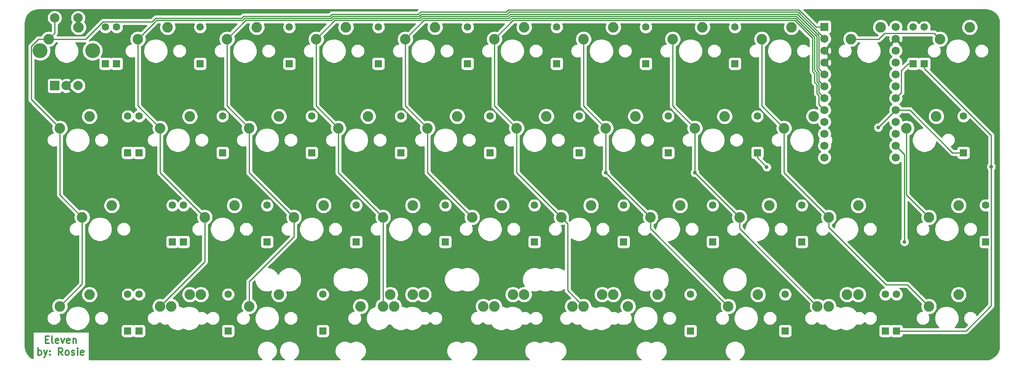
<source format=gbr>
G04 #@! TF.GenerationSoftware,KiCad,Pcbnew,(5.1.4)-1*
G04 #@! TF.CreationDate,2021-02-20T22:46:49-08:00*
G04 #@! TF.ProjectId,Rosies Board,526f7369-6573-4204-926f-6172642e6b69,rev?*
G04 #@! TF.SameCoordinates,Original*
G04 #@! TF.FileFunction,Copper,L1,Top*
G04 #@! TF.FilePolarity,Positive*
%FSLAX46Y46*%
G04 Gerber Fmt 4.6, Leading zero omitted, Abs format (unit mm)*
G04 Created by KiCad (PCBNEW (5.1.4)-1) date 2021-02-20 22:46:49*
%MOMM*%
%LPD*%
G04 APERTURE LIST*
%ADD10C,0.300000*%
%ADD11C,2.250000*%
%ADD12R,2.000000X2.000000*%
%ADD13C,2.000000*%
%ADD14C,3.200000*%
%ADD15C,1.752600*%
%ADD16R,1.752600X1.752600*%
%ADD17R,1.600000X1.600000*%
%ADD18C,1.600000*%
%ADD19C,0.800000*%
%ADD20C,0.250000*%
%ADD21C,0.254000*%
G04 APERTURE END LIST*
D10*
X33659530Y-87915107D02*
X34159530Y-87915107D01*
X34373815Y-88700821D02*
X33659530Y-88700821D01*
X33659530Y-87200821D01*
X34373815Y-87200821D01*
X35230958Y-88700821D02*
X35088101Y-88629392D01*
X35016672Y-88486535D01*
X35016672Y-87200821D01*
X36373815Y-88629392D02*
X36230958Y-88700821D01*
X35945244Y-88700821D01*
X35802387Y-88629392D01*
X35730958Y-88486535D01*
X35730958Y-87915107D01*
X35802387Y-87772250D01*
X35945244Y-87700821D01*
X36230958Y-87700821D01*
X36373815Y-87772250D01*
X36445244Y-87915107D01*
X36445244Y-88057964D01*
X35730958Y-88200821D01*
X36945244Y-87700821D02*
X37302387Y-88700821D01*
X37659530Y-87700821D01*
X38802387Y-88629392D02*
X38659530Y-88700821D01*
X38373815Y-88700821D01*
X38230958Y-88629392D01*
X38159530Y-88486535D01*
X38159530Y-87915107D01*
X38230958Y-87772250D01*
X38373815Y-87700821D01*
X38659530Y-87700821D01*
X38802387Y-87772250D01*
X38873815Y-87915107D01*
X38873815Y-88057964D01*
X38159530Y-88200821D01*
X39516672Y-87700821D02*
X39516672Y-88700821D01*
X39516672Y-87843678D02*
X39588101Y-87772250D01*
X39730958Y-87700821D01*
X39945244Y-87700821D01*
X40088101Y-87772250D01*
X40159530Y-87915107D01*
X40159530Y-88700821D01*
X32052387Y-91250821D02*
X32052387Y-89750821D01*
X32052387Y-90322250D02*
X32195244Y-90250821D01*
X32480958Y-90250821D01*
X32623815Y-90322250D01*
X32695244Y-90393678D01*
X32766672Y-90536535D01*
X32766672Y-90965107D01*
X32695244Y-91107964D01*
X32623815Y-91179392D01*
X32480958Y-91250821D01*
X32195244Y-91250821D01*
X32052387Y-91179392D01*
X33266672Y-90250821D02*
X33623815Y-91250821D01*
X33980958Y-90250821D02*
X33623815Y-91250821D01*
X33480958Y-91607964D01*
X33409530Y-91679392D01*
X33266672Y-91750821D01*
X34552387Y-91107964D02*
X34623815Y-91179392D01*
X34552387Y-91250821D01*
X34480958Y-91179392D01*
X34552387Y-91107964D01*
X34552387Y-91250821D01*
X34552387Y-90322250D02*
X34623815Y-90393678D01*
X34552387Y-90465107D01*
X34480958Y-90393678D01*
X34552387Y-90322250D01*
X34552387Y-90465107D01*
X37266672Y-91250821D02*
X36766672Y-90536535D01*
X36409530Y-91250821D02*
X36409530Y-89750821D01*
X36980958Y-89750821D01*
X37123815Y-89822250D01*
X37195244Y-89893678D01*
X37266672Y-90036535D01*
X37266672Y-90250821D01*
X37195244Y-90393678D01*
X37123815Y-90465107D01*
X36980958Y-90536535D01*
X36409530Y-90536535D01*
X38123815Y-91250821D02*
X37980958Y-91179392D01*
X37909530Y-91107964D01*
X37838101Y-90965107D01*
X37838101Y-90536535D01*
X37909530Y-90393678D01*
X37980958Y-90322250D01*
X38123815Y-90250821D01*
X38338101Y-90250821D01*
X38480958Y-90322250D01*
X38552387Y-90393678D01*
X38623815Y-90536535D01*
X38623815Y-90965107D01*
X38552387Y-91107964D01*
X38480958Y-91179392D01*
X38338101Y-91250821D01*
X38123815Y-91250821D01*
X39195244Y-91179392D02*
X39338101Y-91250821D01*
X39623815Y-91250821D01*
X39766672Y-91179392D01*
X39838101Y-91036535D01*
X39838101Y-90965107D01*
X39766672Y-90822250D01*
X39623815Y-90750821D01*
X39409530Y-90750821D01*
X39266672Y-90679392D01*
X39195244Y-90536535D01*
X39195244Y-90465107D01*
X39266672Y-90322250D01*
X39409530Y-90250821D01*
X39623815Y-90250821D01*
X39766672Y-90322250D01*
X40480958Y-91250821D02*
X40480958Y-90250821D01*
X40480958Y-89750821D02*
X40409530Y-89822250D01*
X40480958Y-89893678D01*
X40552387Y-89822250D01*
X40480958Y-89750821D01*
X40480958Y-89893678D01*
X41766672Y-91179392D02*
X41623815Y-91250821D01*
X41338101Y-91250821D01*
X41195244Y-91179392D01*
X41123815Y-91036535D01*
X41123815Y-90465107D01*
X41195244Y-90322250D01*
X41338101Y-90250821D01*
X41623815Y-90250821D01*
X41766672Y-90322250D01*
X41838101Y-90465107D01*
X41838101Y-90607964D01*
X41123815Y-90750821D01*
D11*
X212090880Y-21113860D03*
X205740880Y-23653860D03*
X164465680Y-78264100D03*
X158115680Y-80804100D03*
X107315440Y-78264100D03*
X100965440Y-80804100D03*
X129540560Y-80804100D03*
X135890560Y-78264100D03*
X133509300Y-78264100D03*
X127159300Y-80804100D03*
X204947100Y-78264100D03*
X198597100Y-80804100D03*
X66834020Y-78264100D03*
X60484020Y-80804100D03*
X154940640Y-78264100D03*
X148590640Y-80804100D03*
X114459220Y-78264100D03*
X108109220Y-80804100D03*
D12*
X35572860Y-33625900D03*
D13*
X38072860Y-33625900D03*
X40572860Y-33625900D03*
D14*
X32472860Y-26125900D03*
X43672860Y-26125900D03*
D13*
X35572860Y-19125900D03*
X40572860Y-19125900D03*
D15*
X215333580Y-21046440D03*
X200093580Y-48986440D03*
X215333580Y-23586440D03*
X215333580Y-26126440D03*
X215333580Y-28666440D03*
X215333580Y-31206440D03*
X215333580Y-33746440D03*
X215333580Y-36286440D03*
X215333580Y-38826440D03*
X215333580Y-41366440D03*
X215333580Y-43906440D03*
X215333580Y-46446440D03*
X215333580Y-48986440D03*
X200093580Y-46446440D03*
X200093580Y-43906440D03*
X200093580Y-41366440D03*
X200093580Y-38826440D03*
X200093580Y-36286440D03*
X200093580Y-33746440D03*
X200093580Y-31206440D03*
X200093580Y-28666440D03*
X200093580Y-26126440D03*
X200093580Y-23586440D03*
D16*
X200093580Y-21046440D03*
D11*
X231140960Y-21113860D03*
X224790960Y-23653860D03*
X228759700Y-78264100D03*
X222409700Y-80804100D03*
X207328360Y-78264100D03*
X200978360Y-80804100D03*
X185897020Y-78264100D03*
X179547020Y-80804100D03*
X152559380Y-78264100D03*
X146209380Y-80804100D03*
X112077960Y-78264100D03*
X105727960Y-80804100D03*
X83502840Y-78264100D03*
X77152840Y-80804100D03*
X64452760Y-78264100D03*
X58102760Y-80804100D03*
X43021420Y-78264100D03*
X36671420Y-80804100D03*
X228759700Y-59214020D03*
X222409700Y-61754020D03*
X207328360Y-59214020D03*
X200978360Y-61754020D03*
X188278280Y-59214020D03*
X181928280Y-61754020D03*
X169228200Y-59214020D03*
X162878200Y-61754020D03*
X150178120Y-59214020D03*
X143828120Y-61754020D03*
X131128040Y-59214020D03*
X124778040Y-61754020D03*
X112077960Y-59214020D03*
X105727960Y-61754020D03*
X93027880Y-59214020D03*
X86677880Y-61754020D03*
X73977800Y-59214020D03*
X67627800Y-61754020D03*
X47783940Y-59214020D03*
X41433940Y-61754020D03*
X223997180Y-40163940D03*
X217647180Y-42703940D03*
X197803320Y-40163940D03*
X191453320Y-42703940D03*
X178753240Y-40163940D03*
X172403240Y-42703940D03*
X159703160Y-40163940D03*
X153353160Y-42703940D03*
X140653080Y-40163940D03*
X134303080Y-42703940D03*
X121603000Y-40163940D03*
X115253000Y-42703940D03*
X102552920Y-40163940D03*
X96202920Y-42703940D03*
X83502840Y-40163940D03*
X77152840Y-42703940D03*
X64452760Y-40163940D03*
X58102760Y-42703940D03*
X43021420Y-40163940D03*
X36671420Y-42703940D03*
X193040800Y-21113860D03*
X186690800Y-23653860D03*
X173990720Y-21113860D03*
X167640720Y-23653860D03*
X154940640Y-21113860D03*
X148590640Y-23653860D03*
X135890560Y-21113860D03*
X129540560Y-23653860D03*
X116840480Y-21113860D03*
X110490480Y-23653860D03*
X97790400Y-21113860D03*
X91440400Y-23653860D03*
X78740320Y-21113860D03*
X72390320Y-23653860D03*
X59690240Y-21113860D03*
X53340240Y-23653860D03*
X40640160Y-21113860D03*
X34290160Y-23653860D03*
D17*
X221457180Y-28903230D03*
D18*
X221457180Y-21103230D03*
D17*
X215504030Y-86053470D03*
D18*
X215504030Y-78253470D03*
D17*
X213122770Y-86053470D03*
D18*
X213122770Y-78253470D03*
D17*
X191691430Y-86053470D03*
D18*
X191691430Y-78253470D03*
D17*
X171450720Y-86053470D03*
D18*
X171450720Y-78253470D03*
D17*
X92869140Y-86053470D03*
D18*
X92869140Y-78253470D03*
D17*
X72628430Y-86053470D03*
D18*
X72628430Y-78253470D03*
D17*
X53578350Y-86053470D03*
D18*
X53578350Y-78253470D03*
D17*
X51197090Y-86053470D03*
D18*
X51197090Y-78253470D03*
D17*
X234554110Y-67003390D03*
D18*
X234554110Y-59203390D03*
D17*
X195263320Y-67003390D03*
D18*
X195263320Y-59203390D03*
D17*
X176213240Y-67003390D03*
D18*
X176213240Y-59203390D03*
D17*
X157163160Y-67003390D03*
D18*
X157163160Y-59203390D03*
D17*
X138113080Y-67003390D03*
D18*
X138113080Y-59203390D03*
D17*
X119063000Y-67003390D03*
D18*
X119063000Y-59203390D03*
D17*
X100012920Y-67003390D03*
D18*
X100012920Y-59203390D03*
D17*
X80962840Y-67003390D03*
D18*
X80962840Y-59203390D03*
D17*
X63103390Y-67003390D03*
D18*
X63103390Y-59203390D03*
D17*
X60722130Y-67003390D03*
D18*
X60722130Y-59203390D03*
D17*
X229791590Y-47953310D03*
D18*
X229791590Y-40153310D03*
D17*
X185738280Y-47953310D03*
D18*
X185738280Y-40153310D03*
D17*
X166688200Y-47953310D03*
D18*
X166688200Y-40153310D03*
D17*
X147638120Y-47953310D03*
D18*
X147638120Y-40153310D03*
D17*
X128588040Y-47953310D03*
D18*
X128588040Y-40153310D03*
D17*
X109537960Y-47953310D03*
D18*
X109537960Y-40153310D03*
D17*
X90487880Y-47953310D03*
D18*
X90487880Y-40153310D03*
D17*
X71437800Y-47953310D03*
D18*
X71437800Y-40153310D03*
D17*
X53578350Y-47953310D03*
D18*
X53578350Y-40153310D03*
D17*
X51197090Y-47953310D03*
D18*
X51197090Y-40153310D03*
D17*
X219075920Y-28903230D03*
D18*
X219075920Y-21103230D03*
D17*
X180975760Y-28903230D03*
D18*
X180975760Y-21103230D03*
D17*
X161925680Y-28903230D03*
D18*
X161925680Y-21103230D03*
D17*
X142875600Y-28903230D03*
D18*
X142875600Y-21103230D03*
D17*
X123825520Y-28903230D03*
D18*
X123825520Y-21103230D03*
D17*
X104775440Y-28903230D03*
D18*
X104775440Y-21103230D03*
D17*
X85725360Y-28903230D03*
D18*
X85725360Y-21103230D03*
D17*
X66675280Y-28903230D03*
D18*
X66675280Y-21103230D03*
D17*
X48815830Y-28903230D03*
D18*
X48815830Y-21103230D03*
D17*
X46434570Y-28903230D03*
D18*
X46434570Y-21103230D03*
D19*
X187754260Y-51053970D03*
X211592279Y-42567741D03*
X217199750Y-67003390D03*
X235744740Y-50937440D03*
X153353160Y-52228980D03*
X172403240Y-52228980D03*
D20*
X218025920Y-28903230D02*
X219075920Y-28903230D01*
X216534881Y-30394269D02*
X218025920Y-28903230D01*
X216534881Y-35085139D02*
X216534881Y-30394269D01*
X215333580Y-36286440D02*
X216534881Y-35085139D01*
X216572855Y-38826440D02*
X215333580Y-38826440D01*
X218343678Y-38826440D02*
X216572855Y-38826440D01*
X227470548Y-47953310D02*
X218343678Y-38826440D01*
X229791590Y-47953310D02*
X227470548Y-47953310D01*
X185738280Y-49037990D02*
X185738280Y-47953310D01*
X187754260Y-51053970D02*
X185738280Y-49037990D01*
X211592279Y-42567741D02*
X215333580Y-38826440D01*
X217197170Y-67000810D02*
X217199750Y-67003390D01*
X217197170Y-48310030D02*
X217197170Y-67000810D01*
X215333580Y-46446440D02*
X217197170Y-48310030D01*
X221457180Y-29953230D02*
X235744740Y-44240790D01*
X221457180Y-28903230D02*
X221457180Y-29953230D01*
X216554030Y-86053470D02*
X215504030Y-86053470D01*
X230366332Y-86053470D02*
X216554030Y-86053470D01*
X235744740Y-80675062D02*
X230366332Y-86053470D01*
X235744740Y-44240790D02*
X235744740Y-50937440D01*
X235744740Y-50937440D02*
X235744740Y-80675062D01*
X36671420Y-56991500D02*
X41433940Y-61754020D01*
X36671420Y-42703940D02*
X36671420Y-56991500D01*
X41433940Y-76041580D02*
X36671420Y-80804100D01*
X41433940Y-61754020D02*
X41433940Y-76041580D01*
X35546421Y-41578941D02*
X36671420Y-42703940D01*
X30547859Y-36580379D02*
X35546421Y-41578941D01*
X30547859Y-25201899D02*
X30547859Y-36580379D01*
X32095898Y-23653860D02*
X30547859Y-25201899D01*
X34290160Y-23653860D02*
X32095898Y-23653860D01*
X35572860Y-22371160D02*
X34290160Y-23653860D01*
X35572860Y-19125900D02*
X35572860Y-22371160D01*
X132538476Y-17413814D02*
X194668797Y-17413813D01*
X198301428Y-21046440D02*
X200093580Y-21046440D01*
X194668797Y-17413813D02*
X198301428Y-21046440D01*
X113734877Y-17863823D02*
X132088467Y-17863823D01*
X94871198Y-18313832D02*
X113284869Y-18313831D01*
X94421189Y-18763841D02*
X94871198Y-18313832D01*
X76007519Y-18763841D02*
X94421189Y-18763841D01*
X42218938Y-23653860D02*
X45894569Y-19978229D01*
X34290160Y-23653860D02*
X42218938Y-23653860D01*
X113284869Y-18313831D02*
X113734877Y-17863823D01*
X45894569Y-19978229D02*
X56379461Y-19978229D01*
X132088467Y-17863823D02*
X132538476Y-17413814D01*
X56379461Y-19978229D02*
X57143840Y-19213850D01*
X57143840Y-19213850D02*
X75557511Y-19213849D01*
X75557511Y-19213849D02*
X76007519Y-18763841D01*
X53340240Y-37941420D02*
X58102760Y-42703940D01*
X53340240Y-23653860D02*
X53340240Y-37941420D01*
X58102760Y-52228980D02*
X67627800Y-61754020D01*
X58102760Y-42703940D02*
X58102760Y-52228980D01*
X67627800Y-71279060D02*
X58102760Y-80804100D01*
X67627800Y-61754020D02*
X67627800Y-71279060D01*
X95057599Y-18763841D02*
X94607591Y-19213849D01*
X76193920Y-19213850D02*
X75743911Y-19663859D01*
X113471269Y-18763841D02*
X95057599Y-18763841D01*
X113921278Y-18313832D02*
X113471269Y-18763841D01*
X94607591Y-19213849D02*
X76193920Y-19213850D01*
X132274869Y-18313831D02*
X113921278Y-18313832D01*
X132724877Y-17863823D02*
X132274869Y-18313831D01*
X75743911Y-19663859D02*
X57330241Y-19663859D01*
X53340240Y-23653860D02*
X56893000Y-20101100D01*
X200093580Y-23586440D02*
X200093580Y-23474999D01*
X200093580Y-23474999D02*
X199342286Y-22723705D01*
X57330241Y-19663859D02*
X56893000Y-20101100D01*
X199342286Y-22723705D02*
X194482398Y-17863822D01*
X194482398Y-17863822D02*
X132724877Y-17863823D01*
X72390320Y-37941420D02*
X77152840Y-42703940D01*
X72390320Y-23653860D02*
X72390320Y-37941420D01*
X77152840Y-52228980D02*
X86677880Y-61754020D01*
X77152840Y-42703940D02*
X77152840Y-52228980D01*
X77152840Y-79213110D02*
X77152840Y-80804100D01*
X77152840Y-75473686D02*
X77152840Y-79213110D01*
X86677880Y-65948646D02*
X77152840Y-75473686D01*
X86677880Y-61754020D02*
X86677880Y-65948646D01*
X199217281Y-30330141D02*
X200093580Y-31206440D01*
X198892279Y-30005139D02*
X199217281Y-30330141D01*
X198892279Y-23253581D02*
X198892279Y-30005139D01*
X198892279Y-23021549D02*
X198892279Y-23253581D01*
X94793991Y-19663859D02*
X76380321Y-19663859D01*
X95244000Y-19213850D02*
X94793991Y-19663859D01*
X113657671Y-19213849D02*
X95244000Y-19213850D01*
X114107679Y-18763841D02*
X113657671Y-19213849D01*
X76380321Y-19663859D02*
X76167830Y-19876350D01*
X132461269Y-18763841D02*
X114107679Y-18763841D01*
X72390320Y-23653860D02*
X76167830Y-19876350D01*
X198892279Y-23253581D02*
X198892278Y-22910106D01*
X198892278Y-22910106D02*
X194295999Y-18313831D01*
X194295999Y-18313831D02*
X132911278Y-18313832D01*
X132911278Y-18313832D02*
X132461269Y-18763841D01*
X91440400Y-37941420D02*
X96202920Y-42703940D01*
X91440400Y-23653860D02*
X91440400Y-37941420D01*
X96202920Y-52228980D02*
X105727960Y-61754020D01*
X96202920Y-42703940D02*
X96202920Y-52228980D01*
X105727960Y-61754020D02*
X105727960Y-80804100D01*
X113844071Y-19663859D02*
X95430401Y-19663859D01*
X114294080Y-19213850D02*
X113844071Y-19663859D01*
X133097679Y-18763841D02*
X132647671Y-19213849D01*
X194109600Y-18763840D02*
X190896239Y-18763841D01*
X132647671Y-19213849D02*
X114294080Y-19213850D01*
X198442269Y-23096507D02*
X194109600Y-18763840D01*
X190896239Y-18763841D02*
X133097679Y-18763841D01*
X91440400Y-23653860D02*
X95273750Y-19820510D01*
X200093580Y-33746440D02*
X198892279Y-32545139D01*
X95430401Y-19663859D02*
X95273750Y-19820510D01*
X198892279Y-32545139D02*
X198892279Y-30641549D01*
X198892279Y-30641549D02*
X198442270Y-30191540D01*
X198442270Y-30191540D02*
X198442269Y-23096507D01*
X110490480Y-37941420D02*
X115253000Y-42703940D01*
X110490480Y-23653860D02*
X110490480Y-37941420D01*
X115253000Y-52228980D02*
X124778040Y-61754020D01*
X115253000Y-42703940D02*
X115253000Y-52228980D01*
X198892279Y-33181549D02*
X198892279Y-35085139D01*
X198892279Y-35085139D02*
X199217281Y-35410141D01*
X198442270Y-32731540D02*
X198892279Y-33181549D01*
X197992261Y-30377941D02*
X198442269Y-30827949D01*
X199217281Y-35410141D02*
X200093580Y-36286440D01*
X198442269Y-30827949D02*
X198442270Y-32731540D01*
X197992260Y-23936220D02*
X197992261Y-23936221D01*
X197992260Y-23282908D02*
X197992260Y-23936220D01*
X193923201Y-19213849D02*
X197992260Y-23282908D01*
X110490480Y-23653860D02*
X114480481Y-19663859D01*
X114480481Y-19663859D02*
X132894151Y-19663859D01*
X197992261Y-23936221D02*
X197992261Y-30377941D01*
X132894151Y-19663859D02*
X133344160Y-19213850D01*
X197992261Y-23394351D02*
X197992261Y-23936221D01*
X133344160Y-19213850D02*
X193923201Y-19213849D01*
X129540560Y-37941420D02*
X134303080Y-42703940D01*
X129540560Y-23653860D02*
X129540560Y-37941420D01*
X134303080Y-52228980D02*
X143828120Y-61754020D01*
X134303080Y-42703940D02*
X134303080Y-52228980D01*
X147465641Y-79679101D02*
X148590640Y-80804100D01*
X145194581Y-77408041D02*
X147465641Y-79679101D01*
X145194581Y-63120481D02*
X145194581Y-77408041D01*
X143828120Y-61754020D02*
X145194581Y-63120481D01*
X133370020Y-19824400D02*
X129540560Y-23653860D01*
X133530561Y-19663859D02*
X133370020Y-19824400D01*
X193736801Y-19663859D02*
X133530561Y-19663859D01*
X197542251Y-23469309D02*
X196923221Y-22850279D01*
X197542252Y-30564342D02*
X197542251Y-23469309D01*
X197992261Y-31014351D02*
X197542252Y-30564342D01*
X197992261Y-32917941D02*
X197992261Y-31014351D01*
X198442269Y-33367949D02*
X197992261Y-32917941D01*
X196923221Y-22850279D02*
X193736801Y-19663859D01*
X197092243Y-23019301D02*
X196923221Y-22850279D01*
X200093580Y-38826440D02*
X198892279Y-37625139D01*
X198892279Y-37625139D02*
X198892279Y-35721549D01*
X198892279Y-35721549D02*
X198442270Y-35271540D01*
X198442270Y-35271540D02*
X198442269Y-33367949D01*
X153353160Y-52228980D02*
X162878200Y-61754020D01*
X153353160Y-42703940D02*
X153353160Y-52228980D01*
X162878200Y-64135280D02*
X179547020Y-80804100D01*
X162878200Y-61754020D02*
X162878200Y-64135280D01*
X148590640Y-37941420D02*
X153353160Y-42703940D01*
X148590640Y-23653860D02*
X148590640Y-37941420D01*
X172403240Y-52228980D02*
X181928280Y-61754020D01*
X172403240Y-42703940D02*
X172403240Y-52228980D01*
X181928280Y-64135280D02*
X198597100Y-80804100D01*
X181928280Y-61754020D02*
X181928280Y-64135280D01*
X167640720Y-37941420D02*
X172403240Y-42703940D01*
X167640720Y-23653860D02*
X167640720Y-37941420D01*
X191453320Y-52228980D02*
X200978360Y-61754020D01*
X191453320Y-42703940D02*
X191453320Y-52228980D01*
X200978360Y-63915994D02*
X213262686Y-76200320D01*
X200978360Y-61754020D02*
X200978360Y-63915994D01*
X217805920Y-76200320D02*
X222409700Y-80804100D01*
X213262686Y-76200320D02*
X217805920Y-76200320D01*
X186690800Y-37941420D02*
X191453320Y-42703940D01*
X186690800Y-23653860D02*
X186690800Y-37941420D01*
X217647180Y-56991500D02*
X222409700Y-61754020D01*
X217647180Y-42703940D02*
X217647180Y-56991500D01*
X207331870Y-23653860D02*
X205740880Y-23653860D01*
X211696882Y-23653860D02*
X207331870Y-23653860D01*
X212965603Y-22385139D02*
X211696882Y-23653860D01*
X223522239Y-22385139D02*
X212965603Y-22385139D01*
X224790960Y-23653860D02*
X223522239Y-22385139D01*
D21*
G36*
X113171077Y-17352821D02*
G01*
X112970067Y-17553831D01*
X94908531Y-17553833D01*
X94871198Y-17550156D01*
X94722212Y-17564830D01*
X94578951Y-17608286D01*
X94446922Y-17678858D01*
X94360612Y-17749692D01*
X94331197Y-17773832D01*
X94307400Y-17802829D01*
X94106388Y-18003841D01*
X76044841Y-18003841D01*
X76007518Y-18000165D01*
X75970195Y-18003841D01*
X75970186Y-18003841D01*
X75858533Y-18014838D01*
X75715272Y-18058295D01*
X75583243Y-18128867D01*
X75467518Y-18223840D01*
X75443719Y-18252839D01*
X75242709Y-18453849D01*
X57181172Y-18453851D01*
X57143839Y-18450174D01*
X56994853Y-18464848D01*
X56851593Y-18508304D01*
X56719563Y-18578876D01*
X56632837Y-18650051D01*
X56632832Y-18650056D01*
X56603839Y-18673850D01*
X56580045Y-18702843D01*
X56064660Y-19218229D01*
X45931891Y-19218229D01*
X45894568Y-19214553D01*
X45857245Y-19218229D01*
X45857236Y-19218229D01*
X45745583Y-19229226D01*
X45602322Y-19272683D01*
X45470293Y-19343255D01*
X45354568Y-19438228D01*
X45330770Y-19467226D01*
X41904137Y-22893860D01*
X36127060Y-22893860D01*
X36207834Y-22795436D01*
X36278406Y-22663407D01*
X36321863Y-22520146D01*
X36332860Y-22408493D01*
X36332860Y-22408485D01*
X36336536Y-22371160D01*
X36332860Y-22333835D01*
X36332860Y-20940515D01*
X38880160Y-20940515D01*
X38880160Y-21287205D01*
X38947796Y-21627233D01*
X39080468Y-21947533D01*
X39273079Y-22235795D01*
X39518225Y-22480941D01*
X39806487Y-22673552D01*
X40126787Y-22806224D01*
X40466815Y-22873860D01*
X40813505Y-22873860D01*
X41153533Y-22806224D01*
X41473833Y-22673552D01*
X41762095Y-22480941D01*
X42007241Y-22235795D01*
X42199852Y-21947533D01*
X42332524Y-21627233D01*
X42400160Y-21287205D01*
X42400160Y-20940515D01*
X42332524Y-20600487D01*
X42199852Y-20280187D01*
X42007241Y-19991925D01*
X41979281Y-19963965D01*
X42021778Y-19900363D01*
X42145028Y-19602812D01*
X42207860Y-19286933D01*
X42207860Y-18964867D01*
X42145028Y-18648988D01*
X42021778Y-18351437D01*
X41842847Y-18083648D01*
X41615112Y-17855913D01*
X41347323Y-17676982D01*
X41049772Y-17553732D01*
X40733893Y-17490900D01*
X40411827Y-17490900D01*
X40095948Y-17553732D01*
X39798397Y-17676982D01*
X39530608Y-17855913D01*
X39302873Y-18083648D01*
X39123942Y-18351437D01*
X39000692Y-18648988D01*
X38937860Y-18964867D01*
X38937860Y-19286933D01*
X39000692Y-19602812D01*
X39123942Y-19900363D01*
X39229100Y-20057744D01*
X39080468Y-20280187D01*
X38947796Y-20600487D01*
X38880160Y-20940515D01*
X36332860Y-20940515D01*
X36332860Y-20580809D01*
X36347323Y-20574818D01*
X36615112Y-20395887D01*
X36842847Y-20168152D01*
X37021778Y-19900363D01*
X37145028Y-19602812D01*
X37207860Y-19286933D01*
X37207860Y-18964867D01*
X37145028Y-18648988D01*
X37021778Y-18351437D01*
X36842847Y-18083648D01*
X36615112Y-17855913D01*
X36347323Y-17676982D01*
X36049772Y-17553732D01*
X35733893Y-17490900D01*
X35411827Y-17490900D01*
X35095948Y-17553732D01*
X34798397Y-17676982D01*
X34530608Y-17855913D01*
X34302873Y-18083648D01*
X34123942Y-18351437D01*
X34000692Y-18648988D01*
X33937860Y-18964867D01*
X33937860Y-19286933D01*
X34000692Y-19602812D01*
X34123942Y-19900363D01*
X34302873Y-20168152D01*
X34530608Y-20395887D01*
X34798397Y-20574818D01*
X34812860Y-20580809D01*
X34812861Y-21965360D01*
X34803533Y-21961496D01*
X34463505Y-21893860D01*
X34116815Y-21893860D01*
X33776787Y-21961496D01*
X33456487Y-22094168D01*
X33168225Y-22286779D01*
X32923079Y-22531925D01*
X32730468Y-22820187D01*
X32699952Y-22893860D01*
X32133223Y-22893860D01*
X32095898Y-22890184D01*
X32058573Y-22893860D01*
X32058565Y-22893860D01*
X31946912Y-22904857D01*
X31803651Y-22948314D01*
X31671622Y-23018886D01*
X31555897Y-23113859D01*
X31532100Y-23142856D01*
X30036862Y-24638095D01*
X30007858Y-24661898D01*
X29975628Y-24701171D01*
X29912885Y-24777623D01*
X29886219Y-24827511D01*
X29842313Y-24909653D01*
X29798856Y-25052914D01*
X29787859Y-25164567D01*
X29787859Y-25164577D01*
X29784183Y-25201899D01*
X29787859Y-25239221D01*
X29787860Y-36543047D01*
X29784183Y-36580379D01*
X29798857Y-36729364D01*
X29842313Y-36872625D01*
X29912885Y-37004655D01*
X29984060Y-37091381D01*
X30007859Y-37120380D01*
X30036857Y-37144178D01*
X35009572Y-42116894D01*
X34979056Y-42190567D01*
X34911420Y-42530595D01*
X34911420Y-42877285D01*
X34979056Y-43217313D01*
X35111728Y-43537613D01*
X35244058Y-43735659D01*
X34960969Y-43791969D01*
X34686167Y-43905796D01*
X34438851Y-44071047D01*
X34228527Y-44281371D01*
X34063276Y-44528687D01*
X33949449Y-44803489D01*
X33891420Y-45095218D01*
X33891420Y-45392662D01*
X33949449Y-45684391D01*
X34063276Y-45959193D01*
X34228527Y-46206509D01*
X34438851Y-46416833D01*
X34686167Y-46582084D01*
X34960969Y-46695911D01*
X35252698Y-46753940D01*
X35550142Y-46753940D01*
X35841871Y-46695911D01*
X35911420Y-46667103D01*
X35911421Y-56954168D01*
X35907744Y-56991500D01*
X35922418Y-57140485D01*
X35965874Y-57283746D01*
X36036446Y-57415776D01*
X36107621Y-57502502D01*
X36131420Y-57531501D01*
X36160418Y-57555299D01*
X39772092Y-61166975D01*
X39741576Y-61240647D01*
X39673940Y-61580675D01*
X39673940Y-61927365D01*
X39741576Y-62267393D01*
X39874248Y-62587693D01*
X40006578Y-62785739D01*
X39723489Y-62842049D01*
X39448687Y-62955876D01*
X39201371Y-63121127D01*
X38991047Y-63331451D01*
X38825796Y-63578767D01*
X38711969Y-63853569D01*
X38653940Y-64145298D01*
X38653940Y-64442742D01*
X38711969Y-64734471D01*
X38825796Y-65009273D01*
X38991047Y-65256589D01*
X39201371Y-65466913D01*
X39448687Y-65632164D01*
X39723489Y-65745991D01*
X40015218Y-65804020D01*
X40312662Y-65804020D01*
X40604391Y-65745991D01*
X40673940Y-65717183D01*
X40673941Y-75726776D01*
X37258466Y-79142252D01*
X37184793Y-79111736D01*
X36844765Y-79044100D01*
X36498075Y-79044100D01*
X36158047Y-79111736D01*
X35837747Y-79244408D01*
X35549485Y-79437019D01*
X35304339Y-79682165D01*
X35111728Y-79970427D01*
X34979056Y-80290727D01*
X34911420Y-80630755D01*
X34911420Y-80977445D01*
X34979056Y-81317473D01*
X35111728Y-81637773D01*
X35244058Y-81835819D01*
X34960969Y-81892129D01*
X34686167Y-82005956D01*
X34438851Y-82171207D01*
X34228527Y-82381531D01*
X34063276Y-82628847D01*
X33949449Y-82903649D01*
X33891420Y-83195378D01*
X33891420Y-83492822D01*
X33949449Y-83784551D01*
X34063276Y-84059353D01*
X34228527Y-84306669D01*
X34438851Y-84516993D01*
X34686167Y-84682244D01*
X34960969Y-84796071D01*
X35252698Y-84854100D01*
X35550142Y-84854100D01*
X35841871Y-84796071D01*
X36116673Y-84682244D01*
X36363989Y-84516993D01*
X36574313Y-84306669D01*
X36739564Y-84059353D01*
X36853391Y-83784551D01*
X36911420Y-83492822D01*
X36911420Y-83195378D01*
X36889500Y-83085176D01*
X37852520Y-83085176D01*
X37852520Y-83603024D01*
X37953547Y-84110922D01*
X38151719Y-84589351D01*
X38439420Y-85019926D01*
X38805594Y-85386100D01*
X39236169Y-85673801D01*
X39714598Y-85871973D01*
X40222496Y-85973000D01*
X40740344Y-85973000D01*
X41248242Y-85871973D01*
X41726671Y-85673801D01*
X42157246Y-85386100D01*
X42289876Y-85253470D01*
X49759018Y-85253470D01*
X49759018Y-86853470D01*
X49771278Y-86977952D01*
X49807588Y-87097650D01*
X49866553Y-87207964D01*
X49945905Y-87304655D01*
X50042596Y-87384007D01*
X50152910Y-87442972D01*
X50272608Y-87479282D01*
X50397090Y-87491542D01*
X51997090Y-87491542D01*
X52121572Y-87479282D01*
X52241270Y-87442972D01*
X52351584Y-87384007D01*
X52387720Y-87354351D01*
X52423856Y-87384007D01*
X52534170Y-87442972D01*
X52653868Y-87479282D01*
X52778350Y-87491542D01*
X54378350Y-87491542D01*
X54502832Y-87479282D01*
X54622530Y-87442972D01*
X54732844Y-87384007D01*
X54829535Y-87304655D01*
X54908887Y-87207964D01*
X54967852Y-87097650D01*
X55004162Y-86977952D01*
X55016422Y-86853470D01*
X55016422Y-85253470D01*
X55004162Y-85128988D01*
X54967852Y-85009290D01*
X54908887Y-84898976D01*
X54829535Y-84802285D01*
X54732844Y-84722933D01*
X54622530Y-84663968D01*
X54502832Y-84627658D01*
X54378350Y-84615398D01*
X52778350Y-84615398D01*
X52653868Y-84627658D01*
X52534170Y-84663968D01*
X52423856Y-84722933D01*
X52387720Y-84752589D01*
X52351584Y-84722933D01*
X52241270Y-84663968D01*
X52121572Y-84627658D01*
X51997090Y-84615398D01*
X50397090Y-84615398D01*
X50272608Y-84627658D01*
X50152910Y-84663968D01*
X50042596Y-84722933D01*
X49945905Y-84802285D01*
X49866553Y-84898976D01*
X49807588Y-85009290D01*
X49771278Y-85128988D01*
X49759018Y-85253470D01*
X42289876Y-85253470D01*
X42523420Y-85019926D01*
X42811121Y-84589351D01*
X43009293Y-84110922D01*
X43110320Y-83603024D01*
X43110320Y-83195378D01*
X44051420Y-83195378D01*
X44051420Y-83492822D01*
X44109449Y-83784551D01*
X44223276Y-84059353D01*
X44388527Y-84306669D01*
X44598851Y-84516993D01*
X44846167Y-84682244D01*
X45120969Y-84796071D01*
X45412698Y-84854100D01*
X45710142Y-84854100D01*
X46001871Y-84796071D01*
X46276673Y-84682244D01*
X46523989Y-84516993D01*
X46734313Y-84306669D01*
X46899564Y-84059353D01*
X47013391Y-83784551D01*
X47071420Y-83492822D01*
X47071420Y-83195378D01*
X47013391Y-82903649D01*
X46899564Y-82628847D01*
X46734313Y-82381531D01*
X46523989Y-82171207D01*
X46276673Y-82005956D01*
X46001871Y-81892129D01*
X45710142Y-81834100D01*
X45412698Y-81834100D01*
X45120969Y-81892129D01*
X44846167Y-82005956D01*
X44598851Y-82171207D01*
X44388527Y-82381531D01*
X44223276Y-82628847D01*
X44109449Y-82903649D01*
X44051420Y-83195378D01*
X43110320Y-83195378D01*
X43110320Y-83085176D01*
X43009293Y-82577278D01*
X42811121Y-82098849D01*
X42523420Y-81668274D01*
X42157246Y-81302100D01*
X41726671Y-81014399D01*
X41248242Y-80816227D01*
X40740344Y-80715200D01*
X40222496Y-80715200D01*
X39714598Y-80816227D01*
X39236169Y-81014399D01*
X38805594Y-81302100D01*
X38439420Y-81668274D01*
X38151719Y-82098849D01*
X37953547Y-82577278D01*
X37852520Y-83085176D01*
X36889500Y-83085176D01*
X36853391Y-82903649D01*
X36739564Y-82628847D01*
X36696302Y-82564100D01*
X36844765Y-82564100D01*
X37184793Y-82496464D01*
X37505093Y-82363792D01*
X37793355Y-82171181D01*
X38038501Y-81926035D01*
X38231112Y-81637773D01*
X38363784Y-81317473D01*
X38431420Y-80977445D01*
X38431420Y-80630755D01*
X38363784Y-80290727D01*
X38333268Y-80217054D01*
X40459567Y-78090755D01*
X41261420Y-78090755D01*
X41261420Y-78437445D01*
X41329056Y-78777473D01*
X41461728Y-79097773D01*
X41654339Y-79386035D01*
X41899485Y-79631181D01*
X42187747Y-79823792D01*
X42508047Y-79956464D01*
X42848075Y-80024100D01*
X43194765Y-80024100D01*
X43534793Y-79956464D01*
X43855093Y-79823792D01*
X44143355Y-79631181D01*
X44388501Y-79386035D01*
X44581112Y-79097773D01*
X44713784Y-78777473D01*
X44781420Y-78437445D01*
X44781420Y-78112135D01*
X49762090Y-78112135D01*
X49762090Y-78394805D01*
X49817237Y-78672044D01*
X49925410Y-78933197D01*
X50082453Y-79168229D01*
X50282331Y-79368107D01*
X50517363Y-79525150D01*
X50778516Y-79633323D01*
X51055755Y-79688470D01*
X51338425Y-79688470D01*
X51615664Y-79633323D01*
X51876817Y-79525150D01*
X52111849Y-79368107D01*
X52311727Y-79168229D01*
X52387720Y-79054497D01*
X52463713Y-79168229D01*
X52663591Y-79368107D01*
X52898623Y-79525150D01*
X53159776Y-79633323D01*
X53437015Y-79688470D01*
X53719685Y-79688470D01*
X53996924Y-79633323D01*
X54258077Y-79525150D01*
X54493109Y-79368107D01*
X54692987Y-79168229D01*
X54850030Y-78933197D01*
X54958203Y-78672044D01*
X55013350Y-78394805D01*
X55013350Y-78112135D01*
X54958203Y-77834896D01*
X54850030Y-77573743D01*
X54692987Y-77338711D01*
X54493109Y-77138833D01*
X54258077Y-76981790D01*
X53996924Y-76873617D01*
X53719685Y-76818470D01*
X53437015Y-76818470D01*
X53159776Y-76873617D01*
X52898623Y-76981790D01*
X52663591Y-77138833D01*
X52463713Y-77338711D01*
X52387720Y-77452443D01*
X52311727Y-77338711D01*
X52111849Y-77138833D01*
X51876817Y-76981790D01*
X51615664Y-76873617D01*
X51338425Y-76818470D01*
X51055755Y-76818470D01*
X50778516Y-76873617D01*
X50517363Y-76981790D01*
X50282331Y-77138833D01*
X50082453Y-77338711D01*
X49925410Y-77573743D01*
X49817237Y-77834896D01*
X49762090Y-78112135D01*
X44781420Y-78112135D01*
X44781420Y-78090755D01*
X44713784Y-77750727D01*
X44581112Y-77430427D01*
X44388501Y-77142165D01*
X44143355Y-76897019D01*
X43855093Y-76704408D01*
X43534793Y-76571736D01*
X43194765Y-76504100D01*
X42848075Y-76504100D01*
X42508047Y-76571736D01*
X42187747Y-76704408D01*
X41899485Y-76897019D01*
X41654339Y-77142165D01*
X41461728Y-77430427D01*
X41329056Y-77750727D01*
X41261420Y-78090755D01*
X40459567Y-78090755D01*
X41944948Y-76605375D01*
X41973941Y-76581581D01*
X41997735Y-76552588D01*
X41997739Y-76552584D01*
X42068913Y-76465857D01*
X42068914Y-76465856D01*
X42139486Y-76333827D01*
X42182943Y-76190566D01*
X42193940Y-76078913D01*
X42193940Y-76078904D01*
X42197616Y-76041581D01*
X42193940Y-76004258D01*
X42193940Y-64035096D01*
X42615040Y-64035096D01*
X42615040Y-64552944D01*
X42716067Y-65060842D01*
X42914239Y-65539271D01*
X43201940Y-65969846D01*
X43568114Y-66336020D01*
X43998689Y-66623721D01*
X44477118Y-66821893D01*
X44985016Y-66922920D01*
X45502864Y-66922920D01*
X46010762Y-66821893D01*
X46489191Y-66623721D01*
X46919766Y-66336020D01*
X47052396Y-66203390D01*
X59284058Y-66203390D01*
X59284058Y-67803390D01*
X59296318Y-67927872D01*
X59332628Y-68047570D01*
X59391593Y-68157884D01*
X59470945Y-68254575D01*
X59567636Y-68333927D01*
X59677950Y-68392892D01*
X59797648Y-68429202D01*
X59922130Y-68441462D01*
X61522130Y-68441462D01*
X61646612Y-68429202D01*
X61766310Y-68392892D01*
X61876624Y-68333927D01*
X61912760Y-68304271D01*
X61948896Y-68333927D01*
X62059210Y-68392892D01*
X62178908Y-68429202D01*
X62303390Y-68441462D01*
X63903390Y-68441462D01*
X64027872Y-68429202D01*
X64147570Y-68392892D01*
X64257884Y-68333927D01*
X64354575Y-68254575D01*
X64433927Y-68157884D01*
X64492892Y-68047570D01*
X64529202Y-67927872D01*
X64541462Y-67803390D01*
X64541462Y-66203390D01*
X64529202Y-66078908D01*
X64492892Y-65959210D01*
X64433927Y-65848896D01*
X64354575Y-65752205D01*
X64257884Y-65672853D01*
X64147570Y-65613888D01*
X64027872Y-65577578D01*
X63903390Y-65565318D01*
X62303390Y-65565318D01*
X62178908Y-65577578D01*
X62059210Y-65613888D01*
X61948896Y-65672853D01*
X61912760Y-65702509D01*
X61876624Y-65672853D01*
X61766310Y-65613888D01*
X61646612Y-65577578D01*
X61522130Y-65565318D01*
X59922130Y-65565318D01*
X59797648Y-65577578D01*
X59677950Y-65613888D01*
X59567636Y-65672853D01*
X59470945Y-65752205D01*
X59391593Y-65848896D01*
X59332628Y-65959210D01*
X59296318Y-66078908D01*
X59284058Y-66203390D01*
X47052396Y-66203390D01*
X47285940Y-65969846D01*
X47573641Y-65539271D01*
X47771813Y-65060842D01*
X47872840Y-64552944D01*
X47872840Y-64145298D01*
X48813940Y-64145298D01*
X48813940Y-64442742D01*
X48871969Y-64734471D01*
X48985796Y-65009273D01*
X49151047Y-65256589D01*
X49361371Y-65466913D01*
X49608687Y-65632164D01*
X49883489Y-65745991D01*
X50175218Y-65804020D01*
X50472662Y-65804020D01*
X50764391Y-65745991D01*
X51039193Y-65632164D01*
X51286509Y-65466913D01*
X51496833Y-65256589D01*
X51662084Y-65009273D01*
X51775911Y-64734471D01*
X51833940Y-64442742D01*
X51833940Y-64145298D01*
X51775911Y-63853569D01*
X51662084Y-63578767D01*
X51496833Y-63331451D01*
X51286509Y-63121127D01*
X51039193Y-62955876D01*
X50764391Y-62842049D01*
X50472662Y-62784020D01*
X50175218Y-62784020D01*
X49883489Y-62842049D01*
X49608687Y-62955876D01*
X49361371Y-63121127D01*
X49151047Y-63331451D01*
X48985796Y-63578767D01*
X48871969Y-63853569D01*
X48813940Y-64145298D01*
X47872840Y-64145298D01*
X47872840Y-64035096D01*
X47771813Y-63527198D01*
X47573641Y-63048769D01*
X47285940Y-62618194D01*
X46919766Y-62252020D01*
X46489191Y-61964319D01*
X46010762Y-61766147D01*
X45502864Y-61665120D01*
X44985016Y-61665120D01*
X44477118Y-61766147D01*
X43998689Y-61964319D01*
X43568114Y-62252020D01*
X43201940Y-62618194D01*
X42914239Y-63048769D01*
X42716067Y-63527198D01*
X42615040Y-64035096D01*
X42193940Y-64035096D01*
X42193940Y-63344228D01*
X42267613Y-63313712D01*
X42555875Y-63121101D01*
X42801021Y-62875955D01*
X42993632Y-62587693D01*
X43126304Y-62267393D01*
X43193940Y-61927365D01*
X43193940Y-61580675D01*
X43126304Y-61240647D01*
X42993632Y-60920347D01*
X42801021Y-60632085D01*
X42555875Y-60386939D01*
X42267613Y-60194328D01*
X41947313Y-60061656D01*
X41607285Y-59994020D01*
X41260595Y-59994020D01*
X40920567Y-60061656D01*
X40846895Y-60092172D01*
X39795398Y-59040675D01*
X46023940Y-59040675D01*
X46023940Y-59387365D01*
X46091576Y-59727393D01*
X46224248Y-60047693D01*
X46416859Y-60335955D01*
X46662005Y-60581101D01*
X46950267Y-60773712D01*
X47270567Y-60906384D01*
X47610595Y-60974020D01*
X47957285Y-60974020D01*
X48297313Y-60906384D01*
X48617613Y-60773712D01*
X48905875Y-60581101D01*
X49151021Y-60335955D01*
X49343632Y-60047693D01*
X49476304Y-59727393D01*
X49543940Y-59387365D01*
X49543940Y-59040675D01*
X49476304Y-58700647D01*
X49343632Y-58380347D01*
X49151021Y-58092085D01*
X48905875Y-57846939D01*
X48617613Y-57654328D01*
X48297313Y-57521656D01*
X47957285Y-57454020D01*
X47610595Y-57454020D01*
X47270567Y-57521656D01*
X46950267Y-57654328D01*
X46662005Y-57846939D01*
X46416859Y-58092085D01*
X46224248Y-58380347D01*
X46091576Y-58700647D01*
X46023940Y-59040675D01*
X39795398Y-59040675D01*
X37431420Y-56676699D01*
X37431420Y-44985016D01*
X37852520Y-44985016D01*
X37852520Y-45502864D01*
X37953547Y-46010762D01*
X38151719Y-46489191D01*
X38439420Y-46919766D01*
X38805594Y-47285940D01*
X39236169Y-47573641D01*
X39714598Y-47771813D01*
X40222496Y-47872840D01*
X40740344Y-47872840D01*
X41248242Y-47771813D01*
X41726671Y-47573641D01*
X42157246Y-47285940D01*
X42289876Y-47153310D01*
X49759018Y-47153310D01*
X49759018Y-48753310D01*
X49771278Y-48877792D01*
X49807588Y-48997490D01*
X49866553Y-49107804D01*
X49945905Y-49204495D01*
X50042596Y-49283847D01*
X50152910Y-49342812D01*
X50272608Y-49379122D01*
X50397090Y-49391382D01*
X51997090Y-49391382D01*
X52121572Y-49379122D01*
X52241270Y-49342812D01*
X52351584Y-49283847D01*
X52387720Y-49254191D01*
X52423856Y-49283847D01*
X52534170Y-49342812D01*
X52653868Y-49379122D01*
X52778350Y-49391382D01*
X54378350Y-49391382D01*
X54502832Y-49379122D01*
X54622530Y-49342812D01*
X54732844Y-49283847D01*
X54829535Y-49204495D01*
X54908887Y-49107804D01*
X54967852Y-48997490D01*
X55004162Y-48877792D01*
X55016422Y-48753310D01*
X55016422Y-47153310D01*
X55004162Y-47028828D01*
X54967852Y-46909130D01*
X54908887Y-46798816D01*
X54829535Y-46702125D01*
X54732844Y-46622773D01*
X54622530Y-46563808D01*
X54502832Y-46527498D01*
X54378350Y-46515238D01*
X52778350Y-46515238D01*
X52653868Y-46527498D01*
X52534170Y-46563808D01*
X52423856Y-46622773D01*
X52387720Y-46652429D01*
X52351584Y-46622773D01*
X52241270Y-46563808D01*
X52121572Y-46527498D01*
X51997090Y-46515238D01*
X50397090Y-46515238D01*
X50272608Y-46527498D01*
X50152910Y-46563808D01*
X50042596Y-46622773D01*
X49945905Y-46702125D01*
X49866553Y-46798816D01*
X49807588Y-46909130D01*
X49771278Y-47028828D01*
X49759018Y-47153310D01*
X42289876Y-47153310D01*
X42523420Y-46919766D01*
X42811121Y-46489191D01*
X43009293Y-46010762D01*
X43110320Y-45502864D01*
X43110320Y-45095218D01*
X44051420Y-45095218D01*
X44051420Y-45392662D01*
X44109449Y-45684391D01*
X44223276Y-45959193D01*
X44388527Y-46206509D01*
X44598851Y-46416833D01*
X44846167Y-46582084D01*
X45120969Y-46695911D01*
X45412698Y-46753940D01*
X45710142Y-46753940D01*
X46001871Y-46695911D01*
X46276673Y-46582084D01*
X46523989Y-46416833D01*
X46734313Y-46206509D01*
X46899564Y-45959193D01*
X47013391Y-45684391D01*
X47071420Y-45392662D01*
X47071420Y-45095218D01*
X47013391Y-44803489D01*
X46899564Y-44528687D01*
X46734313Y-44281371D01*
X46523989Y-44071047D01*
X46276673Y-43905796D01*
X46001871Y-43791969D01*
X45710142Y-43733940D01*
X45412698Y-43733940D01*
X45120969Y-43791969D01*
X44846167Y-43905796D01*
X44598851Y-44071047D01*
X44388527Y-44281371D01*
X44223276Y-44528687D01*
X44109449Y-44803489D01*
X44051420Y-45095218D01*
X43110320Y-45095218D01*
X43110320Y-44985016D01*
X43009293Y-44477118D01*
X42811121Y-43998689D01*
X42523420Y-43568114D01*
X42157246Y-43201940D01*
X41726671Y-42914239D01*
X41248242Y-42716067D01*
X40740344Y-42615040D01*
X40222496Y-42615040D01*
X39714598Y-42716067D01*
X39236169Y-42914239D01*
X38805594Y-43201940D01*
X38439420Y-43568114D01*
X38151719Y-43998689D01*
X37953547Y-44477118D01*
X37852520Y-44985016D01*
X37431420Y-44985016D01*
X37431420Y-44294148D01*
X37505093Y-44263632D01*
X37793355Y-44071021D01*
X38038501Y-43825875D01*
X38231112Y-43537613D01*
X38363784Y-43217313D01*
X38431420Y-42877285D01*
X38431420Y-42530595D01*
X38363784Y-42190567D01*
X38231112Y-41870267D01*
X38038501Y-41582005D01*
X37793355Y-41336859D01*
X37505093Y-41144248D01*
X37184793Y-41011576D01*
X36844765Y-40943940D01*
X36498075Y-40943940D01*
X36158047Y-41011576D01*
X36084374Y-41042092D01*
X35032877Y-39990595D01*
X41261420Y-39990595D01*
X41261420Y-40337285D01*
X41329056Y-40677313D01*
X41461728Y-40997613D01*
X41654339Y-41285875D01*
X41899485Y-41531021D01*
X42187747Y-41723632D01*
X42508047Y-41856304D01*
X42848075Y-41923940D01*
X43194765Y-41923940D01*
X43534793Y-41856304D01*
X43855093Y-41723632D01*
X44143355Y-41531021D01*
X44388501Y-41285875D01*
X44581112Y-40997613D01*
X44713784Y-40677313D01*
X44781420Y-40337285D01*
X44781420Y-39990595D01*
X44713784Y-39650567D01*
X44581112Y-39330267D01*
X44388501Y-39042005D01*
X44143355Y-38796859D01*
X43855093Y-38604248D01*
X43534793Y-38471576D01*
X43194765Y-38403940D01*
X42848075Y-38403940D01*
X42508047Y-38471576D01*
X42187747Y-38604248D01*
X41899485Y-38796859D01*
X41654339Y-39042005D01*
X41461728Y-39330267D01*
X41329056Y-39650567D01*
X41261420Y-39990595D01*
X35032877Y-39990595D01*
X31307859Y-36265578D01*
X31307859Y-32625900D01*
X33934788Y-32625900D01*
X33934788Y-34625900D01*
X33947048Y-34750382D01*
X33983358Y-34870080D01*
X34042323Y-34980394D01*
X34121675Y-35077085D01*
X34218366Y-35156437D01*
X34328680Y-35215402D01*
X34448378Y-35251712D01*
X34572860Y-35263972D01*
X36572860Y-35263972D01*
X36697342Y-35251712D01*
X36817040Y-35215402D01*
X36927354Y-35156437D01*
X37024045Y-35077085D01*
X37103397Y-34980394D01*
X37158836Y-34876677D01*
X37212816Y-35025714D01*
X37502431Y-35166604D01*
X37813968Y-35248284D01*
X38135455Y-35267618D01*
X38454535Y-35223861D01*
X38758948Y-35118695D01*
X38932904Y-35025714D01*
X39028668Y-34761313D01*
X38072860Y-33805505D01*
X38058718Y-33819648D01*
X37879113Y-33640043D01*
X37893255Y-33625900D01*
X38252465Y-33625900D01*
X39208273Y-34581708D01*
X39237935Y-34570965D01*
X39302873Y-34668152D01*
X39530608Y-34895887D01*
X39798397Y-35074818D01*
X40095948Y-35198068D01*
X40411827Y-35260900D01*
X40733893Y-35260900D01*
X41049772Y-35198068D01*
X41347323Y-35074818D01*
X41615112Y-34895887D01*
X41842847Y-34668152D01*
X42021778Y-34400363D01*
X42145028Y-34102812D01*
X42207860Y-33786933D01*
X42207860Y-33464867D01*
X42145028Y-33148988D01*
X42021778Y-32851437D01*
X41842847Y-32583648D01*
X41615112Y-32355913D01*
X41347323Y-32176982D01*
X41049772Y-32053732D01*
X40733893Y-31990900D01*
X40411827Y-31990900D01*
X40095948Y-32053732D01*
X39798397Y-32176982D01*
X39530608Y-32355913D01*
X39302873Y-32583648D01*
X39237935Y-32680835D01*
X39208273Y-32670092D01*
X38252465Y-33625900D01*
X37893255Y-33625900D01*
X37879113Y-33611758D01*
X38058718Y-33432153D01*
X38072860Y-33446295D01*
X39028668Y-32490487D01*
X38932904Y-32226086D01*
X38643289Y-32085196D01*
X38331752Y-32003516D01*
X38010265Y-31984182D01*
X37691185Y-32027939D01*
X37386772Y-32133105D01*
X37212816Y-32226086D01*
X37158836Y-32375123D01*
X37103397Y-32271406D01*
X37024045Y-32174715D01*
X36927354Y-32095363D01*
X36817040Y-32036398D01*
X36697342Y-32000088D01*
X36572860Y-31987828D01*
X34572860Y-31987828D01*
X34448378Y-32000088D01*
X34328680Y-32036398D01*
X34218366Y-32095363D01*
X34121675Y-32174715D01*
X34042323Y-32271406D01*
X33983358Y-32381720D01*
X33947048Y-32501418D01*
X33934788Y-32625900D01*
X31307859Y-32625900D01*
X31307859Y-28035482D01*
X31414191Y-28106531D01*
X31820935Y-28275010D01*
X32252732Y-28360900D01*
X32692988Y-28360900D01*
X33124785Y-28275010D01*
X33531529Y-28106531D01*
X33897589Y-27861938D01*
X34208898Y-27550629D01*
X34453491Y-27184569D01*
X34621970Y-26777825D01*
X34707860Y-26346028D01*
X34707860Y-25905772D01*
X34621970Y-25473975D01*
X34586903Y-25389315D01*
X34803533Y-25346224D01*
X35123833Y-25213552D01*
X35412095Y-25020941D01*
X35657241Y-24775795D01*
X35849852Y-24487533D01*
X35880368Y-24413860D01*
X36162334Y-24413860D01*
X36058160Y-24518034D01*
X35770459Y-24948609D01*
X35572287Y-25427038D01*
X35471260Y-25934936D01*
X35471260Y-26452784D01*
X35572287Y-26960682D01*
X35770459Y-27439111D01*
X36058160Y-27869686D01*
X36424334Y-28235860D01*
X36854909Y-28523561D01*
X37333338Y-28721733D01*
X37841236Y-28822760D01*
X38359084Y-28822760D01*
X38866982Y-28721733D01*
X39345411Y-28523561D01*
X39775986Y-28235860D01*
X40142160Y-27869686D01*
X40429861Y-27439111D01*
X40628033Y-26960682D01*
X40729060Y-26452784D01*
X40729060Y-25934936D01*
X40628033Y-25427038D01*
X40429861Y-24948609D01*
X40142160Y-24518034D01*
X40037986Y-24413860D01*
X42181616Y-24413860D01*
X42218938Y-24417536D01*
X42220623Y-24417370D01*
X41936822Y-24701171D01*
X41692229Y-25067231D01*
X41523750Y-25473975D01*
X41437860Y-25905772D01*
X41437860Y-26346028D01*
X41523750Y-26777825D01*
X41692229Y-27184569D01*
X41936822Y-27550629D01*
X42248131Y-27861938D01*
X42614191Y-28106531D01*
X43020935Y-28275010D01*
X43452732Y-28360900D01*
X43892988Y-28360900D01*
X44324785Y-28275010D01*
X44731529Y-28106531D01*
X45030618Y-27906687D01*
X45008758Y-27978748D01*
X44996498Y-28103230D01*
X44996498Y-29703230D01*
X45008758Y-29827712D01*
X45045068Y-29947410D01*
X45104033Y-30057724D01*
X45183385Y-30154415D01*
X45280076Y-30233767D01*
X45390390Y-30292732D01*
X45510088Y-30329042D01*
X45634570Y-30341302D01*
X47234570Y-30341302D01*
X47359052Y-30329042D01*
X47478750Y-30292732D01*
X47589064Y-30233767D01*
X47625200Y-30204111D01*
X47661336Y-30233767D01*
X47771650Y-30292732D01*
X47891348Y-30329042D01*
X48015830Y-30341302D01*
X49615830Y-30341302D01*
X49740312Y-30329042D01*
X49860010Y-30292732D01*
X49970324Y-30233767D01*
X50067015Y-30154415D01*
X50146367Y-30057724D01*
X50205332Y-29947410D01*
X50241642Y-29827712D01*
X50253902Y-29703230D01*
X50253902Y-28103230D01*
X50241642Y-27978748D01*
X50205332Y-27859050D01*
X50146367Y-27748736D01*
X50067015Y-27652045D01*
X49970324Y-27572693D01*
X49860010Y-27513728D01*
X49740312Y-27477418D01*
X49615830Y-27465158D01*
X48015830Y-27465158D01*
X47891348Y-27477418D01*
X47771650Y-27513728D01*
X47661336Y-27572693D01*
X47625200Y-27602349D01*
X47589064Y-27572693D01*
X47478750Y-27513728D01*
X47359052Y-27477418D01*
X47234570Y-27465158D01*
X45634570Y-27465158D01*
X45510088Y-27477418D01*
X45444528Y-27497306D01*
X45653491Y-27184569D01*
X45821970Y-26777825D01*
X45907860Y-26346028D01*
X45907860Y-25905772D01*
X45821970Y-25473975D01*
X45653491Y-25067231D01*
X45408898Y-24701171D01*
X45097589Y-24389862D01*
X44731529Y-24145269D01*
X44324785Y-23976790D01*
X43892988Y-23890900D01*
X43452732Y-23890900D01*
X43020935Y-23976790D01*
X42935365Y-24012234D01*
X45163592Y-21784008D01*
X45319933Y-22017989D01*
X45519811Y-22217867D01*
X45754843Y-22374910D01*
X46015996Y-22483083D01*
X46293235Y-22538230D01*
X46575905Y-22538230D01*
X46853144Y-22483083D01*
X47114297Y-22374910D01*
X47349329Y-22217867D01*
X47549207Y-22017989D01*
X47625200Y-21904257D01*
X47701193Y-22017989D01*
X47901071Y-22217867D01*
X48136103Y-22374910D01*
X48397256Y-22483083D01*
X48674495Y-22538230D01*
X48957165Y-22538230D01*
X49234404Y-22483083D01*
X49495557Y-22374910D01*
X49730589Y-22217867D01*
X49930467Y-22017989D01*
X50087510Y-21782957D01*
X50195683Y-21521804D01*
X50250830Y-21244565D01*
X50250830Y-20961895D01*
X50206339Y-20738229D01*
X55181069Y-20738229D01*
X53927286Y-21992012D01*
X53853613Y-21961496D01*
X53513585Y-21893860D01*
X53166895Y-21893860D01*
X52826867Y-21961496D01*
X52506567Y-22094168D01*
X52218305Y-22286779D01*
X51973159Y-22531925D01*
X51780548Y-22820187D01*
X51647876Y-23140487D01*
X51580240Y-23480515D01*
X51580240Y-23827205D01*
X51647876Y-24167233D01*
X51780548Y-24487533D01*
X51912878Y-24685579D01*
X51629789Y-24741889D01*
X51354987Y-24855716D01*
X51107671Y-25020967D01*
X50897347Y-25231291D01*
X50732096Y-25478607D01*
X50618269Y-25753409D01*
X50560240Y-26045138D01*
X50560240Y-26342582D01*
X50618269Y-26634311D01*
X50732096Y-26909113D01*
X50897347Y-27156429D01*
X51107671Y-27366753D01*
X51354987Y-27532004D01*
X51629789Y-27645831D01*
X51921518Y-27703860D01*
X52218962Y-27703860D01*
X52510691Y-27645831D01*
X52580240Y-27617023D01*
X52580241Y-37904088D01*
X52576564Y-37941420D01*
X52580241Y-37978753D01*
X52588516Y-38062764D01*
X52591238Y-38090405D01*
X52634694Y-38233666D01*
X52705266Y-38365696D01*
X52776441Y-38452422D01*
X52800240Y-38481421D01*
X52829238Y-38505219D01*
X53115723Y-38791704D01*
X52898623Y-38881630D01*
X52663591Y-39038673D01*
X52463713Y-39238551D01*
X52387720Y-39352283D01*
X52311727Y-39238551D01*
X52111849Y-39038673D01*
X51876817Y-38881630D01*
X51615664Y-38773457D01*
X51338425Y-38718310D01*
X51055755Y-38718310D01*
X50778516Y-38773457D01*
X50517363Y-38881630D01*
X50282331Y-39038673D01*
X50082453Y-39238551D01*
X49925410Y-39473583D01*
X49817237Y-39734736D01*
X49762090Y-40011975D01*
X49762090Y-40294645D01*
X49817237Y-40571884D01*
X49925410Y-40833037D01*
X50082453Y-41068069D01*
X50282331Y-41267947D01*
X50517363Y-41424990D01*
X50778516Y-41533163D01*
X51055755Y-41588310D01*
X51338425Y-41588310D01*
X51615664Y-41533163D01*
X51876817Y-41424990D01*
X52111849Y-41267947D01*
X52311727Y-41068069D01*
X52387720Y-40954337D01*
X52463713Y-41068069D01*
X52663591Y-41267947D01*
X52898623Y-41424990D01*
X53159776Y-41533163D01*
X53437015Y-41588310D01*
X53719685Y-41588310D01*
X53996924Y-41533163D01*
X54258077Y-41424990D01*
X54493109Y-41267947D01*
X54692987Y-41068069D01*
X54850030Y-40833037D01*
X54939956Y-40615937D01*
X56440912Y-42116895D01*
X56410396Y-42190567D01*
X56342760Y-42530595D01*
X56342760Y-42877285D01*
X56410396Y-43217313D01*
X56543068Y-43537613D01*
X56675398Y-43735659D01*
X56392309Y-43791969D01*
X56117507Y-43905796D01*
X55870191Y-44071047D01*
X55659867Y-44281371D01*
X55494616Y-44528687D01*
X55380789Y-44803489D01*
X55322760Y-45095218D01*
X55322760Y-45392662D01*
X55380789Y-45684391D01*
X55494616Y-45959193D01*
X55659867Y-46206509D01*
X55870191Y-46416833D01*
X56117507Y-46582084D01*
X56392309Y-46695911D01*
X56684038Y-46753940D01*
X56981482Y-46753940D01*
X57273211Y-46695911D01*
X57342760Y-46667103D01*
X57342761Y-52191648D01*
X57339084Y-52228980D01*
X57353758Y-52377965D01*
X57397214Y-52521226D01*
X57467786Y-52653256D01*
X57521935Y-52719236D01*
X57562760Y-52768981D01*
X57591758Y-52792779D01*
X62640763Y-57841784D01*
X62423663Y-57931710D01*
X62188631Y-58088753D01*
X61988753Y-58288631D01*
X61912760Y-58402363D01*
X61836767Y-58288631D01*
X61636889Y-58088753D01*
X61401857Y-57931710D01*
X61140704Y-57823537D01*
X60863465Y-57768390D01*
X60580795Y-57768390D01*
X60303556Y-57823537D01*
X60042403Y-57931710D01*
X59807371Y-58088753D01*
X59607493Y-58288631D01*
X59450450Y-58523663D01*
X59342277Y-58784816D01*
X59287130Y-59062055D01*
X59287130Y-59344725D01*
X59342277Y-59621964D01*
X59450450Y-59883117D01*
X59607493Y-60118149D01*
X59807371Y-60318027D01*
X60042403Y-60475070D01*
X60303556Y-60583243D01*
X60580795Y-60638390D01*
X60863465Y-60638390D01*
X61140704Y-60583243D01*
X61401857Y-60475070D01*
X61636889Y-60318027D01*
X61836767Y-60118149D01*
X61912760Y-60004417D01*
X61988753Y-60118149D01*
X62188631Y-60318027D01*
X62423663Y-60475070D01*
X62684816Y-60583243D01*
X62962055Y-60638390D01*
X63244725Y-60638390D01*
X63521964Y-60583243D01*
X63783117Y-60475070D01*
X64018149Y-60318027D01*
X64218027Y-60118149D01*
X64375070Y-59883117D01*
X64464996Y-59666017D01*
X65965952Y-61166974D01*
X65935436Y-61240647D01*
X65867800Y-61580675D01*
X65867800Y-61927365D01*
X65935436Y-62267393D01*
X66068108Y-62587693D01*
X66200438Y-62785739D01*
X65917349Y-62842049D01*
X65642547Y-62955876D01*
X65395231Y-63121127D01*
X65184907Y-63331451D01*
X65019656Y-63578767D01*
X64905829Y-63853569D01*
X64847800Y-64145298D01*
X64847800Y-64442742D01*
X64905829Y-64734471D01*
X65019656Y-65009273D01*
X65184907Y-65256589D01*
X65395231Y-65466913D01*
X65642547Y-65632164D01*
X65917349Y-65745991D01*
X66209078Y-65804020D01*
X66506522Y-65804020D01*
X66798251Y-65745991D01*
X66867800Y-65717183D01*
X66867801Y-70964257D01*
X58689806Y-79142252D01*
X58616133Y-79111736D01*
X58276105Y-79044100D01*
X57929415Y-79044100D01*
X57589387Y-79111736D01*
X57269087Y-79244408D01*
X56980825Y-79437019D01*
X56735679Y-79682165D01*
X56543068Y-79970427D01*
X56410396Y-80290727D01*
X56342760Y-80630755D01*
X56342760Y-80977445D01*
X56410396Y-81317473D01*
X56543068Y-81637773D01*
X56675398Y-81835819D01*
X56392309Y-81892129D01*
X56117507Y-82005956D01*
X55870191Y-82171207D01*
X55659867Y-82381531D01*
X55494616Y-82628847D01*
X55380789Y-82903649D01*
X55322760Y-83195378D01*
X55322760Y-83492822D01*
X55380789Y-83784551D01*
X55494616Y-84059353D01*
X55659867Y-84306669D01*
X55870191Y-84516993D01*
X56117507Y-84682244D01*
X56392309Y-84796071D01*
X56684038Y-84854100D01*
X56981482Y-84854100D01*
X57273211Y-84796071D01*
X57548013Y-84682244D01*
X57795329Y-84516993D01*
X58005653Y-84306669D01*
X58023390Y-84280124D01*
X58041127Y-84306669D01*
X58251451Y-84516993D01*
X58498767Y-84682244D01*
X58773569Y-84796071D01*
X59065298Y-84854100D01*
X59362742Y-84854100D01*
X59654471Y-84796071D01*
X59706723Y-84774427D01*
X59870760Y-85019926D01*
X60236934Y-85386100D01*
X60667509Y-85673801D01*
X61145938Y-85871973D01*
X61653836Y-85973000D01*
X62171684Y-85973000D01*
X62679582Y-85871973D01*
X63103390Y-85696426D01*
X63527198Y-85871973D01*
X64035096Y-85973000D01*
X64552944Y-85973000D01*
X65060842Y-85871973D01*
X65539271Y-85673801D01*
X65969846Y-85386100D01*
X66102476Y-85253470D01*
X71190358Y-85253470D01*
X71190358Y-86853470D01*
X71202618Y-86977952D01*
X71238928Y-87097650D01*
X71297893Y-87207964D01*
X71377245Y-87304655D01*
X71473936Y-87384007D01*
X71584250Y-87442972D01*
X71703948Y-87479282D01*
X71828430Y-87491542D01*
X73428430Y-87491542D01*
X73552912Y-87479282D01*
X73672610Y-87442972D01*
X73782924Y-87384007D01*
X73879615Y-87304655D01*
X73958967Y-87207964D01*
X74017932Y-87097650D01*
X74054242Y-86977952D01*
X74066502Y-86853470D01*
X74066502Y-85253470D01*
X74054242Y-85128988D01*
X74017932Y-85009290D01*
X73958967Y-84898976D01*
X73879615Y-84802285D01*
X73782924Y-84722933D01*
X73672610Y-84663968D01*
X73552912Y-84627658D01*
X73428430Y-84615398D01*
X71828430Y-84615398D01*
X71703948Y-84627658D01*
X71584250Y-84663968D01*
X71473936Y-84722933D01*
X71377245Y-84802285D01*
X71297893Y-84898976D01*
X71238928Y-85009290D01*
X71202618Y-85128988D01*
X71190358Y-85253470D01*
X66102476Y-85253470D01*
X66336020Y-85019926D01*
X66500057Y-84774427D01*
X66552309Y-84796071D01*
X66844038Y-84854100D01*
X67141482Y-84854100D01*
X67433211Y-84796071D01*
X67708013Y-84682244D01*
X67955329Y-84516993D01*
X68165653Y-84306669D01*
X68183390Y-84280124D01*
X68201127Y-84306669D01*
X68411451Y-84516993D01*
X68658767Y-84682244D01*
X68933569Y-84796071D01*
X69225298Y-84854100D01*
X69522742Y-84854100D01*
X69814471Y-84796071D01*
X70089273Y-84682244D01*
X70336589Y-84516993D01*
X70546913Y-84306669D01*
X70712164Y-84059353D01*
X70825991Y-83784551D01*
X70884020Y-83492822D01*
X70884020Y-83195378D01*
X70825991Y-82903649D01*
X70712164Y-82628847D01*
X70546913Y-82381531D01*
X70336589Y-82171207D01*
X70089273Y-82005956D01*
X69814471Y-81892129D01*
X69522742Y-81834100D01*
X69225298Y-81834100D01*
X68933569Y-81892129D01*
X68658767Y-82005956D01*
X68411451Y-82171207D01*
X68201127Y-82381531D01*
X68183390Y-82408076D01*
X68165653Y-82381531D01*
X67955329Y-82171207D01*
X67708013Y-82005956D01*
X67433211Y-81892129D01*
X67141482Y-81834100D01*
X66844038Y-81834100D01*
X66552309Y-81892129D01*
X66500057Y-81913773D01*
X66336020Y-81668274D01*
X65969846Y-81302100D01*
X65539271Y-81014399D01*
X65060842Y-80816227D01*
X64552944Y-80715200D01*
X64035096Y-80715200D01*
X63527198Y-80816227D01*
X63103390Y-80991774D01*
X62679582Y-80816227D01*
X62244020Y-80729588D01*
X62244020Y-80630755D01*
X62176384Y-80290727D01*
X62043712Y-79970427D01*
X61851101Y-79682165D01*
X61605955Y-79437019D01*
X61317693Y-79244408D01*
X60997393Y-79111736D01*
X60891074Y-79090588D01*
X61890907Y-78090755D01*
X62692760Y-78090755D01*
X62692760Y-78437445D01*
X62760396Y-78777473D01*
X62893068Y-79097773D01*
X63085679Y-79386035D01*
X63330825Y-79631181D01*
X63619087Y-79823792D01*
X63939387Y-79956464D01*
X64279415Y-80024100D01*
X64626105Y-80024100D01*
X64966133Y-79956464D01*
X65286433Y-79823792D01*
X65574695Y-79631181D01*
X65643390Y-79562486D01*
X65712085Y-79631181D01*
X66000347Y-79823792D01*
X66320647Y-79956464D01*
X66660675Y-80024100D01*
X67007365Y-80024100D01*
X67347393Y-79956464D01*
X67667693Y-79823792D01*
X67955955Y-79631181D01*
X68201101Y-79386035D01*
X68393712Y-79097773D01*
X68526384Y-78777473D01*
X68594020Y-78437445D01*
X68594020Y-78112135D01*
X71193430Y-78112135D01*
X71193430Y-78394805D01*
X71248577Y-78672044D01*
X71356750Y-78933197D01*
X71513793Y-79168229D01*
X71713671Y-79368107D01*
X71948703Y-79525150D01*
X72209856Y-79633323D01*
X72487095Y-79688470D01*
X72769765Y-79688470D01*
X73047004Y-79633323D01*
X73308157Y-79525150D01*
X73543189Y-79368107D01*
X73743067Y-79168229D01*
X73900110Y-78933197D01*
X74008283Y-78672044D01*
X74063430Y-78394805D01*
X74063430Y-78112135D01*
X74008283Y-77834896D01*
X73900110Y-77573743D01*
X73743067Y-77338711D01*
X73543189Y-77138833D01*
X73308157Y-76981790D01*
X73047004Y-76873617D01*
X72769765Y-76818470D01*
X72487095Y-76818470D01*
X72209856Y-76873617D01*
X71948703Y-76981790D01*
X71713671Y-77138833D01*
X71513793Y-77338711D01*
X71356750Y-77573743D01*
X71248577Y-77834896D01*
X71193430Y-78112135D01*
X68594020Y-78112135D01*
X68594020Y-78090755D01*
X68526384Y-77750727D01*
X68393712Y-77430427D01*
X68201101Y-77142165D01*
X67955955Y-76897019D01*
X67667693Y-76704408D01*
X67347393Y-76571736D01*
X67007365Y-76504100D01*
X66660675Y-76504100D01*
X66320647Y-76571736D01*
X66000347Y-76704408D01*
X65712085Y-76897019D01*
X65643390Y-76965714D01*
X65574695Y-76897019D01*
X65286433Y-76704408D01*
X64966133Y-76571736D01*
X64626105Y-76504100D01*
X64279415Y-76504100D01*
X63939387Y-76571736D01*
X63619087Y-76704408D01*
X63330825Y-76897019D01*
X63085679Y-77142165D01*
X62893068Y-77430427D01*
X62760396Y-77750727D01*
X62692760Y-78090755D01*
X61890907Y-78090755D01*
X68138803Y-71842859D01*
X68167801Y-71819061D01*
X68262774Y-71703336D01*
X68333346Y-71571307D01*
X68376803Y-71428046D01*
X68387800Y-71316393D01*
X68387800Y-71316385D01*
X68391476Y-71279060D01*
X68387800Y-71241735D01*
X68387800Y-64035096D01*
X68808900Y-64035096D01*
X68808900Y-64552944D01*
X68909927Y-65060842D01*
X69108099Y-65539271D01*
X69395800Y-65969846D01*
X69761974Y-66336020D01*
X70192549Y-66623721D01*
X70670978Y-66821893D01*
X71178876Y-66922920D01*
X71696724Y-66922920D01*
X72204622Y-66821893D01*
X72683051Y-66623721D01*
X73113626Y-66336020D01*
X73246256Y-66203390D01*
X79524768Y-66203390D01*
X79524768Y-67803390D01*
X79537028Y-67927872D01*
X79573338Y-68047570D01*
X79632303Y-68157884D01*
X79711655Y-68254575D01*
X79808346Y-68333927D01*
X79918660Y-68392892D01*
X80038358Y-68429202D01*
X80162840Y-68441462D01*
X81762840Y-68441462D01*
X81887322Y-68429202D01*
X82007020Y-68392892D01*
X82117334Y-68333927D01*
X82214025Y-68254575D01*
X82293377Y-68157884D01*
X82352342Y-68047570D01*
X82388652Y-67927872D01*
X82400912Y-67803390D01*
X82400912Y-66203390D01*
X82388652Y-66078908D01*
X82352342Y-65959210D01*
X82293377Y-65848896D01*
X82214025Y-65752205D01*
X82117334Y-65672853D01*
X82007020Y-65613888D01*
X81887322Y-65577578D01*
X81762840Y-65565318D01*
X80162840Y-65565318D01*
X80038358Y-65577578D01*
X79918660Y-65613888D01*
X79808346Y-65672853D01*
X79711655Y-65752205D01*
X79632303Y-65848896D01*
X79573338Y-65959210D01*
X79537028Y-66078908D01*
X79524768Y-66203390D01*
X73246256Y-66203390D01*
X73479800Y-65969846D01*
X73767501Y-65539271D01*
X73965673Y-65060842D01*
X74066700Y-64552944D01*
X74066700Y-64145298D01*
X75007800Y-64145298D01*
X75007800Y-64442742D01*
X75065829Y-64734471D01*
X75179656Y-65009273D01*
X75344907Y-65256589D01*
X75555231Y-65466913D01*
X75802547Y-65632164D01*
X76077349Y-65745991D01*
X76369078Y-65804020D01*
X76666522Y-65804020D01*
X76958251Y-65745991D01*
X77233053Y-65632164D01*
X77480369Y-65466913D01*
X77690693Y-65256589D01*
X77855944Y-65009273D01*
X77969771Y-64734471D01*
X78027800Y-64442742D01*
X78027800Y-64145298D01*
X77969771Y-63853569D01*
X77855944Y-63578767D01*
X77690693Y-63331451D01*
X77480369Y-63121127D01*
X77233053Y-62955876D01*
X76958251Y-62842049D01*
X76666522Y-62784020D01*
X76369078Y-62784020D01*
X76077349Y-62842049D01*
X75802547Y-62955876D01*
X75555231Y-63121127D01*
X75344907Y-63331451D01*
X75179656Y-63578767D01*
X75065829Y-63853569D01*
X75007800Y-64145298D01*
X74066700Y-64145298D01*
X74066700Y-64035096D01*
X73965673Y-63527198D01*
X73767501Y-63048769D01*
X73479800Y-62618194D01*
X73113626Y-62252020D01*
X72683051Y-61964319D01*
X72204622Y-61766147D01*
X71696724Y-61665120D01*
X71178876Y-61665120D01*
X70670978Y-61766147D01*
X70192549Y-61964319D01*
X69761974Y-62252020D01*
X69395800Y-62618194D01*
X69108099Y-63048769D01*
X68909927Y-63527198D01*
X68808900Y-64035096D01*
X68387800Y-64035096D01*
X68387800Y-63344228D01*
X68461473Y-63313712D01*
X68749735Y-63121101D01*
X68994881Y-62875955D01*
X69187492Y-62587693D01*
X69320164Y-62267393D01*
X69387800Y-61927365D01*
X69387800Y-61580675D01*
X69320164Y-61240647D01*
X69187492Y-60920347D01*
X68994881Y-60632085D01*
X68749735Y-60386939D01*
X68461473Y-60194328D01*
X68141173Y-60061656D01*
X67801145Y-59994020D01*
X67454455Y-59994020D01*
X67114427Y-60061656D01*
X67040754Y-60092172D01*
X65989257Y-59040675D01*
X72217800Y-59040675D01*
X72217800Y-59387365D01*
X72285436Y-59727393D01*
X72418108Y-60047693D01*
X72610719Y-60335955D01*
X72855865Y-60581101D01*
X73144127Y-60773712D01*
X73464427Y-60906384D01*
X73804455Y-60974020D01*
X74151145Y-60974020D01*
X74491173Y-60906384D01*
X74811473Y-60773712D01*
X75099735Y-60581101D01*
X75344881Y-60335955D01*
X75537492Y-60047693D01*
X75670164Y-59727393D01*
X75737800Y-59387365D01*
X75737800Y-59062055D01*
X79527840Y-59062055D01*
X79527840Y-59344725D01*
X79582987Y-59621964D01*
X79691160Y-59883117D01*
X79848203Y-60118149D01*
X80048081Y-60318027D01*
X80283113Y-60475070D01*
X80544266Y-60583243D01*
X80821505Y-60638390D01*
X81104175Y-60638390D01*
X81381414Y-60583243D01*
X81642567Y-60475070D01*
X81877599Y-60318027D01*
X82077477Y-60118149D01*
X82234520Y-59883117D01*
X82342693Y-59621964D01*
X82397840Y-59344725D01*
X82397840Y-59062055D01*
X82342693Y-58784816D01*
X82234520Y-58523663D01*
X82077477Y-58288631D01*
X81877599Y-58088753D01*
X81642567Y-57931710D01*
X81381414Y-57823537D01*
X81104175Y-57768390D01*
X80821505Y-57768390D01*
X80544266Y-57823537D01*
X80283113Y-57931710D01*
X80048081Y-58088753D01*
X79848203Y-58288631D01*
X79691160Y-58523663D01*
X79582987Y-58784816D01*
X79527840Y-59062055D01*
X75737800Y-59062055D01*
X75737800Y-59040675D01*
X75670164Y-58700647D01*
X75537492Y-58380347D01*
X75344881Y-58092085D01*
X75099735Y-57846939D01*
X74811473Y-57654328D01*
X74491173Y-57521656D01*
X74151145Y-57454020D01*
X73804455Y-57454020D01*
X73464427Y-57521656D01*
X73144127Y-57654328D01*
X72855865Y-57846939D01*
X72610719Y-58092085D01*
X72418108Y-58380347D01*
X72285436Y-58700647D01*
X72217800Y-59040675D01*
X65989257Y-59040675D01*
X58862760Y-51914179D01*
X58862760Y-44985016D01*
X59283860Y-44985016D01*
X59283860Y-45502864D01*
X59384887Y-46010762D01*
X59583059Y-46489191D01*
X59870760Y-46919766D01*
X60236934Y-47285940D01*
X60667509Y-47573641D01*
X61145938Y-47771813D01*
X61653836Y-47872840D01*
X62171684Y-47872840D01*
X62679582Y-47771813D01*
X63158011Y-47573641D01*
X63588586Y-47285940D01*
X63721216Y-47153310D01*
X69999728Y-47153310D01*
X69999728Y-48753310D01*
X70011988Y-48877792D01*
X70048298Y-48997490D01*
X70107263Y-49107804D01*
X70186615Y-49204495D01*
X70283306Y-49283847D01*
X70393620Y-49342812D01*
X70513318Y-49379122D01*
X70637800Y-49391382D01*
X72237800Y-49391382D01*
X72362282Y-49379122D01*
X72481980Y-49342812D01*
X72592294Y-49283847D01*
X72688985Y-49204495D01*
X72768337Y-49107804D01*
X72827302Y-48997490D01*
X72863612Y-48877792D01*
X72875872Y-48753310D01*
X72875872Y-47153310D01*
X72863612Y-47028828D01*
X72827302Y-46909130D01*
X72768337Y-46798816D01*
X72688985Y-46702125D01*
X72592294Y-46622773D01*
X72481980Y-46563808D01*
X72362282Y-46527498D01*
X72237800Y-46515238D01*
X70637800Y-46515238D01*
X70513318Y-46527498D01*
X70393620Y-46563808D01*
X70283306Y-46622773D01*
X70186615Y-46702125D01*
X70107263Y-46798816D01*
X70048298Y-46909130D01*
X70011988Y-47028828D01*
X69999728Y-47153310D01*
X63721216Y-47153310D01*
X63954760Y-46919766D01*
X64242461Y-46489191D01*
X64440633Y-46010762D01*
X64541660Y-45502864D01*
X64541660Y-45095218D01*
X65482760Y-45095218D01*
X65482760Y-45392662D01*
X65540789Y-45684391D01*
X65654616Y-45959193D01*
X65819867Y-46206509D01*
X66030191Y-46416833D01*
X66277507Y-46582084D01*
X66552309Y-46695911D01*
X66844038Y-46753940D01*
X67141482Y-46753940D01*
X67433211Y-46695911D01*
X67708013Y-46582084D01*
X67955329Y-46416833D01*
X68165653Y-46206509D01*
X68330904Y-45959193D01*
X68444731Y-45684391D01*
X68502760Y-45392662D01*
X68502760Y-45095218D01*
X68444731Y-44803489D01*
X68330904Y-44528687D01*
X68165653Y-44281371D01*
X67955329Y-44071047D01*
X67708013Y-43905796D01*
X67433211Y-43791969D01*
X67141482Y-43733940D01*
X66844038Y-43733940D01*
X66552309Y-43791969D01*
X66277507Y-43905796D01*
X66030191Y-44071047D01*
X65819867Y-44281371D01*
X65654616Y-44528687D01*
X65540789Y-44803489D01*
X65482760Y-45095218D01*
X64541660Y-45095218D01*
X64541660Y-44985016D01*
X64440633Y-44477118D01*
X64242461Y-43998689D01*
X63954760Y-43568114D01*
X63588586Y-43201940D01*
X63158011Y-42914239D01*
X62679582Y-42716067D01*
X62171684Y-42615040D01*
X61653836Y-42615040D01*
X61145938Y-42716067D01*
X60667509Y-42914239D01*
X60236934Y-43201940D01*
X59870760Y-43568114D01*
X59583059Y-43998689D01*
X59384887Y-44477118D01*
X59283860Y-44985016D01*
X58862760Y-44985016D01*
X58862760Y-44294148D01*
X58936433Y-44263632D01*
X59224695Y-44071021D01*
X59469841Y-43825875D01*
X59662452Y-43537613D01*
X59795124Y-43217313D01*
X59862760Y-42877285D01*
X59862760Y-42530595D01*
X59795124Y-42190567D01*
X59662452Y-41870267D01*
X59469841Y-41582005D01*
X59224695Y-41336859D01*
X58936433Y-41144248D01*
X58616133Y-41011576D01*
X58276105Y-40943940D01*
X57929415Y-40943940D01*
X57589387Y-41011576D01*
X57515715Y-41042092D01*
X56464218Y-39990595D01*
X62692760Y-39990595D01*
X62692760Y-40337285D01*
X62760396Y-40677313D01*
X62893068Y-40997613D01*
X63085679Y-41285875D01*
X63330825Y-41531021D01*
X63619087Y-41723632D01*
X63939387Y-41856304D01*
X64279415Y-41923940D01*
X64626105Y-41923940D01*
X64966133Y-41856304D01*
X65286433Y-41723632D01*
X65574695Y-41531021D01*
X65819841Y-41285875D01*
X66012452Y-40997613D01*
X66145124Y-40677313D01*
X66212760Y-40337285D01*
X66212760Y-40011975D01*
X70002800Y-40011975D01*
X70002800Y-40294645D01*
X70057947Y-40571884D01*
X70166120Y-40833037D01*
X70323163Y-41068069D01*
X70523041Y-41267947D01*
X70758073Y-41424990D01*
X71019226Y-41533163D01*
X71296465Y-41588310D01*
X71579135Y-41588310D01*
X71856374Y-41533163D01*
X72117527Y-41424990D01*
X72352559Y-41267947D01*
X72552437Y-41068069D01*
X72709480Y-40833037D01*
X72817653Y-40571884D01*
X72872800Y-40294645D01*
X72872800Y-40011975D01*
X72817653Y-39734736D01*
X72709480Y-39473583D01*
X72552437Y-39238551D01*
X72352559Y-39038673D01*
X72117527Y-38881630D01*
X71856374Y-38773457D01*
X71579135Y-38718310D01*
X71296465Y-38718310D01*
X71019226Y-38773457D01*
X70758073Y-38881630D01*
X70523041Y-39038673D01*
X70323163Y-39238551D01*
X70166120Y-39473583D01*
X70057947Y-39734736D01*
X70002800Y-40011975D01*
X66212760Y-40011975D01*
X66212760Y-39990595D01*
X66145124Y-39650567D01*
X66012452Y-39330267D01*
X65819841Y-39042005D01*
X65574695Y-38796859D01*
X65286433Y-38604248D01*
X64966133Y-38471576D01*
X64626105Y-38403940D01*
X64279415Y-38403940D01*
X63939387Y-38471576D01*
X63619087Y-38604248D01*
X63330825Y-38796859D01*
X63085679Y-39042005D01*
X62893068Y-39330267D01*
X62760396Y-39650567D01*
X62692760Y-39990595D01*
X56464218Y-39990595D01*
X54100240Y-37626619D01*
X54100240Y-25934936D01*
X54521340Y-25934936D01*
X54521340Y-26452784D01*
X54622367Y-26960682D01*
X54820539Y-27439111D01*
X55108240Y-27869686D01*
X55474414Y-28235860D01*
X55904989Y-28523561D01*
X56383418Y-28721733D01*
X56891316Y-28822760D01*
X57409164Y-28822760D01*
X57917062Y-28721733D01*
X58395491Y-28523561D01*
X58826066Y-28235860D01*
X58958696Y-28103230D01*
X65237208Y-28103230D01*
X65237208Y-29703230D01*
X65249468Y-29827712D01*
X65285778Y-29947410D01*
X65344743Y-30057724D01*
X65424095Y-30154415D01*
X65520786Y-30233767D01*
X65631100Y-30292732D01*
X65750798Y-30329042D01*
X65875280Y-30341302D01*
X67475280Y-30341302D01*
X67599762Y-30329042D01*
X67719460Y-30292732D01*
X67829774Y-30233767D01*
X67926465Y-30154415D01*
X68005817Y-30057724D01*
X68064782Y-29947410D01*
X68101092Y-29827712D01*
X68113352Y-29703230D01*
X68113352Y-28103230D01*
X68101092Y-27978748D01*
X68064782Y-27859050D01*
X68005817Y-27748736D01*
X67926465Y-27652045D01*
X67829774Y-27572693D01*
X67719460Y-27513728D01*
X67599762Y-27477418D01*
X67475280Y-27465158D01*
X65875280Y-27465158D01*
X65750798Y-27477418D01*
X65631100Y-27513728D01*
X65520786Y-27572693D01*
X65424095Y-27652045D01*
X65344743Y-27748736D01*
X65285778Y-27859050D01*
X65249468Y-27978748D01*
X65237208Y-28103230D01*
X58958696Y-28103230D01*
X59192240Y-27869686D01*
X59479941Y-27439111D01*
X59678113Y-26960682D01*
X59779140Y-26452784D01*
X59779140Y-26045138D01*
X60720240Y-26045138D01*
X60720240Y-26342582D01*
X60778269Y-26634311D01*
X60892096Y-26909113D01*
X61057347Y-27156429D01*
X61267671Y-27366753D01*
X61514987Y-27532004D01*
X61789789Y-27645831D01*
X62081518Y-27703860D01*
X62378962Y-27703860D01*
X62670691Y-27645831D01*
X62945493Y-27532004D01*
X63192809Y-27366753D01*
X63403133Y-27156429D01*
X63568384Y-26909113D01*
X63682211Y-26634311D01*
X63740240Y-26342582D01*
X63740240Y-26045138D01*
X63682211Y-25753409D01*
X63568384Y-25478607D01*
X63403133Y-25231291D01*
X63192809Y-25020967D01*
X62945493Y-24855716D01*
X62670691Y-24741889D01*
X62378962Y-24683860D01*
X62081518Y-24683860D01*
X61789789Y-24741889D01*
X61514987Y-24855716D01*
X61267671Y-25020967D01*
X61057347Y-25231291D01*
X60892096Y-25478607D01*
X60778269Y-25753409D01*
X60720240Y-26045138D01*
X59779140Y-26045138D01*
X59779140Y-25934936D01*
X59678113Y-25427038D01*
X59479941Y-24948609D01*
X59192240Y-24518034D01*
X58826066Y-24151860D01*
X58395491Y-23864159D01*
X57917062Y-23665987D01*
X57409164Y-23564960D01*
X56891316Y-23564960D01*
X56383418Y-23665987D01*
X55904989Y-23864159D01*
X55474414Y-24151860D01*
X55108240Y-24518034D01*
X54820539Y-24948609D01*
X54622367Y-25427038D01*
X54521340Y-25934936D01*
X54100240Y-25934936D01*
X54100240Y-25244068D01*
X54173913Y-25213552D01*
X54462175Y-25020941D01*
X54707321Y-24775795D01*
X54899932Y-24487533D01*
X55032604Y-24167233D01*
X55100240Y-23827205D01*
X55100240Y-23480515D01*
X55032604Y-23140487D01*
X55002088Y-23066814D01*
X57456799Y-20612104D01*
X57456808Y-20612093D01*
X57645042Y-20423859D01*
X58071037Y-20423859D01*
X57997876Y-20600487D01*
X57930240Y-20940515D01*
X57930240Y-21287205D01*
X57997876Y-21627233D01*
X58130548Y-21947533D01*
X58323159Y-22235795D01*
X58568305Y-22480941D01*
X58856567Y-22673552D01*
X59176867Y-22806224D01*
X59516895Y-22873860D01*
X59863585Y-22873860D01*
X60203613Y-22806224D01*
X60523913Y-22673552D01*
X60812175Y-22480941D01*
X61057321Y-22235795D01*
X61249932Y-21947533D01*
X61382604Y-21627233D01*
X61450240Y-21287205D01*
X61450240Y-20940515D01*
X61382604Y-20600487D01*
X61309443Y-20423859D01*
X65403453Y-20423859D01*
X65295427Y-20684656D01*
X65240280Y-20961895D01*
X65240280Y-21244565D01*
X65295427Y-21521804D01*
X65403600Y-21782957D01*
X65560643Y-22017989D01*
X65760521Y-22217867D01*
X65995553Y-22374910D01*
X66256706Y-22483083D01*
X66533945Y-22538230D01*
X66816615Y-22538230D01*
X67093854Y-22483083D01*
X67355007Y-22374910D01*
X67590039Y-22217867D01*
X67789917Y-22017989D01*
X67946960Y-21782957D01*
X68055133Y-21521804D01*
X68110280Y-21244565D01*
X68110280Y-20961895D01*
X68055133Y-20684656D01*
X67947107Y-20423859D01*
X74545519Y-20423859D01*
X72977366Y-21992012D01*
X72903693Y-21961496D01*
X72563665Y-21893860D01*
X72216975Y-21893860D01*
X71876947Y-21961496D01*
X71556647Y-22094168D01*
X71268385Y-22286779D01*
X71023239Y-22531925D01*
X70830628Y-22820187D01*
X70697956Y-23140487D01*
X70630320Y-23480515D01*
X70630320Y-23827205D01*
X70697956Y-24167233D01*
X70830628Y-24487533D01*
X70962958Y-24685579D01*
X70679869Y-24741889D01*
X70405067Y-24855716D01*
X70157751Y-25020967D01*
X69947427Y-25231291D01*
X69782176Y-25478607D01*
X69668349Y-25753409D01*
X69610320Y-26045138D01*
X69610320Y-26342582D01*
X69668349Y-26634311D01*
X69782176Y-26909113D01*
X69947427Y-27156429D01*
X70157751Y-27366753D01*
X70405067Y-27532004D01*
X70679869Y-27645831D01*
X70971598Y-27703860D01*
X71269042Y-27703860D01*
X71560771Y-27645831D01*
X71630320Y-27617023D01*
X71630321Y-37904088D01*
X71626644Y-37941420D01*
X71630321Y-37978753D01*
X71638596Y-38062764D01*
X71641318Y-38090405D01*
X71684774Y-38233666D01*
X71755346Y-38365696D01*
X71826521Y-38452422D01*
X71850320Y-38481421D01*
X71879318Y-38505219D01*
X75490992Y-42116895D01*
X75460476Y-42190567D01*
X75392840Y-42530595D01*
X75392840Y-42877285D01*
X75460476Y-43217313D01*
X75593148Y-43537613D01*
X75725478Y-43735659D01*
X75442389Y-43791969D01*
X75167587Y-43905796D01*
X74920271Y-44071047D01*
X74709947Y-44281371D01*
X74544696Y-44528687D01*
X74430869Y-44803489D01*
X74372840Y-45095218D01*
X74372840Y-45392662D01*
X74430869Y-45684391D01*
X74544696Y-45959193D01*
X74709947Y-46206509D01*
X74920271Y-46416833D01*
X75167587Y-46582084D01*
X75442389Y-46695911D01*
X75734118Y-46753940D01*
X76031562Y-46753940D01*
X76323291Y-46695911D01*
X76392840Y-46667103D01*
X76392841Y-52191648D01*
X76389164Y-52228980D01*
X76403838Y-52377965D01*
X76447294Y-52521226D01*
X76517866Y-52653256D01*
X76572015Y-52719236D01*
X76612840Y-52768981D01*
X76641838Y-52792779D01*
X85016032Y-61166974D01*
X84985516Y-61240647D01*
X84917880Y-61580675D01*
X84917880Y-61927365D01*
X84985516Y-62267393D01*
X85118188Y-62587693D01*
X85250518Y-62785739D01*
X84967429Y-62842049D01*
X84692627Y-62955876D01*
X84445311Y-63121127D01*
X84234987Y-63331451D01*
X84069736Y-63578767D01*
X83955909Y-63853569D01*
X83897880Y-64145298D01*
X83897880Y-64442742D01*
X83955909Y-64734471D01*
X84069736Y-65009273D01*
X84234987Y-65256589D01*
X84445311Y-65466913D01*
X84692627Y-65632164D01*
X84967429Y-65745991D01*
X85259158Y-65804020D01*
X85556602Y-65804020D01*
X85795156Y-65756568D01*
X76641843Y-74909882D01*
X76612839Y-74933685D01*
X76557711Y-75000860D01*
X76517866Y-75049410D01*
X76447295Y-75181439D01*
X76447294Y-75181440D01*
X76403837Y-75324701D01*
X76392840Y-75436354D01*
X76392840Y-75436364D01*
X76389164Y-75473686D01*
X76392840Y-75511009D01*
X76392841Y-79175768D01*
X76392840Y-79175778D01*
X76392840Y-79213892D01*
X76319167Y-79244408D01*
X76030905Y-79437019D01*
X75785759Y-79682165D01*
X75593148Y-79970427D01*
X75460476Y-80290727D01*
X75392840Y-80630755D01*
X75392840Y-80977445D01*
X75460476Y-81317473D01*
X75593148Y-81637773D01*
X75725478Y-81835819D01*
X75442389Y-81892129D01*
X75167587Y-82005956D01*
X74920271Y-82171207D01*
X74709947Y-82381531D01*
X74544696Y-82628847D01*
X74430869Y-82903649D01*
X74372840Y-83195378D01*
X74372840Y-83492822D01*
X74430869Y-83784551D01*
X74544696Y-84059353D01*
X74709947Y-84306669D01*
X74920271Y-84516993D01*
X75167587Y-84682244D01*
X75442389Y-84796071D01*
X75734118Y-84854100D01*
X76031562Y-84854100D01*
X76323291Y-84796071D01*
X76598093Y-84682244D01*
X76845409Y-84516993D01*
X77055733Y-84306669D01*
X77220984Y-84059353D01*
X77334811Y-83784551D01*
X77392840Y-83492822D01*
X77392840Y-83195378D01*
X77370920Y-83085176D01*
X78333940Y-83085176D01*
X78333940Y-83603024D01*
X78434967Y-84110922D01*
X78633139Y-84589351D01*
X78920840Y-85019926D01*
X79287014Y-85386100D01*
X79717589Y-85673801D01*
X80196018Y-85871973D01*
X80703916Y-85973000D01*
X81221764Y-85973000D01*
X81729662Y-85871973D01*
X82208091Y-85673801D01*
X82638666Y-85386100D01*
X82771296Y-85253470D01*
X91431068Y-85253470D01*
X91431068Y-86853470D01*
X91443328Y-86977952D01*
X91479638Y-87097650D01*
X91538603Y-87207964D01*
X91617955Y-87304655D01*
X91714646Y-87384007D01*
X91824960Y-87442972D01*
X91944658Y-87479282D01*
X92069140Y-87491542D01*
X93669140Y-87491542D01*
X93793622Y-87479282D01*
X93913320Y-87442972D01*
X94023634Y-87384007D01*
X94120325Y-87304655D01*
X94199677Y-87207964D01*
X94258642Y-87097650D01*
X94294952Y-86977952D01*
X94307212Y-86853470D01*
X94307212Y-85253470D01*
X94294952Y-85128988D01*
X94258642Y-85009290D01*
X94199677Y-84898976D01*
X94120325Y-84802285D01*
X94023634Y-84722933D01*
X93913320Y-84663968D01*
X93793622Y-84627658D01*
X93669140Y-84615398D01*
X92069140Y-84615398D01*
X91944658Y-84627658D01*
X91824960Y-84663968D01*
X91714646Y-84722933D01*
X91617955Y-84802285D01*
X91538603Y-84898976D01*
X91479638Y-85009290D01*
X91443328Y-85128988D01*
X91431068Y-85253470D01*
X82771296Y-85253470D01*
X83004840Y-85019926D01*
X83292541Y-84589351D01*
X83490713Y-84110922D01*
X83591740Y-83603024D01*
X83591740Y-83195378D01*
X84532840Y-83195378D01*
X84532840Y-83492822D01*
X84590869Y-83784551D01*
X84704696Y-84059353D01*
X84869947Y-84306669D01*
X85080271Y-84516993D01*
X85327587Y-84682244D01*
X85602389Y-84796071D01*
X85894118Y-84854100D01*
X86191562Y-84854100D01*
X86483291Y-84796071D01*
X86758093Y-84682244D01*
X87005409Y-84516993D01*
X87215733Y-84306669D01*
X87380984Y-84059353D01*
X87494811Y-83784551D01*
X87552840Y-83492822D01*
X87552840Y-83195378D01*
X98185440Y-83195378D01*
X98185440Y-83492822D01*
X98243469Y-83784551D01*
X98357296Y-84059353D01*
X98522547Y-84306669D01*
X98732871Y-84516993D01*
X98980187Y-84682244D01*
X99254989Y-84796071D01*
X99546718Y-84854100D01*
X99844162Y-84854100D01*
X100135891Y-84796071D01*
X100410693Y-84682244D01*
X100658009Y-84516993D01*
X100868333Y-84306669D01*
X101033584Y-84059353D01*
X101147411Y-83784551D01*
X101205440Y-83492822D01*
X101205440Y-83195378D01*
X101147411Y-82903649D01*
X101033584Y-82628847D01*
X100990322Y-82564100D01*
X101138785Y-82564100D01*
X101478813Y-82496464D01*
X101799113Y-82363792D01*
X102087375Y-82171181D01*
X102332521Y-81926035D01*
X102525132Y-81637773D01*
X102657804Y-81317473D01*
X102725440Y-80977445D01*
X102725440Y-80630755D01*
X102657804Y-80290727D01*
X102525132Y-79970427D01*
X102332521Y-79682165D01*
X102087375Y-79437019D01*
X101799113Y-79244408D01*
X101478813Y-79111736D01*
X101138785Y-79044100D01*
X100792095Y-79044100D01*
X100452067Y-79111736D01*
X100131767Y-79244408D01*
X99843505Y-79437019D01*
X99598359Y-79682165D01*
X99405748Y-79970427D01*
X99273076Y-80290727D01*
X99205440Y-80630755D01*
X99205440Y-80977445D01*
X99273076Y-81317473D01*
X99405748Y-81637773D01*
X99538078Y-81835819D01*
X99254989Y-81892129D01*
X98980187Y-82005956D01*
X98732871Y-82171207D01*
X98522547Y-82381531D01*
X98357296Y-82628847D01*
X98243469Y-82903649D01*
X98185440Y-83195378D01*
X87552840Y-83195378D01*
X87494811Y-82903649D01*
X87380984Y-82628847D01*
X87215733Y-82381531D01*
X87005409Y-82171207D01*
X86758093Y-82005956D01*
X86483291Y-81892129D01*
X86191562Y-81834100D01*
X85894118Y-81834100D01*
X85602389Y-81892129D01*
X85327587Y-82005956D01*
X85080271Y-82171207D01*
X84869947Y-82381531D01*
X84704696Y-82628847D01*
X84590869Y-82903649D01*
X84532840Y-83195378D01*
X83591740Y-83195378D01*
X83591740Y-83085176D01*
X83490713Y-82577278D01*
X83292541Y-82098849D01*
X83004840Y-81668274D01*
X82638666Y-81302100D01*
X82208091Y-81014399D01*
X81729662Y-80816227D01*
X81221764Y-80715200D01*
X80703916Y-80715200D01*
X80196018Y-80816227D01*
X79717589Y-81014399D01*
X79287014Y-81302100D01*
X78920840Y-81668274D01*
X78633139Y-82098849D01*
X78434967Y-82577278D01*
X78333940Y-83085176D01*
X77370920Y-83085176D01*
X77334811Y-82903649D01*
X77220984Y-82628847D01*
X77177722Y-82564100D01*
X77326185Y-82564100D01*
X77666213Y-82496464D01*
X77986513Y-82363792D01*
X78274775Y-82171181D01*
X78519921Y-81926035D01*
X78712532Y-81637773D01*
X78845204Y-81317473D01*
X78912840Y-80977445D01*
X78912840Y-80630755D01*
X78845204Y-80290727D01*
X78712532Y-79970427D01*
X78519921Y-79682165D01*
X78274775Y-79437019D01*
X77986513Y-79244408D01*
X77912840Y-79213892D01*
X77912840Y-75788487D01*
X78342624Y-75358703D01*
X78441527Y-75855922D01*
X78639699Y-76334351D01*
X78927400Y-76764926D01*
X79293574Y-77131100D01*
X79724149Y-77418801D01*
X80202578Y-77616973D01*
X80710476Y-77718000D01*
X81228324Y-77718000D01*
X81736222Y-77616973D01*
X81892731Y-77552145D01*
X81810476Y-77750727D01*
X81742840Y-78090755D01*
X81742840Y-78437445D01*
X81810476Y-78777473D01*
X81943148Y-79097773D01*
X82135759Y-79386035D01*
X82380905Y-79631181D01*
X82669167Y-79823792D01*
X82989467Y-79956464D01*
X83329495Y-80024100D01*
X83676185Y-80024100D01*
X84016213Y-79956464D01*
X84336513Y-79823792D01*
X84624775Y-79631181D01*
X84869921Y-79386035D01*
X85062532Y-79097773D01*
X85195204Y-78777473D01*
X85262840Y-78437445D01*
X85262840Y-78112135D01*
X91434140Y-78112135D01*
X91434140Y-78394805D01*
X91489287Y-78672044D01*
X91597460Y-78933197D01*
X91754503Y-79168229D01*
X91954381Y-79368107D01*
X92189413Y-79525150D01*
X92450566Y-79633323D01*
X92727805Y-79688470D01*
X93010475Y-79688470D01*
X93287714Y-79633323D01*
X93548867Y-79525150D01*
X93783899Y-79368107D01*
X93983777Y-79168229D01*
X94140820Y-78933197D01*
X94248993Y-78672044D01*
X94304140Y-78394805D01*
X94304140Y-78112135D01*
X94248993Y-77834896D01*
X94140820Y-77573743D01*
X93983777Y-77338711D01*
X93783899Y-77138833D01*
X93548867Y-76981790D01*
X93287714Y-76873617D01*
X93010475Y-76818470D01*
X92727805Y-76818470D01*
X92450566Y-76873617D01*
X92189413Y-76981790D01*
X91954381Y-77138833D01*
X91754503Y-77338711D01*
X91597460Y-77573743D01*
X91489287Y-77834896D01*
X91434140Y-78112135D01*
X85262840Y-78112135D01*
X85262840Y-78090755D01*
X85195204Y-77750727D01*
X85156070Y-77656249D01*
X85466516Y-77718000D01*
X85984484Y-77718000D01*
X86492382Y-77616973D01*
X86970811Y-77418801D01*
X87401386Y-77131100D01*
X87767560Y-76764926D01*
X88055261Y-76334351D01*
X88253433Y-75855922D01*
X88354460Y-75348024D01*
X88354460Y-74830176D01*
X95002810Y-74830176D01*
X95002810Y-75348024D01*
X95103837Y-75855922D01*
X95302009Y-76334351D01*
X95589710Y-76764926D01*
X95955884Y-77131100D01*
X96386459Y-77418801D01*
X96864888Y-77616973D01*
X97372786Y-77718000D01*
X97890634Y-77718000D01*
X98398532Y-77616973D01*
X98822340Y-77441426D01*
X99246148Y-77616973D01*
X99754046Y-77718000D01*
X100271894Y-77718000D01*
X100779792Y-77616973D01*
X101258221Y-77418801D01*
X101688796Y-77131100D01*
X102054970Y-76764926D01*
X102342671Y-76334351D01*
X102540843Y-75855922D01*
X102641870Y-75348024D01*
X102641870Y-74830176D01*
X102540843Y-74322278D01*
X102342671Y-73843849D01*
X102054970Y-73413274D01*
X101688796Y-73047100D01*
X101258221Y-72759399D01*
X100779792Y-72561227D01*
X100271894Y-72460200D01*
X99754046Y-72460200D01*
X99246148Y-72561227D01*
X98822340Y-72736774D01*
X98398532Y-72561227D01*
X97890634Y-72460200D01*
X97372786Y-72460200D01*
X96864888Y-72561227D01*
X96386459Y-72759399D01*
X95955884Y-73047100D01*
X95589710Y-73413274D01*
X95302009Y-73843849D01*
X95103837Y-74322278D01*
X95002810Y-74830176D01*
X88354460Y-74830176D01*
X88253433Y-74322278D01*
X88055261Y-73843849D01*
X87767560Y-73413274D01*
X87401386Y-73047100D01*
X86970811Y-72759399D01*
X86492382Y-72561227D01*
X85984484Y-72460200D01*
X85466516Y-72460200D01*
X84958618Y-72561227D01*
X84480189Y-72759399D01*
X84049614Y-73047100D01*
X83683440Y-73413274D01*
X83395739Y-73843849D01*
X83347420Y-73960501D01*
X83299101Y-73843849D01*
X83011400Y-73413274D01*
X82645226Y-73047100D01*
X82214651Y-72759399D01*
X81736222Y-72561227D01*
X81239003Y-72462324D01*
X87188883Y-66512445D01*
X87217881Y-66488647D01*
X87312854Y-66372922D01*
X87383426Y-66240893D01*
X87426883Y-66097632D01*
X87437880Y-65985979D01*
X87437880Y-65985971D01*
X87441556Y-65948646D01*
X87437880Y-65911321D01*
X87437880Y-64035096D01*
X87858980Y-64035096D01*
X87858980Y-64552944D01*
X87960007Y-65060842D01*
X88158179Y-65539271D01*
X88445880Y-65969846D01*
X88812054Y-66336020D01*
X89242629Y-66623721D01*
X89721058Y-66821893D01*
X90228956Y-66922920D01*
X90746804Y-66922920D01*
X91254702Y-66821893D01*
X91733131Y-66623721D01*
X92163706Y-66336020D01*
X92296336Y-66203390D01*
X98574848Y-66203390D01*
X98574848Y-67803390D01*
X98587108Y-67927872D01*
X98623418Y-68047570D01*
X98682383Y-68157884D01*
X98761735Y-68254575D01*
X98858426Y-68333927D01*
X98968740Y-68392892D01*
X99088438Y-68429202D01*
X99212920Y-68441462D01*
X100812920Y-68441462D01*
X100937402Y-68429202D01*
X101057100Y-68392892D01*
X101167414Y-68333927D01*
X101264105Y-68254575D01*
X101343457Y-68157884D01*
X101402422Y-68047570D01*
X101438732Y-67927872D01*
X101450992Y-67803390D01*
X101450992Y-66203390D01*
X101438732Y-66078908D01*
X101402422Y-65959210D01*
X101343457Y-65848896D01*
X101264105Y-65752205D01*
X101167414Y-65672853D01*
X101057100Y-65613888D01*
X100937402Y-65577578D01*
X100812920Y-65565318D01*
X99212920Y-65565318D01*
X99088438Y-65577578D01*
X98968740Y-65613888D01*
X98858426Y-65672853D01*
X98761735Y-65752205D01*
X98682383Y-65848896D01*
X98623418Y-65959210D01*
X98587108Y-66078908D01*
X98574848Y-66203390D01*
X92296336Y-66203390D01*
X92529880Y-65969846D01*
X92817581Y-65539271D01*
X93015753Y-65060842D01*
X93116780Y-64552944D01*
X93116780Y-64145298D01*
X94057880Y-64145298D01*
X94057880Y-64442742D01*
X94115909Y-64734471D01*
X94229736Y-65009273D01*
X94394987Y-65256589D01*
X94605311Y-65466913D01*
X94852627Y-65632164D01*
X95127429Y-65745991D01*
X95419158Y-65804020D01*
X95716602Y-65804020D01*
X96008331Y-65745991D01*
X96283133Y-65632164D01*
X96530449Y-65466913D01*
X96740773Y-65256589D01*
X96906024Y-65009273D01*
X97019851Y-64734471D01*
X97077880Y-64442742D01*
X97077880Y-64145298D01*
X97019851Y-63853569D01*
X96906024Y-63578767D01*
X96740773Y-63331451D01*
X96530449Y-63121127D01*
X96283133Y-62955876D01*
X96008331Y-62842049D01*
X95716602Y-62784020D01*
X95419158Y-62784020D01*
X95127429Y-62842049D01*
X94852627Y-62955876D01*
X94605311Y-63121127D01*
X94394987Y-63331451D01*
X94229736Y-63578767D01*
X94115909Y-63853569D01*
X94057880Y-64145298D01*
X93116780Y-64145298D01*
X93116780Y-64035096D01*
X93015753Y-63527198D01*
X92817581Y-63048769D01*
X92529880Y-62618194D01*
X92163706Y-62252020D01*
X91733131Y-61964319D01*
X91254702Y-61766147D01*
X90746804Y-61665120D01*
X90228956Y-61665120D01*
X89721058Y-61766147D01*
X89242629Y-61964319D01*
X88812054Y-62252020D01*
X88445880Y-62618194D01*
X88158179Y-63048769D01*
X87960007Y-63527198D01*
X87858980Y-64035096D01*
X87437880Y-64035096D01*
X87437880Y-63344228D01*
X87511553Y-63313712D01*
X87799815Y-63121101D01*
X88044961Y-62875955D01*
X88237572Y-62587693D01*
X88370244Y-62267393D01*
X88437880Y-61927365D01*
X88437880Y-61580675D01*
X88370244Y-61240647D01*
X88237572Y-60920347D01*
X88044961Y-60632085D01*
X87799815Y-60386939D01*
X87511553Y-60194328D01*
X87191253Y-60061656D01*
X86851225Y-59994020D01*
X86504535Y-59994020D01*
X86164507Y-60061656D01*
X86090834Y-60092172D01*
X85039337Y-59040675D01*
X91267880Y-59040675D01*
X91267880Y-59387365D01*
X91335516Y-59727393D01*
X91468188Y-60047693D01*
X91660799Y-60335955D01*
X91905945Y-60581101D01*
X92194207Y-60773712D01*
X92514507Y-60906384D01*
X92854535Y-60974020D01*
X93201225Y-60974020D01*
X93541253Y-60906384D01*
X93861553Y-60773712D01*
X94149815Y-60581101D01*
X94394961Y-60335955D01*
X94587572Y-60047693D01*
X94720244Y-59727393D01*
X94787880Y-59387365D01*
X94787880Y-59062055D01*
X98577920Y-59062055D01*
X98577920Y-59344725D01*
X98633067Y-59621964D01*
X98741240Y-59883117D01*
X98898283Y-60118149D01*
X99098161Y-60318027D01*
X99333193Y-60475070D01*
X99594346Y-60583243D01*
X99871585Y-60638390D01*
X100154255Y-60638390D01*
X100431494Y-60583243D01*
X100692647Y-60475070D01*
X100927679Y-60318027D01*
X101127557Y-60118149D01*
X101284600Y-59883117D01*
X101392773Y-59621964D01*
X101447920Y-59344725D01*
X101447920Y-59062055D01*
X101392773Y-58784816D01*
X101284600Y-58523663D01*
X101127557Y-58288631D01*
X100927679Y-58088753D01*
X100692647Y-57931710D01*
X100431494Y-57823537D01*
X100154255Y-57768390D01*
X99871585Y-57768390D01*
X99594346Y-57823537D01*
X99333193Y-57931710D01*
X99098161Y-58088753D01*
X98898283Y-58288631D01*
X98741240Y-58523663D01*
X98633067Y-58784816D01*
X98577920Y-59062055D01*
X94787880Y-59062055D01*
X94787880Y-59040675D01*
X94720244Y-58700647D01*
X94587572Y-58380347D01*
X94394961Y-58092085D01*
X94149815Y-57846939D01*
X93861553Y-57654328D01*
X93541253Y-57521656D01*
X93201225Y-57454020D01*
X92854535Y-57454020D01*
X92514507Y-57521656D01*
X92194207Y-57654328D01*
X91905945Y-57846939D01*
X91660799Y-58092085D01*
X91468188Y-58380347D01*
X91335516Y-58700647D01*
X91267880Y-59040675D01*
X85039337Y-59040675D01*
X77912840Y-51914179D01*
X77912840Y-44985016D01*
X78333940Y-44985016D01*
X78333940Y-45502864D01*
X78434967Y-46010762D01*
X78633139Y-46489191D01*
X78920840Y-46919766D01*
X79287014Y-47285940D01*
X79717589Y-47573641D01*
X80196018Y-47771813D01*
X80703916Y-47872840D01*
X81221764Y-47872840D01*
X81729662Y-47771813D01*
X82208091Y-47573641D01*
X82638666Y-47285940D01*
X82771296Y-47153310D01*
X89049808Y-47153310D01*
X89049808Y-48753310D01*
X89062068Y-48877792D01*
X89098378Y-48997490D01*
X89157343Y-49107804D01*
X89236695Y-49204495D01*
X89333386Y-49283847D01*
X89443700Y-49342812D01*
X89563398Y-49379122D01*
X89687880Y-49391382D01*
X91287880Y-49391382D01*
X91412362Y-49379122D01*
X91532060Y-49342812D01*
X91642374Y-49283847D01*
X91739065Y-49204495D01*
X91818417Y-49107804D01*
X91877382Y-48997490D01*
X91913692Y-48877792D01*
X91925952Y-48753310D01*
X91925952Y-47153310D01*
X91913692Y-47028828D01*
X91877382Y-46909130D01*
X91818417Y-46798816D01*
X91739065Y-46702125D01*
X91642374Y-46622773D01*
X91532060Y-46563808D01*
X91412362Y-46527498D01*
X91287880Y-46515238D01*
X89687880Y-46515238D01*
X89563398Y-46527498D01*
X89443700Y-46563808D01*
X89333386Y-46622773D01*
X89236695Y-46702125D01*
X89157343Y-46798816D01*
X89098378Y-46909130D01*
X89062068Y-47028828D01*
X89049808Y-47153310D01*
X82771296Y-47153310D01*
X83004840Y-46919766D01*
X83292541Y-46489191D01*
X83490713Y-46010762D01*
X83591740Y-45502864D01*
X83591740Y-45095218D01*
X84532840Y-45095218D01*
X84532840Y-45392662D01*
X84590869Y-45684391D01*
X84704696Y-45959193D01*
X84869947Y-46206509D01*
X85080271Y-46416833D01*
X85327587Y-46582084D01*
X85602389Y-46695911D01*
X85894118Y-46753940D01*
X86191562Y-46753940D01*
X86483291Y-46695911D01*
X86758093Y-46582084D01*
X87005409Y-46416833D01*
X87215733Y-46206509D01*
X87380984Y-45959193D01*
X87494811Y-45684391D01*
X87552840Y-45392662D01*
X87552840Y-45095218D01*
X87494811Y-44803489D01*
X87380984Y-44528687D01*
X87215733Y-44281371D01*
X87005409Y-44071047D01*
X86758093Y-43905796D01*
X86483291Y-43791969D01*
X86191562Y-43733940D01*
X85894118Y-43733940D01*
X85602389Y-43791969D01*
X85327587Y-43905796D01*
X85080271Y-44071047D01*
X84869947Y-44281371D01*
X84704696Y-44528687D01*
X84590869Y-44803489D01*
X84532840Y-45095218D01*
X83591740Y-45095218D01*
X83591740Y-44985016D01*
X83490713Y-44477118D01*
X83292541Y-43998689D01*
X83004840Y-43568114D01*
X82638666Y-43201940D01*
X82208091Y-42914239D01*
X81729662Y-42716067D01*
X81221764Y-42615040D01*
X80703916Y-42615040D01*
X80196018Y-42716067D01*
X79717589Y-42914239D01*
X79287014Y-43201940D01*
X78920840Y-43568114D01*
X78633139Y-43998689D01*
X78434967Y-44477118D01*
X78333940Y-44985016D01*
X77912840Y-44985016D01*
X77912840Y-44294148D01*
X77986513Y-44263632D01*
X78274775Y-44071021D01*
X78519921Y-43825875D01*
X78712532Y-43537613D01*
X78845204Y-43217313D01*
X78912840Y-42877285D01*
X78912840Y-42530595D01*
X78845204Y-42190567D01*
X78712532Y-41870267D01*
X78519921Y-41582005D01*
X78274775Y-41336859D01*
X77986513Y-41144248D01*
X77666213Y-41011576D01*
X77326185Y-40943940D01*
X76979495Y-40943940D01*
X76639467Y-41011576D01*
X76565795Y-41042092D01*
X75514298Y-39990595D01*
X81742840Y-39990595D01*
X81742840Y-40337285D01*
X81810476Y-40677313D01*
X81943148Y-40997613D01*
X82135759Y-41285875D01*
X82380905Y-41531021D01*
X82669167Y-41723632D01*
X82989467Y-41856304D01*
X83329495Y-41923940D01*
X83676185Y-41923940D01*
X84016213Y-41856304D01*
X84336513Y-41723632D01*
X84624775Y-41531021D01*
X84869921Y-41285875D01*
X85062532Y-40997613D01*
X85195204Y-40677313D01*
X85262840Y-40337285D01*
X85262840Y-40011975D01*
X89052880Y-40011975D01*
X89052880Y-40294645D01*
X89108027Y-40571884D01*
X89216200Y-40833037D01*
X89373243Y-41068069D01*
X89573121Y-41267947D01*
X89808153Y-41424990D01*
X90069306Y-41533163D01*
X90346545Y-41588310D01*
X90629215Y-41588310D01*
X90906454Y-41533163D01*
X91167607Y-41424990D01*
X91402639Y-41267947D01*
X91602517Y-41068069D01*
X91759560Y-40833037D01*
X91867733Y-40571884D01*
X91922880Y-40294645D01*
X91922880Y-40011975D01*
X91867733Y-39734736D01*
X91759560Y-39473583D01*
X91602517Y-39238551D01*
X91402639Y-39038673D01*
X91167607Y-38881630D01*
X90906454Y-38773457D01*
X90629215Y-38718310D01*
X90346545Y-38718310D01*
X90069306Y-38773457D01*
X89808153Y-38881630D01*
X89573121Y-39038673D01*
X89373243Y-39238551D01*
X89216200Y-39473583D01*
X89108027Y-39734736D01*
X89052880Y-40011975D01*
X85262840Y-40011975D01*
X85262840Y-39990595D01*
X85195204Y-39650567D01*
X85062532Y-39330267D01*
X84869921Y-39042005D01*
X84624775Y-38796859D01*
X84336513Y-38604248D01*
X84016213Y-38471576D01*
X83676185Y-38403940D01*
X83329495Y-38403940D01*
X82989467Y-38471576D01*
X82669167Y-38604248D01*
X82380905Y-38796859D01*
X82135759Y-39042005D01*
X81943148Y-39330267D01*
X81810476Y-39650567D01*
X81742840Y-39990595D01*
X75514298Y-39990595D01*
X73150320Y-37626619D01*
X73150320Y-25934936D01*
X73571420Y-25934936D01*
X73571420Y-26452784D01*
X73672447Y-26960682D01*
X73870619Y-27439111D01*
X74158320Y-27869686D01*
X74524494Y-28235860D01*
X74955069Y-28523561D01*
X75433498Y-28721733D01*
X75941396Y-28822760D01*
X76459244Y-28822760D01*
X76967142Y-28721733D01*
X77445571Y-28523561D01*
X77876146Y-28235860D01*
X78008776Y-28103230D01*
X84287288Y-28103230D01*
X84287288Y-29703230D01*
X84299548Y-29827712D01*
X84335858Y-29947410D01*
X84394823Y-30057724D01*
X84474175Y-30154415D01*
X84570866Y-30233767D01*
X84681180Y-30292732D01*
X84800878Y-30329042D01*
X84925360Y-30341302D01*
X86525360Y-30341302D01*
X86649842Y-30329042D01*
X86769540Y-30292732D01*
X86879854Y-30233767D01*
X86976545Y-30154415D01*
X87055897Y-30057724D01*
X87114862Y-29947410D01*
X87151172Y-29827712D01*
X87163432Y-29703230D01*
X87163432Y-28103230D01*
X87151172Y-27978748D01*
X87114862Y-27859050D01*
X87055897Y-27748736D01*
X86976545Y-27652045D01*
X86879854Y-27572693D01*
X86769540Y-27513728D01*
X86649842Y-27477418D01*
X86525360Y-27465158D01*
X84925360Y-27465158D01*
X84800878Y-27477418D01*
X84681180Y-27513728D01*
X84570866Y-27572693D01*
X84474175Y-27652045D01*
X84394823Y-27748736D01*
X84335858Y-27859050D01*
X84299548Y-27978748D01*
X84287288Y-28103230D01*
X78008776Y-28103230D01*
X78242320Y-27869686D01*
X78530021Y-27439111D01*
X78728193Y-26960682D01*
X78829220Y-26452784D01*
X78829220Y-26045138D01*
X79770320Y-26045138D01*
X79770320Y-26342582D01*
X79828349Y-26634311D01*
X79942176Y-26909113D01*
X80107427Y-27156429D01*
X80317751Y-27366753D01*
X80565067Y-27532004D01*
X80839869Y-27645831D01*
X81131598Y-27703860D01*
X81429042Y-27703860D01*
X81720771Y-27645831D01*
X81995573Y-27532004D01*
X82242889Y-27366753D01*
X82453213Y-27156429D01*
X82618464Y-26909113D01*
X82732291Y-26634311D01*
X82790320Y-26342582D01*
X82790320Y-26045138D01*
X82732291Y-25753409D01*
X82618464Y-25478607D01*
X82453213Y-25231291D01*
X82242889Y-25020967D01*
X81995573Y-24855716D01*
X81720771Y-24741889D01*
X81429042Y-24683860D01*
X81131598Y-24683860D01*
X80839869Y-24741889D01*
X80565067Y-24855716D01*
X80317751Y-25020967D01*
X80107427Y-25231291D01*
X79942176Y-25478607D01*
X79828349Y-25753409D01*
X79770320Y-26045138D01*
X78829220Y-26045138D01*
X78829220Y-25934936D01*
X78728193Y-25427038D01*
X78530021Y-24948609D01*
X78242320Y-24518034D01*
X77876146Y-24151860D01*
X77445571Y-23864159D01*
X76967142Y-23665987D01*
X76459244Y-23564960D01*
X75941396Y-23564960D01*
X75433498Y-23665987D01*
X74955069Y-23864159D01*
X74524494Y-24151860D01*
X74158320Y-24518034D01*
X73870619Y-24948609D01*
X73672447Y-25427038D01*
X73571420Y-25934936D01*
X73150320Y-25934936D01*
X73150320Y-25244068D01*
X73223993Y-25213552D01*
X73512255Y-25020941D01*
X73757401Y-24775795D01*
X73950012Y-24487533D01*
X74082684Y-24167233D01*
X74150320Y-23827205D01*
X74150320Y-23480515D01*
X74082684Y-23140487D01*
X74052168Y-23066814D01*
X76695123Y-20423859D01*
X77121117Y-20423859D01*
X77047956Y-20600487D01*
X76980320Y-20940515D01*
X76980320Y-21287205D01*
X77047956Y-21627233D01*
X77180628Y-21947533D01*
X77373239Y-22235795D01*
X77618385Y-22480941D01*
X77906647Y-22673552D01*
X78226947Y-22806224D01*
X78566975Y-22873860D01*
X78913665Y-22873860D01*
X79253693Y-22806224D01*
X79573993Y-22673552D01*
X79862255Y-22480941D01*
X80107401Y-22235795D01*
X80300012Y-21947533D01*
X80432684Y-21627233D01*
X80500320Y-21287205D01*
X80500320Y-20940515D01*
X80432684Y-20600487D01*
X80359523Y-20423859D01*
X84453533Y-20423859D01*
X84345507Y-20684656D01*
X84290360Y-20961895D01*
X84290360Y-21244565D01*
X84345507Y-21521804D01*
X84453680Y-21782957D01*
X84610723Y-22017989D01*
X84810601Y-22217867D01*
X85045633Y-22374910D01*
X85306786Y-22483083D01*
X85584025Y-22538230D01*
X85866695Y-22538230D01*
X86143934Y-22483083D01*
X86405087Y-22374910D01*
X86640119Y-22217867D01*
X86839997Y-22017989D01*
X86997040Y-21782957D01*
X87105213Y-21521804D01*
X87160360Y-21244565D01*
X87160360Y-20961895D01*
X87105213Y-20684656D01*
X86997187Y-20423859D01*
X93595599Y-20423859D01*
X92027446Y-21992012D01*
X91953773Y-21961496D01*
X91613745Y-21893860D01*
X91267055Y-21893860D01*
X90927027Y-21961496D01*
X90606727Y-22094168D01*
X90318465Y-22286779D01*
X90073319Y-22531925D01*
X89880708Y-22820187D01*
X89748036Y-23140487D01*
X89680400Y-23480515D01*
X89680400Y-23827205D01*
X89748036Y-24167233D01*
X89880708Y-24487533D01*
X90013038Y-24685579D01*
X89729949Y-24741889D01*
X89455147Y-24855716D01*
X89207831Y-25020967D01*
X88997507Y-25231291D01*
X88832256Y-25478607D01*
X88718429Y-25753409D01*
X88660400Y-26045138D01*
X88660400Y-26342582D01*
X88718429Y-26634311D01*
X88832256Y-26909113D01*
X88997507Y-27156429D01*
X89207831Y-27366753D01*
X89455147Y-27532004D01*
X89729949Y-27645831D01*
X90021678Y-27703860D01*
X90319122Y-27703860D01*
X90610851Y-27645831D01*
X90680400Y-27617023D01*
X90680401Y-37904088D01*
X90676724Y-37941420D01*
X90680401Y-37978753D01*
X90688676Y-38062764D01*
X90691398Y-38090405D01*
X90734854Y-38233666D01*
X90805426Y-38365696D01*
X90876601Y-38452422D01*
X90900400Y-38481421D01*
X90929398Y-38505219D01*
X94541072Y-42116895D01*
X94510556Y-42190567D01*
X94442920Y-42530595D01*
X94442920Y-42877285D01*
X94510556Y-43217313D01*
X94643228Y-43537613D01*
X94775558Y-43735659D01*
X94492469Y-43791969D01*
X94217667Y-43905796D01*
X93970351Y-44071047D01*
X93760027Y-44281371D01*
X93594776Y-44528687D01*
X93480949Y-44803489D01*
X93422920Y-45095218D01*
X93422920Y-45392662D01*
X93480949Y-45684391D01*
X93594776Y-45959193D01*
X93760027Y-46206509D01*
X93970351Y-46416833D01*
X94217667Y-46582084D01*
X94492469Y-46695911D01*
X94784198Y-46753940D01*
X95081642Y-46753940D01*
X95373371Y-46695911D01*
X95442920Y-46667103D01*
X95442921Y-52191648D01*
X95439244Y-52228980D01*
X95453918Y-52377965D01*
X95497374Y-52521226D01*
X95567946Y-52653256D01*
X95622095Y-52719236D01*
X95662920Y-52768981D01*
X95691918Y-52792779D01*
X104066112Y-61166974D01*
X104035596Y-61240647D01*
X103967960Y-61580675D01*
X103967960Y-61927365D01*
X104035596Y-62267393D01*
X104168268Y-62587693D01*
X104300598Y-62785739D01*
X104017509Y-62842049D01*
X103742707Y-62955876D01*
X103495391Y-63121127D01*
X103285067Y-63331451D01*
X103119816Y-63578767D01*
X103005989Y-63853569D01*
X102947960Y-64145298D01*
X102947960Y-64442742D01*
X103005989Y-64734471D01*
X103119816Y-65009273D01*
X103285067Y-65256589D01*
X103495391Y-65466913D01*
X103742707Y-65632164D01*
X104017509Y-65745991D01*
X104309238Y-65804020D01*
X104606682Y-65804020D01*
X104898411Y-65745991D01*
X104967960Y-65717183D01*
X104967961Y-79213891D01*
X104894287Y-79244408D01*
X104606025Y-79437019D01*
X104360879Y-79682165D01*
X104168268Y-79970427D01*
X104035596Y-80290727D01*
X103967960Y-80630755D01*
X103967960Y-80833068D01*
X103530189Y-81014399D01*
X103099614Y-81302100D01*
X102733440Y-81668274D01*
X102445739Y-82098849D01*
X102247567Y-82577278D01*
X102146540Y-83085176D01*
X102146540Y-83603024D01*
X102247567Y-84110922D01*
X102445739Y-84589351D01*
X102733440Y-85019926D01*
X103099614Y-85386100D01*
X103530189Y-85673801D01*
X104008618Y-85871973D01*
X104516516Y-85973000D01*
X105034364Y-85973000D01*
X105542262Y-85871973D01*
X106020691Y-85673801D01*
X106451266Y-85386100D01*
X106817440Y-85019926D01*
X106928241Y-84854100D01*
X106987942Y-84854100D01*
X107279671Y-84796071D01*
X107331923Y-84774427D01*
X107495960Y-85019926D01*
X107862134Y-85386100D01*
X108292709Y-85673801D01*
X108771138Y-85871973D01*
X109279036Y-85973000D01*
X109796884Y-85973000D01*
X110304782Y-85871973D01*
X110728590Y-85696426D01*
X111152398Y-85871973D01*
X111660296Y-85973000D01*
X112178144Y-85973000D01*
X112686042Y-85871973D01*
X113164471Y-85673801D01*
X113595046Y-85386100D01*
X113961220Y-85019926D01*
X114125257Y-84774427D01*
X114177509Y-84796071D01*
X114469238Y-84854100D01*
X114766682Y-84854100D01*
X115058411Y-84796071D01*
X115333213Y-84682244D01*
X115580529Y-84516993D01*
X115790853Y-84306669D01*
X115808590Y-84280124D01*
X115826327Y-84306669D01*
X116036651Y-84516993D01*
X116283967Y-84682244D01*
X116558769Y-84796071D01*
X116850498Y-84854100D01*
X117147942Y-84854100D01*
X117439671Y-84796071D01*
X117714473Y-84682244D01*
X117961789Y-84516993D01*
X118172113Y-84306669D01*
X118337364Y-84059353D01*
X118451191Y-83784551D01*
X118509220Y-83492822D01*
X118509220Y-83195378D01*
X124379300Y-83195378D01*
X124379300Y-83492822D01*
X124437329Y-83784551D01*
X124551156Y-84059353D01*
X124716407Y-84306669D01*
X124926731Y-84516993D01*
X125174047Y-84682244D01*
X125448849Y-84796071D01*
X125740578Y-84854100D01*
X126038022Y-84854100D01*
X126329751Y-84796071D01*
X126604553Y-84682244D01*
X126851869Y-84516993D01*
X127062193Y-84306669D01*
X127079930Y-84280124D01*
X127097667Y-84306669D01*
X127307991Y-84516993D01*
X127555307Y-84682244D01*
X127830109Y-84796071D01*
X128121838Y-84854100D01*
X128419282Y-84854100D01*
X128711011Y-84796071D01*
X128763263Y-84774427D01*
X128927300Y-85019926D01*
X129293474Y-85386100D01*
X129724049Y-85673801D01*
X130202478Y-85871973D01*
X130710376Y-85973000D01*
X131228224Y-85973000D01*
X131736122Y-85871973D01*
X132159930Y-85696426D01*
X132583738Y-85871973D01*
X133091636Y-85973000D01*
X133609484Y-85973000D01*
X134117382Y-85871973D01*
X134595811Y-85673801D01*
X135026386Y-85386100D01*
X135392560Y-85019926D01*
X135556597Y-84774427D01*
X135608849Y-84796071D01*
X135900578Y-84854100D01*
X136198022Y-84854100D01*
X136489751Y-84796071D01*
X136764553Y-84682244D01*
X137011869Y-84516993D01*
X137222193Y-84306669D01*
X137239930Y-84280124D01*
X137257667Y-84306669D01*
X137467991Y-84516993D01*
X137715307Y-84682244D01*
X137990109Y-84796071D01*
X138281838Y-84854100D01*
X138579282Y-84854100D01*
X138871011Y-84796071D01*
X139145813Y-84682244D01*
X139393129Y-84516993D01*
X139603453Y-84306669D01*
X139768704Y-84059353D01*
X139882531Y-83784551D01*
X139940560Y-83492822D01*
X139940560Y-83195378D01*
X139882531Y-82903649D01*
X139768704Y-82628847D01*
X139603453Y-82381531D01*
X139393129Y-82171207D01*
X139145813Y-82005956D01*
X138871011Y-81892129D01*
X138579282Y-81834100D01*
X138281838Y-81834100D01*
X137990109Y-81892129D01*
X137715307Y-82005956D01*
X137467991Y-82171207D01*
X137257667Y-82381531D01*
X137239930Y-82408076D01*
X137222193Y-82381531D01*
X137011869Y-82171207D01*
X136764553Y-82005956D01*
X136489751Y-81892129D01*
X136198022Y-81834100D01*
X135900578Y-81834100D01*
X135608849Y-81892129D01*
X135556597Y-81913773D01*
X135392560Y-81668274D01*
X135026386Y-81302100D01*
X134595811Y-81014399D01*
X134117382Y-80816227D01*
X133609484Y-80715200D01*
X133091636Y-80715200D01*
X132583738Y-80816227D01*
X132159930Y-80991774D01*
X131736122Y-80816227D01*
X131300560Y-80729588D01*
X131300560Y-80630755D01*
X131232924Y-80290727D01*
X131100252Y-79970427D01*
X130907641Y-79682165D01*
X130662495Y-79437019D01*
X130374233Y-79244408D01*
X130053933Y-79111736D01*
X129713905Y-79044100D01*
X129367215Y-79044100D01*
X129027187Y-79111736D01*
X128706887Y-79244408D01*
X128418625Y-79437019D01*
X128349930Y-79505714D01*
X128281235Y-79437019D01*
X127992973Y-79244408D01*
X127672673Y-79111736D01*
X127332645Y-79044100D01*
X126985955Y-79044100D01*
X126645927Y-79111736D01*
X126325627Y-79244408D01*
X126037365Y-79437019D01*
X125792219Y-79682165D01*
X125599608Y-79970427D01*
X125466936Y-80290727D01*
X125399300Y-80630755D01*
X125399300Y-80977445D01*
X125466936Y-81317473D01*
X125599608Y-81637773D01*
X125731938Y-81835819D01*
X125448849Y-81892129D01*
X125174047Y-82005956D01*
X124926731Y-82171207D01*
X124716407Y-82381531D01*
X124551156Y-82628847D01*
X124437329Y-82903649D01*
X124379300Y-83195378D01*
X118509220Y-83195378D01*
X118451191Y-82903649D01*
X118337364Y-82628847D01*
X118172113Y-82381531D01*
X117961789Y-82171207D01*
X117714473Y-82005956D01*
X117439671Y-81892129D01*
X117147942Y-81834100D01*
X116850498Y-81834100D01*
X116558769Y-81892129D01*
X116283967Y-82005956D01*
X116036651Y-82171207D01*
X115826327Y-82381531D01*
X115808590Y-82408076D01*
X115790853Y-82381531D01*
X115580529Y-82171207D01*
X115333213Y-82005956D01*
X115058411Y-81892129D01*
X114766682Y-81834100D01*
X114469238Y-81834100D01*
X114177509Y-81892129D01*
X114125257Y-81913773D01*
X113961220Y-81668274D01*
X113595046Y-81302100D01*
X113164471Y-81014399D01*
X112686042Y-80816227D01*
X112178144Y-80715200D01*
X111660296Y-80715200D01*
X111152398Y-80816227D01*
X110728590Y-80991774D01*
X110304782Y-80816227D01*
X109869220Y-80729588D01*
X109869220Y-80630755D01*
X109801584Y-80290727D01*
X109668912Y-79970427D01*
X109476301Y-79682165D01*
X109231155Y-79437019D01*
X108942893Y-79244408D01*
X108813081Y-79190638D01*
X108875132Y-79097773D01*
X109007804Y-78777473D01*
X109075440Y-78437445D01*
X109075440Y-78090755D01*
X110317960Y-78090755D01*
X110317960Y-78437445D01*
X110385596Y-78777473D01*
X110518268Y-79097773D01*
X110710879Y-79386035D01*
X110956025Y-79631181D01*
X111244287Y-79823792D01*
X111564587Y-79956464D01*
X111904615Y-80024100D01*
X112251305Y-80024100D01*
X112591333Y-79956464D01*
X112911633Y-79823792D01*
X113199895Y-79631181D01*
X113268590Y-79562486D01*
X113337285Y-79631181D01*
X113625547Y-79823792D01*
X113945847Y-79956464D01*
X114285875Y-80024100D01*
X114632565Y-80024100D01*
X114972593Y-79956464D01*
X115292893Y-79823792D01*
X115581155Y-79631181D01*
X115826301Y-79386035D01*
X116018912Y-79097773D01*
X116151584Y-78777473D01*
X116219220Y-78437445D01*
X116219220Y-78090755D01*
X116151584Y-77750727D01*
X116018912Y-77430427D01*
X115826301Y-77142165D01*
X115581155Y-76897019D01*
X115292893Y-76704408D01*
X114972593Y-76571736D01*
X114632565Y-76504100D01*
X114285875Y-76504100D01*
X113945847Y-76571736D01*
X113625547Y-76704408D01*
X113337285Y-76897019D01*
X113268590Y-76965714D01*
X113199895Y-76897019D01*
X112911633Y-76704408D01*
X112591333Y-76571736D01*
X112251305Y-76504100D01*
X111904615Y-76504100D01*
X111564587Y-76571736D01*
X111244287Y-76704408D01*
X110956025Y-76897019D01*
X110710879Y-77142165D01*
X110518268Y-77430427D01*
X110385596Y-77750727D01*
X110317960Y-78090755D01*
X109075440Y-78090755D01*
X109007804Y-77750727D01*
X108875132Y-77430427D01*
X108682521Y-77142165D01*
X108437375Y-76897019D01*
X108149113Y-76704408D01*
X107828813Y-76571736D01*
X107488785Y-76504100D01*
X107142095Y-76504100D01*
X106802067Y-76571736D01*
X106487960Y-76701843D01*
X106487960Y-74830176D01*
X118815310Y-74830176D01*
X118815310Y-75348024D01*
X118916337Y-75855922D01*
X119114509Y-76334351D01*
X119402210Y-76764926D01*
X119768384Y-77131100D01*
X120198959Y-77418801D01*
X120677388Y-77616973D01*
X121185286Y-77718000D01*
X121703134Y-77718000D01*
X122211032Y-77616973D01*
X122634825Y-77441432D01*
X123058618Y-77616973D01*
X123566516Y-77718000D01*
X124084394Y-77718000D01*
X124592292Y-77616973D01*
X125070721Y-77418801D01*
X125501296Y-77131100D01*
X125867470Y-76764926D01*
X126155171Y-76334351D01*
X126353343Y-75855922D01*
X126454370Y-75348024D01*
X126454370Y-74830176D01*
X126353343Y-74322278D01*
X126155171Y-73843849D01*
X125867470Y-73413274D01*
X125501296Y-73047100D01*
X125070721Y-72759399D01*
X124592292Y-72561227D01*
X124084394Y-72460200D01*
X123566516Y-72460200D01*
X123058618Y-72561227D01*
X122634825Y-72736768D01*
X122211032Y-72561227D01*
X121703134Y-72460200D01*
X121185286Y-72460200D01*
X120677388Y-72561227D01*
X120198959Y-72759399D01*
X119768384Y-73047100D01*
X119402210Y-73413274D01*
X119114509Y-73843849D01*
X118916337Y-74322278D01*
X118815310Y-74830176D01*
X106487960Y-74830176D01*
X106487960Y-64035096D01*
X106909060Y-64035096D01*
X106909060Y-64552944D01*
X107010087Y-65060842D01*
X107208259Y-65539271D01*
X107495960Y-65969846D01*
X107862134Y-66336020D01*
X108292709Y-66623721D01*
X108771138Y-66821893D01*
X109279036Y-66922920D01*
X109796884Y-66922920D01*
X110304782Y-66821893D01*
X110783211Y-66623721D01*
X111213786Y-66336020D01*
X111346416Y-66203390D01*
X117624928Y-66203390D01*
X117624928Y-67803390D01*
X117637188Y-67927872D01*
X117673498Y-68047570D01*
X117732463Y-68157884D01*
X117811815Y-68254575D01*
X117908506Y-68333927D01*
X118018820Y-68392892D01*
X118138518Y-68429202D01*
X118263000Y-68441462D01*
X119863000Y-68441462D01*
X119987482Y-68429202D01*
X120107180Y-68392892D01*
X120217494Y-68333927D01*
X120314185Y-68254575D01*
X120393537Y-68157884D01*
X120452502Y-68047570D01*
X120488812Y-67927872D01*
X120501072Y-67803390D01*
X120501072Y-66203390D01*
X120488812Y-66078908D01*
X120452502Y-65959210D01*
X120393537Y-65848896D01*
X120314185Y-65752205D01*
X120217494Y-65672853D01*
X120107180Y-65613888D01*
X119987482Y-65577578D01*
X119863000Y-65565318D01*
X118263000Y-65565318D01*
X118138518Y-65577578D01*
X118018820Y-65613888D01*
X117908506Y-65672853D01*
X117811815Y-65752205D01*
X117732463Y-65848896D01*
X117673498Y-65959210D01*
X117637188Y-66078908D01*
X117624928Y-66203390D01*
X111346416Y-66203390D01*
X111579960Y-65969846D01*
X111867661Y-65539271D01*
X112065833Y-65060842D01*
X112166860Y-64552944D01*
X112166860Y-64145298D01*
X113107960Y-64145298D01*
X113107960Y-64442742D01*
X113165989Y-64734471D01*
X113279816Y-65009273D01*
X113445067Y-65256589D01*
X113655391Y-65466913D01*
X113902707Y-65632164D01*
X114177509Y-65745991D01*
X114469238Y-65804020D01*
X114766682Y-65804020D01*
X115058411Y-65745991D01*
X115333213Y-65632164D01*
X115580529Y-65466913D01*
X115790853Y-65256589D01*
X115956104Y-65009273D01*
X116069931Y-64734471D01*
X116127960Y-64442742D01*
X116127960Y-64145298D01*
X116069931Y-63853569D01*
X115956104Y-63578767D01*
X115790853Y-63331451D01*
X115580529Y-63121127D01*
X115333213Y-62955876D01*
X115058411Y-62842049D01*
X114766682Y-62784020D01*
X114469238Y-62784020D01*
X114177509Y-62842049D01*
X113902707Y-62955876D01*
X113655391Y-63121127D01*
X113445067Y-63331451D01*
X113279816Y-63578767D01*
X113165989Y-63853569D01*
X113107960Y-64145298D01*
X112166860Y-64145298D01*
X112166860Y-64035096D01*
X112065833Y-63527198D01*
X111867661Y-63048769D01*
X111579960Y-62618194D01*
X111213786Y-62252020D01*
X110783211Y-61964319D01*
X110304782Y-61766147D01*
X109796884Y-61665120D01*
X109279036Y-61665120D01*
X108771138Y-61766147D01*
X108292709Y-61964319D01*
X107862134Y-62252020D01*
X107495960Y-62618194D01*
X107208259Y-63048769D01*
X107010087Y-63527198D01*
X106909060Y-64035096D01*
X106487960Y-64035096D01*
X106487960Y-63344228D01*
X106561633Y-63313712D01*
X106849895Y-63121101D01*
X107095041Y-62875955D01*
X107287652Y-62587693D01*
X107420324Y-62267393D01*
X107487960Y-61927365D01*
X107487960Y-61580675D01*
X107420324Y-61240647D01*
X107287652Y-60920347D01*
X107095041Y-60632085D01*
X106849895Y-60386939D01*
X106561633Y-60194328D01*
X106241333Y-60061656D01*
X105901305Y-59994020D01*
X105554615Y-59994020D01*
X105214587Y-60061656D01*
X105140914Y-60092172D01*
X104089417Y-59040675D01*
X110317960Y-59040675D01*
X110317960Y-59387365D01*
X110385596Y-59727393D01*
X110518268Y-60047693D01*
X110710879Y-60335955D01*
X110956025Y-60581101D01*
X111244287Y-60773712D01*
X111564587Y-60906384D01*
X111904615Y-60974020D01*
X112251305Y-60974020D01*
X112591333Y-60906384D01*
X112911633Y-60773712D01*
X113199895Y-60581101D01*
X113445041Y-60335955D01*
X113637652Y-60047693D01*
X113770324Y-59727393D01*
X113837960Y-59387365D01*
X113837960Y-59062055D01*
X117628000Y-59062055D01*
X117628000Y-59344725D01*
X117683147Y-59621964D01*
X117791320Y-59883117D01*
X117948363Y-60118149D01*
X118148241Y-60318027D01*
X118383273Y-60475070D01*
X118644426Y-60583243D01*
X118921665Y-60638390D01*
X119204335Y-60638390D01*
X119481574Y-60583243D01*
X119742727Y-60475070D01*
X119977759Y-60318027D01*
X120177637Y-60118149D01*
X120334680Y-59883117D01*
X120442853Y-59621964D01*
X120498000Y-59344725D01*
X120498000Y-59062055D01*
X120442853Y-58784816D01*
X120334680Y-58523663D01*
X120177637Y-58288631D01*
X119977759Y-58088753D01*
X119742727Y-57931710D01*
X119481574Y-57823537D01*
X119204335Y-57768390D01*
X118921665Y-57768390D01*
X118644426Y-57823537D01*
X118383273Y-57931710D01*
X118148241Y-58088753D01*
X117948363Y-58288631D01*
X117791320Y-58523663D01*
X117683147Y-58784816D01*
X117628000Y-59062055D01*
X113837960Y-59062055D01*
X113837960Y-59040675D01*
X113770324Y-58700647D01*
X113637652Y-58380347D01*
X113445041Y-58092085D01*
X113199895Y-57846939D01*
X112911633Y-57654328D01*
X112591333Y-57521656D01*
X112251305Y-57454020D01*
X111904615Y-57454020D01*
X111564587Y-57521656D01*
X111244287Y-57654328D01*
X110956025Y-57846939D01*
X110710879Y-58092085D01*
X110518268Y-58380347D01*
X110385596Y-58700647D01*
X110317960Y-59040675D01*
X104089417Y-59040675D01*
X96962920Y-51914179D01*
X96962920Y-44985016D01*
X97384020Y-44985016D01*
X97384020Y-45502864D01*
X97485047Y-46010762D01*
X97683219Y-46489191D01*
X97970920Y-46919766D01*
X98337094Y-47285940D01*
X98767669Y-47573641D01*
X99246098Y-47771813D01*
X99753996Y-47872840D01*
X100271844Y-47872840D01*
X100779742Y-47771813D01*
X101258171Y-47573641D01*
X101688746Y-47285940D01*
X101821376Y-47153310D01*
X108099888Y-47153310D01*
X108099888Y-48753310D01*
X108112148Y-48877792D01*
X108148458Y-48997490D01*
X108207423Y-49107804D01*
X108286775Y-49204495D01*
X108383466Y-49283847D01*
X108493780Y-49342812D01*
X108613478Y-49379122D01*
X108737960Y-49391382D01*
X110337960Y-49391382D01*
X110462442Y-49379122D01*
X110582140Y-49342812D01*
X110692454Y-49283847D01*
X110789145Y-49204495D01*
X110868497Y-49107804D01*
X110927462Y-48997490D01*
X110963772Y-48877792D01*
X110976032Y-48753310D01*
X110976032Y-47153310D01*
X110963772Y-47028828D01*
X110927462Y-46909130D01*
X110868497Y-46798816D01*
X110789145Y-46702125D01*
X110692454Y-46622773D01*
X110582140Y-46563808D01*
X110462442Y-46527498D01*
X110337960Y-46515238D01*
X108737960Y-46515238D01*
X108613478Y-46527498D01*
X108493780Y-46563808D01*
X108383466Y-46622773D01*
X108286775Y-46702125D01*
X108207423Y-46798816D01*
X108148458Y-46909130D01*
X108112148Y-47028828D01*
X108099888Y-47153310D01*
X101821376Y-47153310D01*
X102054920Y-46919766D01*
X102342621Y-46489191D01*
X102540793Y-46010762D01*
X102641820Y-45502864D01*
X102641820Y-45095218D01*
X103582920Y-45095218D01*
X103582920Y-45392662D01*
X103640949Y-45684391D01*
X103754776Y-45959193D01*
X103920027Y-46206509D01*
X104130351Y-46416833D01*
X104377667Y-46582084D01*
X104652469Y-46695911D01*
X104944198Y-46753940D01*
X105241642Y-46753940D01*
X105533371Y-46695911D01*
X105808173Y-46582084D01*
X106055489Y-46416833D01*
X106265813Y-46206509D01*
X106431064Y-45959193D01*
X106544891Y-45684391D01*
X106602920Y-45392662D01*
X106602920Y-45095218D01*
X106544891Y-44803489D01*
X106431064Y-44528687D01*
X106265813Y-44281371D01*
X106055489Y-44071047D01*
X105808173Y-43905796D01*
X105533371Y-43791969D01*
X105241642Y-43733940D01*
X104944198Y-43733940D01*
X104652469Y-43791969D01*
X104377667Y-43905796D01*
X104130351Y-44071047D01*
X103920027Y-44281371D01*
X103754776Y-44528687D01*
X103640949Y-44803489D01*
X103582920Y-45095218D01*
X102641820Y-45095218D01*
X102641820Y-44985016D01*
X102540793Y-44477118D01*
X102342621Y-43998689D01*
X102054920Y-43568114D01*
X101688746Y-43201940D01*
X101258171Y-42914239D01*
X100779742Y-42716067D01*
X100271844Y-42615040D01*
X99753996Y-42615040D01*
X99246098Y-42716067D01*
X98767669Y-42914239D01*
X98337094Y-43201940D01*
X97970920Y-43568114D01*
X97683219Y-43998689D01*
X97485047Y-44477118D01*
X97384020Y-44985016D01*
X96962920Y-44985016D01*
X96962920Y-44294148D01*
X97036593Y-44263632D01*
X97324855Y-44071021D01*
X97570001Y-43825875D01*
X97762612Y-43537613D01*
X97895284Y-43217313D01*
X97962920Y-42877285D01*
X97962920Y-42530595D01*
X97895284Y-42190567D01*
X97762612Y-41870267D01*
X97570001Y-41582005D01*
X97324855Y-41336859D01*
X97036593Y-41144248D01*
X96716293Y-41011576D01*
X96376265Y-40943940D01*
X96029575Y-40943940D01*
X95689547Y-41011576D01*
X95615875Y-41042092D01*
X94564378Y-39990595D01*
X100792920Y-39990595D01*
X100792920Y-40337285D01*
X100860556Y-40677313D01*
X100993228Y-40997613D01*
X101185839Y-41285875D01*
X101430985Y-41531021D01*
X101719247Y-41723632D01*
X102039547Y-41856304D01*
X102379575Y-41923940D01*
X102726265Y-41923940D01*
X103066293Y-41856304D01*
X103386593Y-41723632D01*
X103674855Y-41531021D01*
X103920001Y-41285875D01*
X104112612Y-40997613D01*
X104245284Y-40677313D01*
X104312920Y-40337285D01*
X104312920Y-40011975D01*
X108102960Y-40011975D01*
X108102960Y-40294645D01*
X108158107Y-40571884D01*
X108266280Y-40833037D01*
X108423323Y-41068069D01*
X108623201Y-41267947D01*
X108858233Y-41424990D01*
X109119386Y-41533163D01*
X109396625Y-41588310D01*
X109679295Y-41588310D01*
X109956534Y-41533163D01*
X110217687Y-41424990D01*
X110452719Y-41267947D01*
X110652597Y-41068069D01*
X110809640Y-40833037D01*
X110917813Y-40571884D01*
X110972960Y-40294645D01*
X110972960Y-40011975D01*
X110917813Y-39734736D01*
X110809640Y-39473583D01*
X110652597Y-39238551D01*
X110452719Y-39038673D01*
X110217687Y-38881630D01*
X109956534Y-38773457D01*
X109679295Y-38718310D01*
X109396625Y-38718310D01*
X109119386Y-38773457D01*
X108858233Y-38881630D01*
X108623201Y-39038673D01*
X108423323Y-39238551D01*
X108266280Y-39473583D01*
X108158107Y-39734736D01*
X108102960Y-40011975D01*
X104312920Y-40011975D01*
X104312920Y-39990595D01*
X104245284Y-39650567D01*
X104112612Y-39330267D01*
X103920001Y-39042005D01*
X103674855Y-38796859D01*
X103386593Y-38604248D01*
X103066293Y-38471576D01*
X102726265Y-38403940D01*
X102379575Y-38403940D01*
X102039547Y-38471576D01*
X101719247Y-38604248D01*
X101430985Y-38796859D01*
X101185839Y-39042005D01*
X100993228Y-39330267D01*
X100860556Y-39650567D01*
X100792920Y-39990595D01*
X94564378Y-39990595D01*
X92200400Y-37626619D01*
X92200400Y-25934936D01*
X92621500Y-25934936D01*
X92621500Y-26452784D01*
X92722527Y-26960682D01*
X92920699Y-27439111D01*
X93208400Y-27869686D01*
X93574574Y-28235860D01*
X94005149Y-28523561D01*
X94483578Y-28721733D01*
X94991476Y-28822760D01*
X95509324Y-28822760D01*
X96017222Y-28721733D01*
X96495651Y-28523561D01*
X96926226Y-28235860D01*
X97058856Y-28103230D01*
X103337368Y-28103230D01*
X103337368Y-29703230D01*
X103349628Y-29827712D01*
X103385938Y-29947410D01*
X103444903Y-30057724D01*
X103524255Y-30154415D01*
X103620946Y-30233767D01*
X103731260Y-30292732D01*
X103850958Y-30329042D01*
X103975440Y-30341302D01*
X105575440Y-30341302D01*
X105699922Y-30329042D01*
X105819620Y-30292732D01*
X105929934Y-30233767D01*
X106026625Y-30154415D01*
X106105977Y-30057724D01*
X106164942Y-29947410D01*
X106201252Y-29827712D01*
X106213512Y-29703230D01*
X106213512Y-28103230D01*
X106201252Y-27978748D01*
X106164942Y-27859050D01*
X106105977Y-27748736D01*
X106026625Y-27652045D01*
X105929934Y-27572693D01*
X105819620Y-27513728D01*
X105699922Y-27477418D01*
X105575440Y-27465158D01*
X103975440Y-27465158D01*
X103850958Y-27477418D01*
X103731260Y-27513728D01*
X103620946Y-27572693D01*
X103524255Y-27652045D01*
X103444903Y-27748736D01*
X103385938Y-27859050D01*
X103349628Y-27978748D01*
X103337368Y-28103230D01*
X97058856Y-28103230D01*
X97292400Y-27869686D01*
X97580101Y-27439111D01*
X97778273Y-26960682D01*
X97879300Y-26452784D01*
X97879300Y-26045138D01*
X98820400Y-26045138D01*
X98820400Y-26342582D01*
X98878429Y-26634311D01*
X98992256Y-26909113D01*
X99157507Y-27156429D01*
X99367831Y-27366753D01*
X99615147Y-27532004D01*
X99889949Y-27645831D01*
X100181678Y-27703860D01*
X100479122Y-27703860D01*
X100770851Y-27645831D01*
X101045653Y-27532004D01*
X101292969Y-27366753D01*
X101503293Y-27156429D01*
X101668544Y-26909113D01*
X101782371Y-26634311D01*
X101840400Y-26342582D01*
X101840400Y-26045138D01*
X101782371Y-25753409D01*
X101668544Y-25478607D01*
X101503293Y-25231291D01*
X101292969Y-25020967D01*
X101045653Y-24855716D01*
X100770851Y-24741889D01*
X100479122Y-24683860D01*
X100181678Y-24683860D01*
X99889949Y-24741889D01*
X99615147Y-24855716D01*
X99367831Y-25020967D01*
X99157507Y-25231291D01*
X98992256Y-25478607D01*
X98878429Y-25753409D01*
X98820400Y-26045138D01*
X97879300Y-26045138D01*
X97879300Y-25934936D01*
X97778273Y-25427038D01*
X97580101Y-24948609D01*
X97292400Y-24518034D01*
X96926226Y-24151860D01*
X96495651Y-23864159D01*
X96017222Y-23665987D01*
X95509324Y-23564960D01*
X94991476Y-23564960D01*
X94483578Y-23665987D01*
X94005149Y-23864159D01*
X93574574Y-24151860D01*
X93208400Y-24518034D01*
X92920699Y-24948609D01*
X92722527Y-25427038D01*
X92621500Y-25934936D01*
X92200400Y-25934936D01*
X92200400Y-25244068D01*
X92274073Y-25213552D01*
X92562335Y-25020941D01*
X92807481Y-24775795D01*
X93000092Y-24487533D01*
X93132764Y-24167233D01*
X93200400Y-23827205D01*
X93200400Y-23480515D01*
X93132764Y-23140487D01*
X93102248Y-23066814D01*
X95745203Y-20423859D01*
X96171197Y-20423859D01*
X96098036Y-20600487D01*
X96030400Y-20940515D01*
X96030400Y-21287205D01*
X96098036Y-21627233D01*
X96230708Y-21947533D01*
X96423319Y-22235795D01*
X96668465Y-22480941D01*
X96956727Y-22673552D01*
X97277027Y-22806224D01*
X97617055Y-22873860D01*
X97963745Y-22873860D01*
X98303773Y-22806224D01*
X98624073Y-22673552D01*
X98912335Y-22480941D01*
X99157481Y-22235795D01*
X99350092Y-21947533D01*
X99482764Y-21627233D01*
X99550400Y-21287205D01*
X99550400Y-20940515D01*
X99482764Y-20600487D01*
X99409603Y-20423859D01*
X103503613Y-20423859D01*
X103395587Y-20684656D01*
X103340440Y-20961895D01*
X103340440Y-21244565D01*
X103395587Y-21521804D01*
X103503760Y-21782957D01*
X103660803Y-22017989D01*
X103860681Y-22217867D01*
X104095713Y-22374910D01*
X104356866Y-22483083D01*
X104634105Y-22538230D01*
X104916775Y-22538230D01*
X105194014Y-22483083D01*
X105455167Y-22374910D01*
X105690199Y-22217867D01*
X105890077Y-22017989D01*
X106047120Y-21782957D01*
X106155293Y-21521804D01*
X106210440Y-21244565D01*
X106210440Y-20961895D01*
X106155293Y-20684656D01*
X106047267Y-20423859D01*
X112645679Y-20423859D01*
X111077526Y-21992012D01*
X111003853Y-21961496D01*
X110663825Y-21893860D01*
X110317135Y-21893860D01*
X109977107Y-21961496D01*
X109656807Y-22094168D01*
X109368545Y-22286779D01*
X109123399Y-22531925D01*
X108930788Y-22820187D01*
X108798116Y-23140487D01*
X108730480Y-23480515D01*
X108730480Y-23827205D01*
X108798116Y-24167233D01*
X108930788Y-24487533D01*
X109063118Y-24685579D01*
X108780029Y-24741889D01*
X108505227Y-24855716D01*
X108257911Y-25020967D01*
X108047587Y-25231291D01*
X107882336Y-25478607D01*
X107768509Y-25753409D01*
X107710480Y-26045138D01*
X107710480Y-26342582D01*
X107768509Y-26634311D01*
X107882336Y-26909113D01*
X108047587Y-27156429D01*
X108257911Y-27366753D01*
X108505227Y-27532004D01*
X108780029Y-27645831D01*
X109071758Y-27703860D01*
X109369202Y-27703860D01*
X109660931Y-27645831D01*
X109730480Y-27617023D01*
X109730481Y-37904088D01*
X109726804Y-37941420D01*
X109730481Y-37978753D01*
X109738756Y-38062764D01*
X109741478Y-38090405D01*
X109784934Y-38233666D01*
X109855506Y-38365696D01*
X109926681Y-38452422D01*
X109950480Y-38481421D01*
X109979478Y-38505219D01*
X113591152Y-42116895D01*
X113560636Y-42190567D01*
X113493000Y-42530595D01*
X113493000Y-42877285D01*
X113560636Y-43217313D01*
X113693308Y-43537613D01*
X113825638Y-43735659D01*
X113542549Y-43791969D01*
X113267747Y-43905796D01*
X113020431Y-44071047D01*
X112810107Y-44281371D01*
X112644856Y-44528687D01*
X112531029Y-44803489D01*
X112473000Y-45095218D01*
X112473000Y-45392662D01*
X112531029Y-45684391D01*
X112644856Y-45959193D01*
X112810107Y-46206509D01*
X113020431Y-46416833D01*
X113267747Y-46582084D01*
X113542549Y-46695911D01*
X113834278Y-46753940D01*
X114131722Y-46753940D01*
X114423451Y-46695911D01*
X114493000Y-46667103D01*
X114493001Y-52191648D01*
X114489324Y-52228980D01*
X114503998Y-52377965D01*
X114547454Y-52521226D01*
X114618026Y-52653256D01*
X114672175Y-52719236D01*
X114713000Y-52768981D01*
X114741998Y-52792779D01*
X123116192Y-61166974D01*
X123085676Y-61240647D01*
X123018040Y-61580675D01*
X123018040Y-61927365D01*
X123085676Y-62267393D01*
X123218348Y-62587693D01*
X123350678Y-62785739D01*
X123067589Y-62842049D01*
X122792787Y-62955876D01*
X122545471Y-63121127D01*
X122335147Y-63331451D01*
X122169896Y-63578767D01*
X122056069Y-63853569D01*
X121998040Y-64145298D01*
X121998040Y-64442742D01*
X122056069Y-64734471D01*
X122169896Y-65009273D01*
X122335147Y-65256589D01*
X122545471Y-65466913D01*
X122792787Y-65632164D01*
X123067589Y-65745991D01*
X123359318Y-65804020D01*
X123656762Y-65804020D01*
X123948491Y-65745991D01*
X124223293Y-65632164D01*
X124470609Y-65466913D01*
X124680933Y-65256589D01*
X124846184Y-65009273D01*
X124960011Y-64734471D01*
X125018040Y-64442742D01*
X125018040Y-64145298D01*
X124996120Y-64035096D01*
X125959140Y-64035096D01*
X125959140Y-64552944D01*
X126060167Y-65060842D01*
X126258339Y-65539271D01*
X126546040Y-65969846D01*
X126912214Y-66336020D01*
X127342789Y-66623721D01*
X127821218Y-66821893D01*
X128329116Y-66922920D01*
X128846964Y-66922920D01*
X129354862Y-66821893D01*
X129833291Y-66623721D01*
X130263866Y-66336020D01*
X130396496Y-66203390D01*
X136675008Y-66203390D01*
X136675008Y-67803390D01*
X136687268Y-67927872D01*
X136723578Y-68047570D01*
X136782543Y-68157884D01*
X136861895Y-68254575D01*
X136958586Y-68333927D01*
X137068900Y-68392892D01*
X137188598Y-68429202D01*
X137313080Y-68441462D01*
X138913080Y-68441462D01*
X139037562Y-68429202D01*
X139157260Y-68392892D01*
X139267574Y-68333927D01*
X139364265Y-68254575D01*
X139443617Y-68157884D01*
X139502582Y-68047570D01*
X139538892Y-67927872D01*
X139551152Y-67803390D01*
X139551152Y-66203390D01*
X139538892Y-66078908D01*
X139502582Y-65959210D01*
X139443617Y-65848896D01*
X139364265Y-65752205D01*
X139267574Y-65672853D01*
X139157260Y-65613888D01*
X139037562Y-65577578D01*
X138913080Y-65565318D01*
X137313080Y-65565318D01*
X137188598Y-65577578D01*
X137068900Y-65613888D01*
X136958586Y-65672853D01*
X136861895Y-65752205D01*
X136782543Y-65848896D01*
X136723578Y-65959210D01*
X136687268Y-66078908D01*
X136675008Y-66203390D01*
X130396496Y-66203390D01*
X130630040Y-65969846D01*
X130917741Y-65539271D01*
X131115913Y-65060842D01*
X131216940Y-64552944D01*
X131216940Y-64145298D01*
X132158040Y-64145298D01*
X132158040Y-64442742D01*
X132216069Y-64734471D01*
X132329896Y-65009273D01*
X132495147Y-65256589D01*
X132705471Y-65466913D01*
X132952787Y-65632164D01*
X133227589Y-65745991D01*
X133519318Y-65804020D01*
X133816762Y-65804020D01*
X134108491Y-65745991D01*
X134383293Y-65632164D01*
X134630609Y-65466913D01*
X134840933Y-65256589D01*
X135006184Y-65009273D01*
X135120011Y-64734471D01*
X135178040Y-64442742D01*
X135178040Y-64145298D01*
X135120011Y-63853569D01*
X135006184Y-63578767D01*
X134840933Y-63331451D01*
X134630609Y-63121127D01*
X134383293Y-62955876D01*
X134108491Y-62842049D01*
X133816762Y-62784020D01*
X133519318Y-62784020D01*
X133227589Y-62842049D01*
X132952787Y-62955876D01*
X132705471Y-63121127D01*
X132495147Y-63331451D01*
X132329896Y-63578767D01*
X132216069Y-63853569D01*
X132158040Y-64145298D01*
X131216940Y-64145298D01*
X131216940Y-64035096D01*
X131115913Y-63527198D01*
X130917741Y-63048769D01*
X130630040Y-62618194D01*
X130263866Y-62252020D01*
X129833291Y-61964319D01*
X129354862Y-61766147D01*
X128846964Y-61665120D01*
X128329116Y-61665120D01*
X127821218Y-61766147D01*
X127342789Y-61964319D01*
X126912214Y-62252020D01*
X126546040Y-62618194D01*
X126258339Y-63048769D01*
X126060167Y-63527198D01*
X125959140Y-64035096D01*
X124996120Y-64035096D01*
X124960011Y-63853569D01*
X124846184Y-63578767D01*
X124802922Y-63514020D01*
X124951385Y-63514020D01*
X125291413Y-63446384D01*
X125611713Y-63313712D01*
X125899975Y-63121101D01*
X126145121Y-62875955D01*
X126337732Y-62587693D01*
X126470404Y-62267393D01*
X126538040Y-61927365D01*
X126538040Y-61580675D01*
X126470404Y-61240647D01*
X126337732Y-60920347D01*
X126145121Y-60632085D01*
X125899975Y-60386939D01*
X125611713Y-60194328D01*
X125291413Y-60061656D01*
X124951385Y-59994020D01*
X124604695Y-59994020D01*
X124264667Y-60061656D01*
X124190994Y-60092172D01*
X123139497Y-59040675D01*
X129368040Y-59040675D01*
X129368040Y-59387365D01*
X129435676Y-59727393D01*
X129568348Y-60047693D01*
X129760959Y-60335955D01*
X130006105Y-60581101D01*
X130294367Y-60773712D01*
X130614667Y-60906384D01*
X130954695Y-60974020D01*
X131301385Y-60974020D01*
X131641413Y-60906384D01*
X131961713Y-60773712D01*
X132249975Y-60581101D01*
X132495121Y-60335955D01*
X132687732Y-60047693D01*
X132820404Y-59727393D01*
X132888040Y-59387365D01*
X132888040Y-59062055D01*
X136678080Y-59062055D01*
X136678080Y-59344725D01*
X136733227Y-59621964D01*
X136841400Y-59883117D01*
X136998443Y-60118149D01*
X137198321Y-60318027D01*
X137433353Y-60475070D01*
X137694506Y-60583243D01*
X137971745Y-60638390D01*
X138254415Y-60638390D01*
X138531654Y-60583243D01*
X138792807Y-60475070D01*
X139027839Y-60318027D01*
X139227717Y-60118149D01*
X139384760Y-59883117D01*
X139492933Y-59621964D01*
X139548080Y-59344725D01*
X139548080Y-59062055D01*
X139492933Y-58784816D01*
X139384760Y-58523663D01*
X139227717Y-58288631D01*
X139027839Y-58088753D01*
X138792807Y-57931710D01*
X138531654Y-57823537D01*
X138254415Y-57768390D01*
X137971745Y-57768390D01*
X137694506Y-57823537D01*
X137433353Y-57931710D01*
X137198321Y-58088753D01*
X136998443Y-58288631D01*
X136841400Y-58523663D01*
X136733227Y-58784816D01*
X136678080Y-59062055D01*
X132888040Y-59062055D01*
X132888040Y-59040675D01*
X132820404Y-58700647D01*
X132687732Y-58380347D01*
X132495121Y-58092085D01*
X132249975Y-57846939D01*
X131961713Y-57654328D01*
X131641413Y-57521656D01*
X131301385Y-57454020D01*
X130954695Y-57454020D01*
X130614667Y-57521656D01*
X130294367Y-57654328D01*
X130006105Y-57846939D01*
X129760959Y-58092085D01*
X129568348Y-58380347D01*
X129435676Y-58700647D01*
X129368040Y-59040675D01*
X123139497Y-59040675D01*
X116013000Y-51914179D01*
X116013000Y-44985016D01*
X116434100Y-44985016D01*
X116434100Y-45502864D01*
X116535127Y-46010762D01*
X116733299Y-46489191D01*
X117021000Y-46919766D01*
X117387174Y-47285940D01*
X117817749Y-47573641D01*
X118296178Y-47771813D01*
X118804076Y-47872840D01*
X119321924Y-47872840D01*
X119829822Y-47771813D01*
X120308251Y-47573641D01*
X120738826Y-47285940D01*
X120871456Y-47153310D01*
X127149968Y-47153310D01*
X127149968Y-48753310D01*
X127162228Y-48877792D01*
X127198538Y-48997490D01*
X127257503Y-49107804D01*
X127336855Y-49204495D01*
X127433546Y-49283847D01*
X127543860Y-49342812D01*
X127663558Y-49379122D01*
X127788040Y-49391382D01*
X129388040Y-49391382D01*
X129512522Y-49379122D01*
X129632220Y-49342812D01*
X129742534Y-49283847D01*
X129839225Y-49204495D01*
X129918577Y-49107804D01*
X129977542Y-48997490D01*
X130013852Y-48877792D01*
X130026112Y-48753310D01*
X130026112Y-47153310D01*
X130013852Y-47028828D01*
X129977542Y-46909130D01*
X129918577Y-46798816D01*
X129839225Y-46702125D01*
X129742534Y-46622773D01*
X129632220Y-46563808D01*
X129512522Y-46527498D01*
X129388040Y-46515238D01*
X127788040Y-46515238D01*
X127663558Y-46527498D01*
X127543860Y-46563808D01*
X127433546Y-46622773D01*
X127336855Y-46702125D01*
X127257503Y-46798816D01*
X127198538Y-46909130D01*
X127162228Y-47028828D01*
X127149968Y-47153310D01*
X120871456Y-47153310D01*
X121105000Y-46919766D01*
X121392701Y-46489191D01*
X121590873Y-46010762D01*
X121691900Y-45502864D01*
X121691900Y-45095218D01*
X122633000Y-45095218D01*
X122633000Y-45392662D01*
X122691029Y-45684391D01*
X122804856Y-45959193D01*
X122970107Y-46206509D01*
X123180431Y-46416833D01*
X123427747Y-46582084D01*
X123702549Y-46695911D01*
X123994278Y-46753940D01*
X124291722Y-46753940D01*
X124583451Y-46695911D01*
X124858253Y-46582084D01*
X125105569Y-46416833D01*
X125315893Y-46206509D01*
X125481144Y-45959193D01*
X125594971Y-45684391D01*
X125653000Y-45392662D01*
X125653000Y-45095218D01*
X125594971Y-44803489D01*
X125481144Y-44528687D01*
X125315893Y-44281371D01*
X125105569Y-44071047D01*
X124858253Y-43905796D01*
X124583451Y-43791969D01*
X124291722Y-43733940D01*
X123994278Y-43733940D01*
X123702549Y-43791969D01*
X123427747Y-43905796D01*
X123180431Y-44071047D01*
X122970107Y-44281371D01*
X122804856Y-44528687D01*
X122691029Y-44803489D01*
X122633000Y-45095218D01*
X121691900Y-45095218D01*
X121691900Y-44985016D01*
X121590873Y-44477118D01*
X121392701Y-43998689D01*
X121105000Y-43568114D01*
X120738826Y-43201940D01*
X120308251Y-42914239D01*
X119829822Y-42716067D01*
X119321924Y-42615040D01*
X118804076Y-42615040D01*
X118296178Y-42716067D01*
X117817749Y-42914239D01*
X117387174Y-43201940D01*
X117021000Y-43568114D01*
X116733299Y-43998689D01*
X116535127Y-44477118D01*
X116434100Y-44985016D01*
X116013000Y-44985016D01*
X116013000Y-44294148D01*
X116086673Y-44263632D01*
X116374935Y-44071021D01*
X116620081Y-43825875D01*
X116812692Y-43537613D01*
X116945364Y-43217313D01*
X117013000Y-42877285D01*
X117013000Y-42530595D01*
X116945364Y-42190567D01*
X116812692Y-41870267D01*
X116620081Y-41582005D01*
X116374935Y-41336859D01*
X116086673Y-41144248D01*
X115766373Y-41011576D01*
X115426345Y-40943940D01*
X115079655Y-40943940D01*
X114739627Y-41011576D01*
X114665955Y-41042092D01*
X113614458Y-39990595D01*
X119843000Y-39990595D01*
X119843000Y-40337285D01*
X119910636Y-40677313D01*
X120043308Y-40997613D01*
X120235919Y-41285875D01*
X120481065Y-41531021D01*
X120769327Y-41723632D01*
X121089627Y-41856304D01*
X121429655Y-41923940D01*
X121776345Y-41923940D01*
X122116373Y-41856304D01*
X122436673Y-41723632D01*
X122724935Y-41531021D01*
X122970081Y-41285875D01*
X123162692Y-40997613D01*
X123295364Y-40677313D01*
X123363000Y-40337285D01*
X123363000Y-40011975D01*
X127153040Y-40011975D01*
X127153040Y-40294645D01*
X127208187Y-40571884D01*
X127316360Y-40833037D01*
X127473403Y-41068069D01*
X127673281Y-41267947D01*
X127908313Y-41424990D01*
X128169466Y-41533163D01*
X128446705Y-41588310D01*
X128729375Y-41588310D01*
X129006614Y-41533163D01*
X129267767Y-41424990D01*
X129502799Y-41267947D01*
X129702677Y-41068069D01*
X129859720Y-40833037D01*
X129967893Y-40571884D01*
X130023040Y-40294645D01*
X130023040Y-40011975D01*
X129967893Y-39734736D01*
X129859720Y-39473583D01*
X129702677Y-39238551D01*
X129502799Y-39038673D01*
X129267767Y-38881630D01*
X129006614Y-38773457D01*
X128729375Y-38718310D01*
X128446705Y-38718310D01*
X128169466Y-38773457D01*
X127908313Y-38881630D01*
X127673281Y-39038673D01*
X127473403Y-39238551D01*
X127316360Y-39473583D01*
X127208187Y-39734736D01*
X127153040Y-40011975D01*
X123363000Y-40011975D01*
X123363000Y-39990595D01*
X123295364Y-39650567D01*
X123162692Y-39330267D01*
X122970081Y-39042005D01*
X122724935Y-38796859D01*
X122436673Y-38604248D01*
X122116373Y-38471576D01*
X121776345Y-38403940D01*
X121429655Y-38403940D01*
X121089627Y-38471576D01*
X120769327Y-38604248D01*
X120481065Y-38796859D01*
X120235919Y-39042005D01*
X120043308Y-39330267D01*
X119910636Y-39650567D01*
X119843000Y-39990595D01*
X113614458Y-39990595D01*
X111250480Y-37626619D01*
X111250480Y-25934936D01*
X111671580Y-25934936D01*
X111671580Y-26452784D01*
X111772607Y-26960682D01*
X111970779Y-27439111D01*
X112258480Y-27869686D01*
X112624654Y-28235860D01*
X113055229Y-28523561D01*
X113533658Y-28721733D01*
X114041556Y-28822760D01*
X114559404Y-28822760D01*
X115067302Y-28721733D01*
X115545731Y-28523561D01*
X115976306Y-28235860D01*
X116108936Y-28103230D01*
X122387448Y-28103230D01*
X122387448Y-29703230D01*
X122399708Y-29827712D01*
X122436018Y-29947410D01*
X122494983Y-30057724D01*
X122574335Y-30154415D01*
X122671026Y-30233767D01*
X122781340Y-30292732D01*
X122901038Y-30329042D01*
X123025520Y-30341302D01*
X124625520Y-30341302D01*
X124750002Y-30329042D01*
X124869700Y-30292732D01*
X124980014Y-30233767D01*
X125076705Y-30154415D01*
X125156057Y-30057724D01*
X125215022Y-29947410D01*
X125251332Y-29827712D01*
X125263592Y-29703230D01*
X125263592Y-28103230D01*
X125251332Y-27978748D01*
X125215022Y-27859050D01*
X125156057Y-27748736D01*
X125076705Y-27652045D01*
X124980014Y-27572693D01*
X124869700Y-27513728D01*
X124750002Y-27477418D01*
X124625520Y-27465158D01*
X123025520Y-27465158D01*
X122901038Y-27477418D01*
X122781340Y-27513728D01*
X122671026Y-27572693D01*
X122574335Y-27652045D01*
X122494983Y-27748736D01*
X122436018Y-27859050D01*
X122399708Y-27978748D01*
X122387448Y-28103230D01*
X116108936Y-28103230D01*
X116342480Y-27869686D01*
X116630181Y-27439111D01*
X116828353Y-26960682D01*
X116929380Y-26452784D01*
X116929380Y-26045138D01*
X117870480Y-26045138D01*
X117870480Y-26342582D01*
X117928509Y-26634311D01*
X118042336Y-26909113D01*
X118207587Y-27156429D01*
X118417911Y-27366753D01*
X118665227Y-27532004D01*
X118940029Y-27645831D01*
X119231758Y-27703860D01*
X119529202Y-27703860D01*
X119820931Y-27645831D01*
X120095733Y-27532004D01*
X120343049Y-27366753D01*
X120553373Y-27156429D01*
X120718624Y-26909113D01*
X120832451Y-26634311D01*
X120890480Y-26342582D01*
X120890480Y-26045138D01*
X120832451Y-25753409D01*
X120718624Y-25478607D01*
X120553373Y-25231291D01*
X120343049Y-25020967D01*
X120095733Y-24855716D01*
X119820931Y-24741889D01*
X119529202Y-24683860D01*
X119231758Y-24683860D01*
X118940029Y-24741889D01*
X118665227Y-24855716D01*
X118417911Y-25020967D01*
X118207587Y-25231291D01*
X118042336Y-25478607D01*
X117928509Y-25753409D01*
X117870480Y-26045138D01*
X116929380Y-26045138D01*
X116929380Y-25934936D01*
X116828353Y-25427038D01*
X116630181Y-24948609D01*
X116342480Y-24518034D01*
X115976306Y-24151860D01*
X115545731Y-23864159D01*
X115067302Y-23665987D01*
X114559404Y-23564960D01*
X114041556Y-23564960D01*
X113533658Y-23665987D01*
X113055229Y-23864159D01*
X112624654Y-24151860D01*
X112258480Y-24518034D01*
X111970779Y-24948609D01*
X111772607Y-25427038D01*
X111671580Y-25934936D01*
X111250480Y-25934936D01*
X111250480Y-25244068D01*
X111324153Y-25213552D01*
X111612415Y-25020941D01*
X111857561Y-24775795D01*
X112050172Y-24487533D01*
X112182844Y-24167233D01*
X112250480Y-23827205D01*
X112250480Y-23480515D01*
X112182844Y-23140487D01*
X112152328Y-23066814D01*
X114795283Y-20423859D01*
X115221277Y-20423859D01*
X115148116Y-20600487D01*
X115080480Y-20940515D01*
X115080480Y-21287205D01*
X115148116Y-21627233D01*
X115280788Y-21947533D01*
X115473399Y-22235795D01*
X115718545Y-22480941D01*
X116006807Y-22673552D01*
X116327107Y-22806224D01*
X116667135Y-22873860D01*
X117013825Y-22873860D01*
X117353853Y-22806224D01*
X117674153Y-22673552D01*
X117962415Y-22480941D01*
X118207561Y-22235795D01*
X118400172Y-21947533D01*
X118532844Y-21627233D01*
X118600480Y-21287205D01*
X118600480Y-20940515D01*
X118532844Y-20600487D01*
X118459683Y-20423859D01*
X122553693Y-20423859D01*
X122445667Y-20684656D01*
X122390520Y-20961895D01*
X122390520Y-21244565D01*
X122445667Y-21521804D01*
X122553840Y-21782957D01*
X122710883Y-22017989D01*
X122910761Y-22217867D01*
X123145793Y-22374910D01*
X123406946Y-22483083D01*
X123684185Y-22538230D01*
X123966855Y-22538230D01*
X124244094Y-22483083D01*
X124505247Y-22374910D01*
X124740279Y-22217867D01*
X124940157Y-22017989D01*
X125097200Y-21782957D01*
X125205373Y-21521804D01*
X125260520Y-21244565D01*
X125260520Y-20961895D01*
X125205373Y-20684656D01*
X125097347Y-20423859D01*
X131695759Y-20423859D01*
X130127606Y-21992012D01*
X130053933Y-21961496D01*
X129713905Y-21893860D01*
X129367215Y-21893860D01*
X129027187Y-21961496D01*
X128706887Y-22094168D01*
X128418625Y-22286779D01*
X128173479Y-22531925D01*
X127980868Y-22820187D01*
X127848196Y-23140487D01*
X127780560Y-23480515D01*
X127780560Y-23827205D01*
X127848196Y-24167233D01*
X127980868Y-24487533D01*
X128113198Y-24685579D01*
X127830109Y-24741889D01*
X127555307Y-24855716D01*
X127307991Y-25020967D01*
X127097667Y-25231291D01*
X126932416Y-25478607D01*
X126818589Y-25753409D01*
X126760560Y-26045138D01*
X126760560Y-26342582D01*
X126818589Y-26634311D01*
X126932416Y-26909113D01*
X127097667Y-27156429D01*
X127307991Y-27366753D01*
X127555307Y-27532004D01*
X127830109Y-27645831D01*
X128121838Y-27703860D01*
X128419282Y-27703860D01*
X128711011Y-27645831D01*
X128780560Y-27617023D01*
X128780561Y-37904088D01*
X128776884Y-37941420D01*
X128780561Y-37978753D01*
X128788836Y-38062764D01*
X128791558Y-38090405D01*
X128835014Y-38233666D01*
X128905586Y-38365696D01*
X128976761Y-38452422D01*
X129000560Y-38481421D01*
X129029558Y-38505219D01*
X132641232Y-42116895D01*
X132610716Y-42190567D01*
X132543080Y-42530595D01*
X132543080Y-42877285D01*
X132610716Y-43217313D01*
X132743388Y-43537613D01*
X132875718Y-43735659D01*
X132592629Y-43791969D01*
X132317827Y-43905796D01*
X132070511Y-44071047D01*
X131860187Y-44281371D01*
X131694936Y-44528687D01*
X131581109Y-44803489D01*
X131523080Y-45095218D01*
X131523080Y-45392662D01*
X131581109Y-45684391D01*
X131694936Y-45959193D01*
X131860187Y-46206509D01*
X132070511Y-46416833D01*
X132317827Y-46582084D01*
X132592629Y-46695911D01*
X132884358Y-46753940D01*
X133181802Y-46753940D01*
X133473531Y-46695911D01*
X133543080Y-46667103D01*
X133543081Y-52191648D01*
X133539404Y-52228980D01*
X133554078Y-52377965D01*
X133597534Y-52521226D01*
X133668106Y-52653256D01*
X133722255Y-52719236D01*
X133763080Y-52768981D01*
X133792078Y-52792779D01*
X142166272Y-61166974D01*
X142135756Y-61240647D01*
X142068120Y-61580675D01*
X142068120Y-61927365D01*
X142135756Y-62267393D01*
X142268428Y-62587693D01*
X142400758Y-62785739D01*
X142117669Y-62842049D01*
X141842867Y-62955876D01*
X141595551Y-63121127D01*
X141385227Y-63331451D01*
X141219976Y-63578767D01*
X141106149Y-63853569D01*
X141048120Y-64145298D01*
X141048120Y-64442742D01*
X141106149Y-64734471D01*
X141219976Y-65009273D01*
X141385227Y-65256589D01*
X141595551Y-65466913D01*
X141842867Y-65632164D01*
X142117669Y-65745991D01*
X142409398Y-65804020D01*
X142706842Y-65804020D01*
X142998571Y-65745991D01*
X143273373Y-65632164D01*
X143520689Y-65466913D01*
X143731013Y-65256589D01*
X143896264Y-65009273D01*
X144010091Y-64734471D01*
X144068120Y-64442742D01*
X144068120Y-64145298D01*
X144010091Y-63853569D01*
X143896264Y-63578767D01*
X143853002Y-63514020D01*
X144001465Y-63514020D01*
X144341493Y-63446384D01*
X144415166Y-63415868D01*
X144434581Y-63435283D01*
X144434582Y-72968974D01*
X144120931Y-72759399D01*
X143642502Y-72561227D01*
X143134604Y-72460200D01*
X142616756Y-72460200D01*
X142108858Y-72561227D01*
X141685035Y-72736780D01*
X141261212Y-72561227D01*
X140753314Y-72460200D01*
X140235466Y-72460200D01*
X139727568Y-72561227D01*
X139303760Y-72736774D01*
X138879952Y-72561227D01*
X138372054Y-72460200D01*
X137854206Y-72460200D01*
X137346308Y-72561227D01*
X136867879Y-72759399D01*
X136437304Y-73047100D01*
X136071130Y-73413274D01*
X135783429Y-73843849D01*
X135585257Y-74322278D01*
X135484230Y-74830176D01*
X135484230Y-75348024D01*
X135585257Y-75855922D01*
X135783429Y-76334351D01*
X135896852Y-76504100D01*
X135717215Y-76504100D01*
X135377187Y-76571736D01*
X135056887Y-76704408D01*
X134768625Y-76897019D01*
X134699930Y-76965714D01*
X134631235Y-76897019D01*
X134342973Y-76704408D01*
X134022673Y-76571736D01*
X133682645Y-76504100D01*
X133335955Y-76504100D01*
X132995927Y-76571736D01*
X132675627Y-76704408D01*
X132387365Y-76897019D01*
X132142219Y-77142165D01*
X131949608Y-77430427D01*
X131816936Y-77750727D01*
X131749300Y-78090755D01*
X131749300Y-78437445D01*
X131816936Y-78777473D01*
X131949608Y-79097773D01*
X132142219Y-79386035D01*
X132387365Y-79631181D01*
X132675627Y-79823792D01*
X132995927Y-79956464D01*
X133335955Y-80024100D01*
X133682645Y-80024100D01*
X134022673Y-79956464D01*
X134342973Y-79823792D01*
X134631235Y-79631181D01*
X134699930Y-79562486D01*
X134768625Y-79631181D01*
X135056887Y-79823792D01*
X135377187Y-79956464D01*
X135717215Y-80024100D01*
X136063905Y-80024100D01*
X136403933Y-79956464D01*
X136724233Y-79823792D01*
X137012495Y-79631181D01*
X137257641Y-79386035D01*
X137450252Y-79097773D01*
X137582924Y-78777473D01*
X137650560Y-78437445D01*
X137650560Y-78090755D01*
X137582924Y-77750727D01*
X137543793Y-77656255D01*
X137854206Y-77718000D01*
X138372054Y-77718000D01*
X138879952Y-77616973D01*
X139303760Y-77441426D01*
X139727568Y-77616973D01*
X140235466Y-77718000D01*
X140753314Y-77718000D01*
X141261212Y-77616973D01*
X141685035Y-77441420D01*
X142108858Y-77616973D01*
X142616756Y-77718000D01*
X143134604Y-77718000D01*
X143642502Y-77616973D01*
X144120931Y-77418801D01*
X144434582Y-77209226D01*
X144434582Y-77370709D01*
X144430905Y-77408041D01*
X144445579Y-77557026D01*
X144489035Y-77700287D01*
X144559607Y-77832317D01*
X144630782Y-77919043D01*
X144654581Y-77948042D01*
X144683579Y-77971840D01*
X145802326Y-79090588D01*
X145696007Y-79111736D01*
X145375707Y-79244408D01*
X145087445Y-79437019D01*
X144842299Y-79682165D01*
X144649688Y-79970427D01*
X144517016Y-80290727D01*
X144449380Y-80630755D01*
X144449380Y-80977445D01*
X144517016Y-81317473D01*
X144649688Y-81637773D01*
X144782018Y-81835819D01*
X144498929Y-81892129D01*
X144224127Y-82005956D01*
X143976811Y-82171207D01*
X143766487Y-82381531D01*
X143601236Y-82628847D01*
X143487409Y-82903649D01*
X143429380Y-83195378D01*
X143429380Y-83492822D01*
X143487409Y-83784551D01*
X143601236Y-84059353D01*
X143766487Y-84306669D01*
X143976811Y-84516993D01*
X144224127Y-84682244D01*
X144498929Y-84796071D01*
X144790658Y-84854100D01*
X145088102Y-84854100D01*
X145379831Y-84796071D01*
X145654633Y-84682244D01*
X145901949Y-84516993D01*
X146112273Y-84306669D01*
X146130010Y-84280124D01*
X146147747Y-84306669D01*
X146358071Y-84516993D01*
X146605387Y-84682244D01*
X146880189Y-84796071D01*
X147171918Y-84854100D01*
X147469362Y-84854100D01*
X147761091Y-84796071D01*
X147813343Y-84774427D01*
X147977380Y-85019926D01*
X148343554Y-85386100D01*
X148774129Y-85673801D01*
X149252558Y-85871973D01*
X149760456Y-85973000D01*
X150278304Y-85973000D01*
X150786202Y-85871973D01*
X151210010Y-85696426D01*
X151633818Y-85871973D01*
X152141716Y-85973000D01*
X152659564Y-85973000D01*
X153167462Y-85871973D01*
X153645891Y-85673801D01*
X154076466Y-85386100D01*
X154442640Y-85019926D01*
X154606677Y-84774427D01*
X154658929Y-84796071D01*
X154950658Y-84854100D01*
X155248102Y-84854100D01*
X155539831Y-84796071D01*
X155814633Y-84682244D01*
X155972530Y-84576741D01*
X156130427Y-84682244D01*
X156405229Y-84796071D01*
X156696958Y-84854100D01*
X156994402Y-84854100D01*
X157163160Y-84820532D01*
X157331918Y-84854100D01*
X157629362Y-84854100D01*
X157921091Y-84796071D01*
X158195893Y-84682244D01*
X158443209Y-84516993D01*
X158653533Y-84306669D01*
X158818784Y-84059353D01*
X158932611Y-83784551D01*
X158990640Y-83492822D01*
X158990640Y-83195378D01*
X158968720Y-83085176D01*
X159296780Y-83085176D01*
X159296780Y-83603024D01*
X159397807Y-84110922D01*
X159595979Y-84589351D01*
X159883680Y-85019926D01*
X160249854Y-85386100D01*
X160680429Y-85673801D01*
X161158858Y-85871973D01*
X161666756Y-85973000D01*
X162184604Y-85973000D01*
X162692502Y-85871973D01*
X163170931Y-85673801D01*
X163601506Y-85386100D01*
X163734136Y-85253470D01*
X170012648Y-85253470D01*
X170012648Y-86853470D01*
X170024908Y-86977952D01*
X170061218Y-87097650D01*
X170120183Y-87207964D01*
X170199535Y-87304655D01*
X170296226Y-87384007D01*
X170406540Y-87442972D01*
X170526238Y-87479282D01*
X170650720Y-87491542D01*
X172250720Y-87491542D01*
X172375202Y-87479282D01*
X172494900Y-87442972D01*
X172605214Y-87384007D01*
X172701905Y-87304655D01*
X172781257Y-87207964D01*
X172840222Y-87097650D01*
X172876532Y-86977952D01*
X172888792Y-86853470D01*
X172888792Y-85253470D01*
X172876532Y-85128988D01*
X172840222Y-85009290D01*
X172781257Y-84898976D01*
X172701905Y-84802285D01*
X172605214Y-84722933D01*
X172494900Y-84663968D01*
X172375202Y-84627658D01*
X172250720Y-84615398D01*
X170650720Y-84615398D01*
X170526238Y-84627658D01*
X170406540Y-84663968D01*
X170296226Y-84722933D01*
X170199535Y-84802285D01*
X170120183Y-84898976D01*
X170061218Y-85009290D01*
X170024908Y-85128988D01*
X170012648Y-85253470D01*
X163734136Y-85253470D01*
X163967680Y-85019926D01*
X164255381Y-84589351D01*
X164453553Y-84110922D01*
X164554580Y-83603024D01*
X164554580Y-83195378D01*
X165495680Y-83195378D01*
X165495680Y-83492822D01*
X165553709Y-83784551D01*
X165667536Y-84059353D01*
X165832787Y-84306669D01*
X166043111Y-84516993D01*
X166290427Y-84682244D01*
X166565229Y-84796071D01*
X166856958Y-84854100D01*
X167154402Y-84854100D01*
X167446131Y-84796071D01*
X167720933Y-84682244D01*
X167968249Y-84516993D01*
X168178573Y-84306669D01*
X168343824Y-84059353D01*
X168457651Y-83784551D01*
X168515680Y-83492822D01*
X168515680Y-83195378D01*
X168457651Y-82903649D01*
X168343824Y-82628847D01*
X168178573Y-82381531D01*
X167968249Y-82171207D01*
X167720933Y-82005956D01*
X167446131Y-81892129D01*
X167154402Y-81834100D01*
X166856958Y-81834100D01*
X166565229Y-81892129D01*
X166290427Y-82005956D01*
X166043111Y-82171207D01*
X165832787Y-82381531D01*
X165667536Y-82628847D01*
X165553709Y-82903649D01*
X165495680Y-83195378D01*
X164554580Y-83195378D01*
X164554580Y-83085176D01*
X164453553Y-82577278D01*
X164255381Y-82098849D01*
X163967680Y-81668274D01*
X163601506Y-81302100D01*
X163170931Y-81014399D01*
X162692502Y-80816227D01*
X162184604Y-80715200D01*
X161666756Y-80715200D01*
X161158858Y-80816227D01*
X160680429Y-81014399D01*
X160249854Y-81302100D01*
X159883680Y-81668274D01*
X159595979Y-82098849D01*
X159397807Y-82577278D01*
X159296780Y-83085176D01*
X158968720Y-83085176D01*
X158932611Y-82903649D01*
X158818784Y-82628847D01*
X158708375Y-82463608D01*
X158949353Y-82363792D01*
X159237615Y-82171181D01*
X159482761Y-81926035D01*
X159675372Y-81637773D01*
X159808044Y-81317473D01*
X159875680Y-80977445D01*
X159875680Y-80630755D01*
X159808044Y-80290727D01*
X159675372Y-79970427D01*
X159482761Y-79682165D01*
X159237615Y-79437019D01*
X158949353Y-79244408D01*
X158629053Y-79111736D01*
X158289025Y-79044100D01*
X157942335Y-79044100D01*
X157602307Y-79111736D01*
X157282007Y-79244408D01*
X156993745Y-79437019D01*
X156748599Y-79682165D01*
X156555988Y-79970427D01*
X156423316Y-80290727D01*
X156355680Y-80630755D01*
X156355680Y-80977445D01*
X156423316Y-81317473D01*
X156555988Y-81637773D01*
X156688318Y-81835819D01*
X156405229Y-81892129D01*
X156130427Y-82005956D01*
X155972530Y-82111459D01*
X155814633Y-82005956D01*
X155539831Y-81892129D01*
X155248102Y-81834100D01*
X154950658Y-81834100D01*
X154658929Y-81892129D01*
X154606677Y-81913773D01*
X154442640Y-81668274D01*
X154076466Y-81302100D01*
X153645891Y-81014399D01*
X153167462Y-80816227D01*
X152659564Y-80715200D01*
X152141716Y-80715200D01*
X151633818Y-80816227D01*
X151210010Y-80991774D01*
X150786202Y-80816227D01*
X150350640Y-80729588D01*
X150350640Y-80630755D01*
X150283004Y-80290727D01*
X150150332Y-79970427D01*
X149957721Y-79682165D01*
X149712575Y-79437019D01*
X149424313Y-79244408D01*
X149104013Y-79111736D01*
X148763985Y-79044100D01*
X148417295Y-79044100D01*
X148077267Y-79111736D01*
X148003594Y-79142252D01*
X146952097Y-78090755D01*
X150799380Y-78090755D01*
X150799380Y-78437445D01*
X150867016Y-78777473D01*
X150999688Y-79097773D01*
X151192299Y-79386035D01*
X151437445Y-79631181D01*
X151725707Y-79823792D01*
X152046007Y-79956464D01*
X152386035Y-80024100D01*
X152732725Y-80024100D01*
X153072753Y-79956464D01*
X153393053Y-79823792D01*
X153681315Y-79631181D01*
X153750010Y-79562486D01*
X153818705Y-79631181D01*
X154106967Y-79823792D01*
X154427267Y-79956464D01*
X154767295Y-80024100D01*
X155113985Y-80024100D01*
X155454013Y-79956464D01*
X155774313Y-79823792D01*
X156062575Y-79631181D01*
X156307721Y-79386035D01*
X156500332Y-79097773D01*
X156633004Y-78777473D01*
X156700640Y-78437445D01*
X156700640Y-78090755D01*
X156633004Y-77750727D01*
X156500332Y-77430427D01*
X156307721Y-77142165D01*
X156062575Y-76897019D01*
X155774313Y-76704408D01*
X155454013Y-76571736D01*
X155113985Y-76504100D01*
X154767295Y-76504100D01*
X154427267Y-76571736D01*
X154106967Y-76704408D01*
X153818705Y-76897019D01*
X153750010Y-76965714D01*
X153681315Y-76897019D01*
X153393053Y-76704408D01*
X153072753Y-76571736D01*
X152732725Y-76504100D01*
X152386035Y-76504100D01*
X152046007Y-76571736D01*
X151725707Y-76704408D01*
X151437445Y-76897019D01*
X151192299Y-77142165D01*
X150999688Y-77430427D01*
X150867016Y-77750727D01*
X150799380Y-78090755D01*
X146952097Y-78090755D01*
X145954581Y-77093240D01*
X145954581Y-74830176D01*
X159296730Y-74830176D01*
X159296730Y-75348024D01*
X159397757Y-75855922D01*
X159595929Y-76334351D01*
X159883630Y-76764926D01*
X160249804Y-77131100D01*
X160680379Y-77418801D01*
X161158808Y-77616973D01*
X161666706Y-77718000D01*
X162184554Y-77718000D01*
X162692452Y-77616973D01*
X162856940Y-77548840D01*
X162773316Y-77750727D01*
X162705680Y-78090755D01*
X162705680Y-78437445D01*
X162773316Y-78777473D01*
X162905988Y-79097773D01*
X163098599Y-79386035D01*
X163343745Y-79631181D01*
X163632007Y-79823792D01*
X163952307Y-79956464D01*
X164292335Y-80024100D01*
X164639025Y-80024100D01*
X164979053Y-79956464D01*
X165299353Y-79823792D01*
X165587615Y-79631181D01*
X165832761Y-79386035D01*
X166025372Y-79097773D01*
X166158044Y-78777473D01*
X166225680Y-78437445D01*
X166225680Y-78112135D01*
X170015720Y-78112135D01*
X170015720Y-78394805D01*
X170070867Y-78672044D01*
X170179040Y-78933197D01*
X170336083Y-79168229D01*
X170535961Y-79368107D01*
X170770993Y-79525150D01*
X171032146Y-79633323D01*
X171309385Y-79688470D01*
X171592055Y-79688470D01*
X171869294Y-79633323D01*
X172130447Y-79525150D01*
X172365479Y-79368107D01*
X172565357Y-79168229D01*
X172722400Y-78933197D01*
X172830573Y-78672044D01*
X172885720Y-78394805D01*
X172885720Y-78112135D01*
X172830573Y-77834896D01*
X172722400Y-77573743D01*
X172565357Y-77338711D01*
X172365479Y-77138833D01*
X172130447Y-76981790D01*
X171869294Y-76873617D01*
X171592055Y-76818470D01*
X171309385Y-76818470D01*
X171032146Y-76873617D01*
X170770993Y-76981790D01*
X170535961Y-77138833D01*
X170336083Y-77338711D01*
X170179040Y-77573743D01*
X170070867Y-77834896D01*
X170015720Y-78112135D01*
X166225680Y-78112135D01*
X166225680Y-78090755D01*
X166158044Y-77750727D01*
X166025372Y-77430427D01*
X165873935Y-77203785D01*
X165982716Y-77131100D01*
X166348890Y-76764926D01*
X166636591Y-76334351D01*
X166834763Y-75855922D01*
X166935790Y-75348024D01*
X166935790Y-74830176D01*
X166834763Y-74322278D01*
X166636591Y-73843849D01*
X166348890Y-73413274D01*
X165982716Y-73047100D01*
X165552141Y-72759399D01*
X165073712Y-72561227D01*
X164565814Y-72460200D01*
X164047966Y-72460200D01*
X163540068Y-72561227D01*
X163116260Y-72736774D01*
X162692452Y-72561227D01*
X162184554Y-72460200D01*
X161666706Y-72460200D01*
X161158808Y-72561227D01*
X160680379Y-72759399D01*
X160249804Y-73047100D01*
X159883630Y-73413274D01*
X159595929Y-73843849D01*
X159397757Y-74322278D01*
X159296730Y-74830176D01*
X145954581Y-74830176D01*
X145954581Y-66328307D01*
X145962294Y-66336020D01*
X146392869Y-66623721D01*
X146871298Y-66821893D01*
X147379196Y-66922920D01*
X147897044Y-66922920D01*
X148404942Y-66821893D01*
X148883371Y-66623721D01*
X149313946Y-66336020D01*
X149446576Y-66203390D01*
X155725088Y-66203390D01*
X155725088Y-67803390D01*
X155737348Y-67927872D01*
X155773658Y-68047570D01*
X155832623Y-68157884D01*
X155911975Y-68254575D01*
X156008666Y-68333927D01*
X156118980Y-68392892D01*
X156238678Y-68429202D01*
X156363160Y-68441462D01*
X157963160Y-68441462D01*
X158087642Y-68429202D01*
X158207340Y-68392892D01*
X158317654Y-68333927D01*
X158414345Y-68254575D01*
X158493697Y-68157884D01*
X158552662Y-68047570D01*
X158588972Y-67927872D01*
X158601232Y-67803390D01*
X158601232Y-66203390D01*
X158588972Y-66078908D01*
X158552662Y-65959210D01*
X158493697Y-65848896D01*
X158414345Y-65752205D01*
X158317654Y-65672853D01*
X158207340Y-65613888D01*
X158087642Y-65577578D01*
X157963160Y-65565318D01*
X156363160Y-65565318D01*
X156238678Y-65577578D01*
X156118980Y-65613888D01*
X156008666Y-65672853D01*
X155911975Y-65752205D01*
X155832623Y-65848896D01*
X155773658Y-65959210D01*
X155737348Y-66078908D01*
X155725088Y-66203390D01*
X149446576Y-66203390D01*
X149680120Y-65969846D01*
X149967821Y-65539271D01*
X150165993Y-65060842D01*
X150267020Y-64552944D01*
X150267020Y-64145298D01*
X151208120Y-64145298D01*
X151208120Y-64442742D01*
X151266149Y-64734471D01*
X151379976Y-65009273D01*
X151545227Y-65256589D01*
X151755551Y-65466913D01*
X152002867Y-65632164D01*
X152277669Y-65745991D01*
X152569398Y-65804020D01*
X152866842Y-65804020D01*
X153158571Y-65745991D01*
X153433373Y-65632164D01*
X153680689Y-65466913D01*
X153891013Y-65256589D01*
X154056264Y-65009273D01*
X154170091Y-64734471D01*
X154228120Y-64442742D01*
X154228120Y-64145298D01*
X154170091Y-63853569D01*
X154056264Y-63578767D01*
X153891013Y-63331451D01*
X153680689Y-63121127D01*
X153433373Y-62955876D01*
X153158571Y-62842049D01*
X152866842Y-62784020D01*
X152569398Y-62784020D01*
X152277669Y-62842049D01*
X152002867Y-62955876D01*
X151755551Y-63121127D01*
X151545227Y-63331451D01*
X151379976Y-63578767D01*
X151266149Y-63853569D01*
X151208120Y-64145298D01*
X150267020Y-64145298D01*
X150267020Y-64035096D01*
X150165993Y-63527198D01*
X149967821Y-63048769D01*
X149680120Y-62618194D01*
X149313946Y-62252020D01*
X148883371Y-61964319D01*
X148404942Y-61766147D01*
X147897044Y-61665120D01*
X147379196Y-61665120D01*
X146871298Y-61766147D01*
X146392869Y-61964319D01*
X145962294Y-62252020D01*
X145681608Y-62532706D01*
X145489968Y-62341066D01*
X145520484Y-62267393D01*
X145588120Y-61927365D01*
X145588120Y-61580675D01*
X145520484Y-61240647D01*
X145387812Y-60920347D01*
X145195201Y-60632085D01*
X144950055Y-60386939D01*
X144661793Y-60194328D01*
X144341493Y-60061656D01*
X144001465Y-59994020D01*
X143654775Y-59994020D01*
X143314747Y-60061656D01*
X143241074Y-60092172D01*
X142189577Y-59040675D01*
X148418120Y-59040675D01*
X148418120Y-59387365D01*
X148485756Y-59727393D01*
X148618428Y-60047693D01*
X148811039Y-60335955D01*
X149056185Y-60581101D01*
X149344447Y-60773712D01*
X149664747Y-60906384D01*
X150004775Y-60974020D01*
X150351465Y-60974020D01*
X150691493Y-60906384D01*
X151011793Y-60773712D01*
X151300055Y-60581101D01*
X151545201Y-60335955D01*
X151737812Y-60047693D01*
X151870484Y-59727393D01*
X151938120Y-59387365D01*
X151938120Y-59062055D01*
X155728160Y-59062055D01*
X155728160Y-59344725D01*
X155783307Y-59621964D01*
X155891480Y-59883117D01*
X156048523Y-60118149D01*
X156248401Y-60318027D01*
X156483433Y-60475070D01*
X156744586Y-60583243D01*
X157021825Y-60638390D01*
X157304495Y-60638390D01*
X157581734Y-60583243D01*
X157842887Y-60475070D01*
X158077919Y-60318027D01*
X158277797Y-60118149D01*
X158434840Y-59883117D01*
X158543013Y-59621964D01*
X158598160Y-59344725D01*
X158598160Y-59062055D01*
X158543013Y-58784816D01*
X158434840Y-58523663D01*
X158277797Y-58288631D01*
X158077919Y-58088753D01*
X157842887Y-57931710D01*
X157581734Y-57823537D01*
X157304495Y-57768390D01*
X157021825Y-57768390D01*
X156744586Y-57823537D01*
X156483433Y-57931710D01*
X156248401Y-58088753D01*
X156048523Y-58288631D01*
X155891480Y-58523663D01*
X155783307Y-58784816D01*
X155728160Y-59062055D01*
X151938120Y-59062055D01*
X151938120Y-59040675D01*
X151870484Y-58700647D01*
X151737812Y-58380347D01*
X151545201Y-58092085D01*
X151300055Y-57846939D01*
X151011793Y-57654328D01*
X150691493Y-57521656D01*
X150351465Y-57454020D01*
X150004775Y-57454020D01*
X149664747Y-57521656D01*
X149344447Y-57654328D01*
X149056185Y-57846939D01*
X148811039Y-58092085D01*
X148618428Y-58380347D01*
X148485756Y-58700647D01*
X148418120Y-59040675D01*
X142189577Y-59040675D01*
X135063080Y-51914179D01*
X135063080Y-44985016D01*
X135484180Y-44985016D01*
X135484180Y-45502864D01*
X135585207Y-46010762D01*
X135783379Y-46489191D01*
X136071080Y-46919766D01*
X136437254Y-47285940D01*
X136867829Y-47573641D01*
X137346258Y-47771813D01*
X137854156Y-47872840D01*
X138372004Y-47872840D01*
X138879902Y-47771813D01*
X139358331Y-47573641D01*
X139788906Y-47285940D01*
X139921536Y-47153310D01*
X146200048Y-47153310D01*
X146200048Y-48753310D01*
X146212308Y-48877792D01*
X146248618Y-48997490D01*
X146307583Y-49107804D01*
X146386935Y-49204495D01*
X146483626Y-49283847D01*
X146593940Y-49342812D01*
X146713638Y-49379122D01*
X146838120Y-49391382D01*
X148438120Y-49391382D01*
X148562602Y-49379122D01*
X148682300Y-49342812D01*
X148792614Y-49283847D01*
X148889305Y-49204495D01*
X148968657Y-49107804D01*
X149027622Y-48997490D01*
X149063932Y-48877792D01*
X149076192Y-48753310D01*
X149076192Y-47153310D01*
X149063932Y-47028828D01*
X149027622Y-46909130D01*
X148968657Y-46798816D01*
X148889305Y-46702125D01*
X148792614Y-46622773D01*
X148682300Y-46563808D01*
X148562602Y-46527498D01*
X148438120Y-46515238D01*
X146838120Y-46515238D01*
X146713638Y-46527498D01*
X146593940Y-46563808D01*
X146483626Y-46622773D01*
X146386935Y-46702125D01*
X146307583Y-46798816D01*
X146248618Y-46909130D01*
X146212308Y-47028828D01*
X146200048Y-47153310D01*
X139921536Y-47153310D01*
X140155080Y-46919766D01*
X140442781Y-46489191D01*
X140640953Y-46010762D01*
X140741980Y-45502864D01*
X140741980Y-45095218D01*
X141683080Y-45095218D01*
X141683080Y-45392662D01*
X141741109Y-45684391D01*
X141854936Y-45959193D01*
X142020187Y-46206509D01*
X142230511Y-46416833D01*
X142477827Y-46582084D01*
X142752629Y-46695911D01*
X143044358Y-46753940D01*
X143341802Y-46753940D01*
X143633531Y-46695911D01*
X143908333Y-46582084D01*
X144155649Y-46416833D01*
X144365973Y-46206509D01*
X144531224Y-45959193D01*
X144645051Y-45684391D01*
X144703080Y-45392662D01*
X144703080Y-45095218D01*
X144645051Y-44803489D01*
X144531224Y-44528687D01*
X144365973Y-44281371D01*
X144155649Y-44071047D01*
X143908333Y-43905796D01*
X143633531Y-43791969D01*
X143341802Y-43733940D01*
X143044358Y-43733940D01*
X142752629Y-43791969D01*
X142477827Y-43905796D01*
X142230511Y-44071047D01*
X142020187Y-44281371D01*
X141854936Y-44528687D01*
X141741109Y-44803489D01*
X141683080Y-45095218D01*
X140741980Y-45095218D01*
X140741980Y-44985016D01*
X140640953Y-44477118D01*
X140442781Y-43998689D01*
X140155080Y-43568114D01*
X139788906Y-43201940D01*
X139358331Y-42914239D01*
X138879902Y-42716067D01*
X138372004Y-42615040D01*
X137854156Y-42615040D01*
X137346258Y-42716067D01*
X136867829Y-42914239D01*
X136437254Y-43201940D01*
X136071080Y-43568114D01*
X135783379Y-43998689D01*
X135585207Y-44477118D01*
X135484180Y-44985016D01*
X135063080Y-44985016D01*
X135063080Y-44294148D01*
X135136753Y-44263632D01*
X135425015Y-44071021D01*
X135670161Y-43825875D01*
X135862772Y-43537613D01*
X135995444Y-43217313D01*
X136063080Y-42877285D01*
X136063080Y-42530595D01*
X135995444Y-42190567D01*
X135862772Y-41870267D01*
X135670161Y-41582005D01*
X135425015Y-41336859D01*
X135136753Y-41144248D01*
X134816453Y-41011576D01*
X134476425Y-40943940D01*
X134129735Y-40943940D01*
X133789707Y-41011576D01*
X133716035Y-41042092D01*
X132664538Y-39990595D01*
X138893080Y-39990595D01*
X138893080Y-40337285D01*
X138960716Y-40677313D01*
X139093388Y-40997613D01*
X139285999Y-41285875D01*
X139531145Y-41531021D01*
X139819407Y-41723632D01*
X140139707Y-41856304D01*
X140479735Y-41923940D01*
X140826425Y-41923940D01*
X141166453Y-41856304D01*
X141486753Y-41723632D01*
X141775015Y-41531021D01*
X142020161Y-41285875D01*
X142212772Y-40997613D01*
X142345444Y-40677313D01*
X142413080Y-40337285D01*
X142413080Y-40011975D01*
X146203120Y-40011975D01*
X146203120Y-40294645D01*
X146258267Y-40571884D01*
X146366440Y-40833037D01*
X146523483Y-41068069D01*
X146723361Y-41267947D01*
X146958393Y-41424990D01*
X147219546Y-41533163D01*
X147496785Y-41588310D01*
X147779455Y-41588310D01*
X148056694Y-41533163D01*
X148317847Y-41424990D01*
X148552879Y-41267947D01*
X148752757Y-41068069D01*
X148909800Y-40833037D01*
X149017973Y-40571884D01*
X149073120Y-40294645D01*
X149073120Y-40011975D01*
X149017973Y-39734736D01*
X148909800Y-39473583D01*
X148752757Y-39238551D01*
X148552879Y-39038673D01*
X148317847Y-38881630D01*
X148056694Y-38773457D01*
X147779455Y-38718310D01*
X147496785Y-38718310D01*
X147219546Y-38773457D01*
X146958393Y-38881630D01*
X146723361Y-39038673D01*
X146523483Y-39238551D01*
X146366440Y-39473583D01*
X146258267Y-39734736D01*
X146203120Y-40011975D01*
X142413080Y-40011975D01*
X142413080Y-39990595D01*
X142345444Y-39650567D01*
X142212772Y-39330267D01*
X142020161Y-39042005D01*
X141775015Y-38796859D01*
X141486753Y-38604248D01*
X141166453Y-38471576D01*
X140826425Y-38403940D01*
X140479735Y-38403940D01*
X140139707Y-38471576D01*
X139819407Y-38604248D01*
X139531145Y-38796859D01*
X139285999Y-39042005D01*
X139093388Y-39330267D01*
X138960716Y-39650567D01*
X138893080Y-39990595D01*
X132664538Y-39990595D01*
X130300560Y-37626619D01*
X130300560Y-25934936D01*
X130721660Y-25934936D01*
X130721660Y-26452784D01*
X130822687Y-26960682D01*
X131020859Y-27439111D01*
X131308560Y-27869686D01*
X131674734Y-28235860D01*
X132105309Y-28523561D01*
X132583738Y-28721733D01*
X133091636Y-28822760D01*
X133609484Y-28822760D01*
X134117382Y-28721733D01*
X134595811Y-28523561D01*
X135026386Y-28235860D01*
X135159016Y-28103230D01*
X141437528Y-28103230D01*
X141437528Y-29703230D01*
X141449788Y-29827712D01*
X141486098Y-29947410D01*
X141545063Y-30057724D01*
X141624415Y-30154415D01*
X141721106Y-30233767D01*
X141831420Y-30292732D01*
X141951118Y-30329042D01*
X142075600Y-30341302D01*
X143675600Y-30341302D01*
X143800082Y-30329042D01*
X143919780Y-30292732D01*
X144030094Y-30233767D01*
X144126785Y-30154415D01*
X144206137Y-30057724D01*
X144265102Y-29947410D01*
X144301412Y-29827712D01*
X144313672Y-29703230D01*
X144313672Y-28103230D01*
X144301412Y-27978748D01*
X144265102Y-27859050D01*
X144206137Y-27748736D01*
X144126785Y-27652045D01*
X144030094Y-27572693D01*
X143919780Y-27513728D01*
X143800082Y-27477418D01*
X143675600Y-27465158D01*
X142075600Y-27465158D01*
X141951118Y-27477418D01*
X141831420Y-27513728D01*
X141721106Y-27572693D01*
X141624415Y-27652045D01*
X141545063Y-27748736D01*
X141486098Y-27859050D01*
X141449788Y-27978748D01*
X141437528Y-28103230D01*
X135159016Y-28103230D01*
X135392560Y-27869686D01*
X135680261Y-27439111D01*
X135878433Y-26960682D01*
X135979460Y-26452784D01*
X135979460Y-26045138D01*
X136920560Y-26045138D01*
X136920560Y-26342582D01*
X136978589Y-26634311D01*
X137092416Y-26909113D01*
X137257667Y-27156429D01*
X137467991Y-27366753D01*
X137715307Y-27532004D01*
X137990109Y-27645831D01*
X138281838Y-27703860D01*
X138579282Y-27703860D01*
X138871011Y-27645831D01*
X139145813Y-27532004D01*
X139393129Y-27366753D01*
X139603453Y-27156429D01*
X139768704Y-26909113D01*
X139882531Y-26634311D01*
X139940560Y-26342582D01*
X139940560Y-26045138D01*
X145810640Y-26045138D01*
X145810640Y-26342582D01*
X145868669Y-26634311D01*
X145982496Y-26909113D01*
X146147747Y-27156429D01*
X146358071Y-27366753D01*
X146605387Y-27532004D01*
X146880189Y-27645831D01*
X147171918Y-27703860D01*
X147469362Y-27703860D01*
X147761091Y-27645831D01*
X147830640Y-27617023D01*
X147830641Y-37904088D01*
X147826964Y-37941420D01*
X147830641Y-37978753D01*
X147838916Y-38062764D01*
X147841638Y-38090405D01*
X147885094Y-38233666D01*
X147955666Y-38365696D01*
X148026841Y-38452422D01*
X148050640Y-38481421D01*
X148079638Y-38505219D01*
X151691312Y-42116895D01*
X151660796Y-42190567D01*
X151593160Y-42530595D01*
X151593160Y-42877285D01*
X151660796Y-43217313D01*
X151793468Y-43537613D01*
X151925798Y-43735659D01*
X151642709Y-43791969D01*
X151367907Y-43905796D01*
X151120591Y-44071047D01*
X150910267Y-44281371D01*
X150745016Y-44528687D01*
X150631189Y-44803489D01*
X150573160Y-45095218D01*
X150573160Y-45392662D01*
X150631189Y-45684391D01*
X150745016Y-45959193D01*
X150910267Y-46206509D01*
X151120591Y-46416833D01*
X151367907Y-46582084D01*
X151642709Y-46695911D01*
X151934438Y-46753940D01*
X152231882Y-46753940D01*
X152523611Y-46695911D01*
X152593160Y-46667103D01*
X152593161Y-51525268D01*
X152549223Y-51569206D01*
X152435955Y-51738724D01*
X152357934Y-51927082D01*
X152318160Y-52127041D01*
X152318160Y-52330919D01*
X152357934Y-52530878D01*
X152435955Y-52719236D01*
X152549223Y-52888754D01*
X152693386Y-53032917D01*
X152862904Y-53146185D01*
X153051262Y-53224206D01*
X153251221Y-53263980D01*
X153313359Y-53263980D01*
X161216352Y-61166974D01*
X161185836Y-61240647D01*
X161118200Y-61580675D01*
X161118200Y-61927365D01*
X161185836Y-62267393D01*
X161318508Y-62587693D01*
X161450838Y-62785739D01*
X161167749Y-62842049D01*
X160892947Y-62955876D01*
X160645631Y-63121127D01*
X160435307Y-63331451D01*
X160270056Y-63578767D01*
X160156229Y-63853569D01*
X160098200Y-64145298D01*
X160098200Y-64442742D01*
X160156229Y-64734471D01*
X160270056Y-65009273D01*
X160435307Y-65256589D01*
X160645631Y-65466913D01*
X160892947Y-65632164D01*
X161167749Y-65745991D01*
X161459478Y-65804020D01*
X161756922Y-65804020D01*
X162048651Y-65745991D01*
X162323453Y-65632164D01*
X162570769Y-65466913D01*
X162781093Y-65256589D01*
X162838617Y-65170498D01*
X177885172Y-80217054D01*
X177854656Y-80290727D01*
X177787020Y-80630755D01*
X177787020Y-80977445D01*
X177854656Y-81317473D01*
X177987328Y-81637773D01*
X178119658Y-81835819D01*
X177836569Y-81892129D01*
X177561767Y-82005956D01*
X177314451Y-82171207D01*
X177104127Y-82381531D01*
X176938876Y-82628847D01*
X176825049Y-82903649D01*
X176767020Y-83195378D01*
X176767020Y-83492822D01*
X176825049Y-83784551D01*
X176938876Y-84059353D01*
X177104127Y-84306669D01*
X177314451Y-84516993D01*
X177561767Y-84682244D01*
X177836569Y-84796071D01*
X178128298Y-84854100D01*
X178425742Y-84854100D01*
X178717471Y-84796071D01*
X178992273Y-84682244D01*
X179239589Y-84516993D01*
X179449913Y-84306669D01*
X179615164Y-84059353D01*
X179728991Y-83784551D01*
X179787020Y-83492822D01*
X179787020Y-83195378D01*
X179765100Y-83085176D01*
X180728120Y-83085176D01*
X180728120Y-83603024D01*
X180829147Y-84110922D01*
X181027319Y-84589351D01*
X181315020Y-85019926D01*
X181681194Y-85386100D01*
X182111769Y-85673801D01*
X182590198Y-85871973D01*
X183098096Y-85973000D01*
X183615944Y-85973000D01*
X184123842Y-85871973D01*
X184602271Y-85673801D01*
X185032846Y-85386100D01*
X185165476Y-85253470D01*
X190253358Y-85253470D01*
X190253358Y-86853470D01*
X190265618Y-86977952D01*
X190301928Y-87097650D01*
X190360893Y-87207964D01*
X190440245Y-87304655D01*
X190536936Y-87384007D01*
X190647250Y-87442972D01*
X190766948Y-87479282D01*
X190891430Y-87491542D01*
X192491430Y-87491542D01*
X192615912Y-87479282D01*
X192735610Y-87442972D01*
X192845924Y-87384007D01*
X192942615Y-87304655D01*
X193021967Y-87207964D01*
X193080932Y-87097650D01*
X193117242Y-86977952D01*
X193129502Y-86853470D01*
X193129502Y-85253470D01*
X193117242Y-85128988D01*
X193080932Y-85009290D01*
X193021967Y-84898976D01*
X192942615Y-84802285D01*
X192845924Y-84722933D01*
X192735610Y-84663968D01*
X192615912Y-84627658D01*
X192491430Y-84615398D01*
X190891430Y-84615398D01*
X190766948Y-84627658D01*
X190647250Y-84663968D01*
X190536936Y-84722933D01*
X190440245Y-84802285D01*
X190360893Y-84898976D01*
X190301928Y-85009290D01*
X190265618Y-85128988D01*
X190253358Y-85253470D01*
X185165476Y-85253470D01*
X185399020Y-85019926D01*
X185686721Y-84589351D01*
X185884893Y-84110922D01*
X185985920Y-83603024D01*
X185985920Y-83195378D01*
X186927020Y-83195378D01*
X186927020Y-83492822D01*
X186985049Y-83784551D01*
X187098876Y-84059353D01*
X187264127Y-84306669D01*
X187474451Y-84516993D01*
X187721767Y-84682244D01*
X187996569Y-84796071D01*
X188288298Y-84854100D01*
X188585742Y-84854100D01*
X188877471Y-84796071D01*
X189152273Y-84682244D01*
X189399589Y-84516993D01*
X189609913Y-84306669D01*
X189775164Y-84059353D01*
X189888991Y-83784551D01*
X189947020Y-83492822D01*
X189947020Y-83195378D01*
X189888991Y-82903649D01*
X189775164Y-82628847D01*
X189609913Y-82381531D01*
X189399589Y-82171207D01*
X189152273Y-82005956D01*
X188877471Y-81892129D01*
X188585742Y-81834100D01*
X188288298Y-81834100D01*
X187996569Y-81892129D01*
X187721767Y-82005956D01*
X187474451Y-82171207D01*
X187264127Y-82381531D01*
X187098876Y-82628847D01*
X186985049Y-82903649D01*
X186927020Y-83195378D01*
X185985920Y-83195378D01*
X185985920Y-83085176D01*
X185884893Y-82577278D01*
X185686721Y-82098849D01*
X185399020Y-81668274D01*
X185032846Y-81302100D01*
X184602271Y-81014399D01*
X184123842Y-80816227D01*
X183615944Y-80715200D01*
X183098096Y-80715200D01*
X182590198Y-80816227D01*
X182111769Y-81014399D01*
X181681194Y-81302100D01*
X181315020Y-81668274D01*
X181027319Y-82098849D01*
X180829147Y-82577278D01*
X180728120Y-83085176D01*
X179765100Y-83085176D01*
X179728991Y-82903649D01*
X179615164Y-82628847D01*
X179571902Y-82564100D01*
X179720365Y-82564100D01*
X180060393Y-82496464D01*
X180380693Y-82363792D01*
X180668955Y-82171181D01*
X180914101Y-81926035D01*
X181106712Y-81637773D01*
X181239384Y-81317473D01*
X181307020Y-80977445D01*
X181307020Y-80630755D01*
X181239384Y-80290727D01*
X181106712Y-79970427D01*
X180914101Y-79682165D01*
X180668955Y-79437019D01*
X180380693Y-79244408D01*
X180060393Y-79111736D01*
X179720365Y-79044100D01*
X179373675Y-79044100D01*
X179033647Y-79111736D01*
X178959974Y-79142252D01*
X177908477Y-78090755D01*
X184137020Y-78090755D01*
X184137020Y-78437445D01*
X184204656Y-78777473D01*
X184337328Y-79097773D01*
X184529939Y-79386035D01*
X184775085Y-79631181D01*
X185063347Y-79823792D01*
X185383647Y-79956464D01*
X185723675Y-80024100D01*
X186070365Y-80024100D01*
X186410393Y-79956464D01*
X186730693Y-79823792D01*
X187018955Y-79631181D01*
X187264101Y-79386035D01*
X187456712Y-79097773D01*
X187589384Y-78777473D01*
X187657020Y-78437445D01*
X187657020Y-78112135D01*
X190256430Y-78112135D01*
X190256430Y-78394805D01*
X190311577Y-78672044D01*
X190419750Y-78933197D01*
X190576793Y-79168229D01*
X190776671Y-79368107D01*
X191011703Y-79525150D01*
X191272856Y-79633323D01*
X191550095Y-79688470D01*
X191832765Y-79688470D01*
X192110004Y-79633323D01*
X192371157Y-79525150D01*
X192606189Y-79368107D01*
X192806067Y-79168229D01*
X192963110Y-78933197D01*
X193071283Y-78672044D01*
X193126430Y-78394805D01*
X193126430Y-78112135D01*
X193071283Y-77834896D01*
X192963110Y-77573743D01*
X192806067Y-77338711D01*
X192606189Y-77138833D01*
X192371157Y-76981790D01*
X192110004Y-76873617D01*
X191832765Y-76818470D01*
X191550095Y-76818470D01*
X191272856Y-76873617D01*
X191011703Y-76981790D01*
X190776671Y-77138833D01*
X190576793Y-77338711D01*
X190419750Y-77573743D01*
X190311577Y-77834896D01*
X190256430Y-78112135D01*
X187657020Y-78112135D01*
X187657020Y-78090755D01*
X187589384Y-77750727D01*
X187456712Y-77430427D01*
X187264101Y-77142165D01*
X187018955Y-76897019D01*
X186730693Y-76704408D01*
X186410393Y-76571736D01*
X186070365Y-76504100D01*
X185723675Y-76504100D01*
X185383647Y-76571736D01*
X185063347Y-76704408D01*
X184775085Y-76897019D01*
X184529939Y-77142165D01*
X184337328Y-77430427D01*
X184204656Y-77750727D01*
X184137020Y-78090755D01*
X177908477Y-78090755D01*
X174647898Y-74830176D01*
X178340300Y-74830176D01*
X178340300Y-75348024D01*
X178441327Y-75855922D01*
X178639499Y-76334351D01*
X178927200Y-76764926D01*
X179293374Y-77131100D01*
X179723949Y-77418801D01*
X180202378Y-77616973D01*
X180710276Y-77718000D01*
X181234604Y-77718000D01*
X181742502Y-77616973D01*
X182220931Y-77418801D01*
X182651506Y-77131100D01*
X183017680Y-76764926D01*
X183305381Y-76334351D01*
X183503553Y-75855922D01*
X183604580Y-75348024D01*
X183604580Y-74830176D01*
X183503553Y-74322278D01*
X183305381Y-73843849D01*
X183017680Y-73413274D01*
X182651506Y-73047100D01*
X182220931Y-72759399D01*
X181742502Y-72561227D01*
X181234604Y-72460200D01*
X180710276Y-72460200D01*
X180202378Y-72561227D01*
X179723949Y-72759399D01*
X179293374Y-73047100D01*
X178927200Y-73413274D01*
X178639499Y-73843849D01*
X178441327Y-74322278D01*
X178340300Y-74830176D01*
X174647898Y-74830176D01*
X166740641Y-66922920D01*
X166947124Y-66922920D01*
X167455022Y-66821893D01*
X167933451Y-66623721D01*
X168364026Y-66336020D01*
X168496656Y-66203390D01*
X174775168Y-66203390D01*
X174775168Y-67803390D01*
X174787428Y-67927872D01*
X174823738Y-68047570D01*
X174882703Y-68157884D01*
X174962055Y-68254575D01*
X175058746Y-68333927D01*
X175169060Y-68392892D01*
X175288758Y-68429202D01*
X175413240Y-68441462D01*
X177013240Y-68441462D01*
X177137722Y-68429202D01*
X177257420Y-68392892D01*
X177367734Y-68333927D01*
X177464425Y-68254575D01*
X177543777Y-68157884D01*
X177602742Y-68047570D01*
X177639052Y-67927872D01*
X177651312Y-67803390D01*
X177651312Y-66203390D01*
X177639052Y-66078908D01*
X177602742Y-65959210D01*
X177543777Y-65848896D01*
X177464425Y-65752205D01*
X177367734Y-65672853D01*
X177257420Y-65613888D01*
X177137722Y-65577578D01*
X177013240Y-65565318D01*
X175413240Y-65565318D01*
X175288758Y-65577578D01*
X175169060Y-65613888D01*
X175058746Y-65672853D01*
X174962055Y-65752205D01*
X174882703Y-65848896D01*
X174823738Y-65959210D01*
X174787428Y-66078908D01*
X174775168Y-66203390D01*
X168496656Y-66203390D01*
X168730200Y-65969846D01*
X169017901Y-65539271D01*
X169216073Y-65060842D01*
X169317100Y-64552944D01*
X169317100Y-64145298D01*
X170258200Y-64145298D01*
X170258200Y-64442742D01*
X170316229Y-64734471D01*
X170430056Y-65009273D01*
X170595307Y-65256589D01*
X170805631Y-65466913D01*
X171052947Y-65632164D01*
X171327749Y-65745991D01*
X171619478Y-65804020D01*
X171916922Y-65804020D01*
X172208651Y-65745991D01*
X172483453Y-65632164D01*
X172730769Y-65466913D01*
X172941093Y-65256589D01*
X173106344Y-65009273D01*
X173220171Y-64734471D01*
X173278200Y-64442742D01*
X173278200Y-64145298D01*
X173220171Y-63853569D01*
X173106344Y-63578767D01*
X172941093Y-63331451D01*
X172730769Y-63121127D01*
X172483453Y-62955876D01*
X172208651Y-62842049D01*
X171916922Y-62784020D01*
X171619478Y-62784020D01*
X171327749Y-62842049D01*
X171052947Y-62955876D01*
X170805631Y-63121127D01*
X170595307Y-63331451D01*
X170430056Y-63578767D01*
X170316229Y-63853569D01*
X170258200Y-64145298D01*
X169317100Y-64145298D01*
X169317100Y-64035096D01*
X169216073Y-63527198D01*
X169017901Y-63048769D01*
X168730200Y-62618194D01*
X168364026Y-62252020D01*
X167933451Y-61964319D01*
X167455022Y-61766147D01*
X166947124Y-61665120D01*
X166429276Y-61665120D01*
X165921378Y-61766147D01*
X165442949Y-61964319D01*
X165012374Y-62252020D01*
X164646200Y-62618194D01*
X164358499Y-63048769D01*
X164160327Y-63527198D01*
X164059300Y-64035096D01*
X164059300Y-64241579D01*
X163638200Y-63820479D01*
X163638200Y-63344228D01*
X163711873Y-63313712D01*
X164000135Y-63121101D01*
X164245281Y-62875955D01*
X164437892Y-62587693D01*
X164570564Y-62267393D01*
X164638200Y-61927365D01*
X164638200Y-61580675D01*
X164570564Y-61240647D01*
X164437892Y-60920347D01*
X164245281Y-60632085D01*
X164000135Y-60386939D01*
X163711873Y-60194328D01*
X163391573Y-60061656D01*
X163051545Y-59994020D01*
X162704855Y-59994020D01*
X162364827Y-60061656D01*
X162291154Y-60092172D01*
X161239657Y-59040675D01*
X167468200Y-59040675D01*
X167468200Y-59387365D01*
X167535836Y-59727393D01*
X167668508Y-60047693D01*
X167861119Y-60335955D01*
X168106265Y-60581101D01*
X168394527Y-60773712D01*
X168714827Y-60906384D01*
X169054855Y-60974020D01*
X169401545Y-60974020D01*
X169741573Y-60906384D01*
X170061873Y-60773712D01*
X170350135Y-60581101D01*
X170595281Y-60335955D01*
X170787892Y-60047693D01*
X170920564Y-59727393D01*
X170988200Y-59387365D01*
X170988200Y-59062055D01*
X174778240Y-59062055D01*
X174778240Y-59344725D01*
X174833387Y-59621964D01*
X174941560Y-59883117D01*
X175098603Y-60118149D01*
X175298481Y-60318027D01*
X175533513Y-60475070D01*
X175794666Y-60583243D01*
X176071905Y-60638390D01*
X176354575Y-60638390D01*
X176631814Y-60583243D01*
X176892967Y-60475070D01*
X177127999Y-60318027D01*
X177327877Y-60118149D01*
X177484920Y-59883117D01*
X177593093Y-59621964D01*
X177648240Y-59344725D01*
X177648240Y-59062055D01*
X177593093Y-58784816D01*
X177484920Y-58523663D01*
X177327877Y-58288631D01*
X177127999Y-58088753D01*
X176892967Y-57931710D01*
X176631814Y-57823537D01*
X176354575Y-57768390D01*
X176071905Y-57768390D01*
X175794666Y-57823537D01*
X175533513Y-57931710D01*
X175298481Y-58088753D01*
X175098603Y-58288631D01*
X174941560Y-58523663D01*
X174833387Y-58784816D01*
X174778240Y-59062055D01*
X170988200Y-59062055D01*
X170988200Y-59040675D01*
X170920564Y-58700647D01*
X170787892Y-58380347D01*
X170595281Y-58092085D01*
X170350135Y-57846939D01*
X170061873Y-57654328D01*
X169741573Y-57521656D01*
X169401545Y-57454020D01*
X169054855Y-57454020D01*
X168714827Y-57521656D01*
X168394527Y-57654328D01*
X168106265Y-57846939D01*
X167861119Y-58092085D01*
X167668508Y-58380347D01*
X167535836Y-58700647D01*
X167468200Y-59040675D01*
X161239657Y-59040675D01*
X154388160Y-52189179D01*
X154388160Y-52127041D01*
X154348386Y-51927082D01*
X154270365Y-51738724D01*
X154157097Y-51569206D01*
X154113160Y-51525269D01*
X154113160Y-44985016D01*
X154534260Y-44985016D01*
X154534260Y-45502864D01*
X154635287Y-46010762D01*
X154833459Y-46489191D01*
X155121160Y-46919766D01*
X155487334Y-47285940D01*
X155917909Y-47573641D01*
X156396338Y-47771813D01*
X156904236Y-47872840D01*
X157422084Y-47872840D01*
X157929982Y-47771813D01*
X158408411Y-47573641D01*
X158838986Y-47285940D01*
X158971616Y-47153310D01*
X165250128Y-47153310D01*
X165250128Y-48753310D01*
X165262388Y-48877792D01*
X165298698Y-48997490D01*
X165357663Y-49107804D01*
X165437015Y-49204495D01*
X165533706Y-49283847D01*
X165644020Y-49342812D01*
X165763718Y-49379122D01*
X165888200Y-49391382D01*
X167488200Y-49391382D01*
X167612682Y-49379122D01*
X167732380Y-49342812D01*
X167842694Y-49283847D01*
X167939385Y-49204495D01*
X168018737Y-49107804D01*
X168077702Y-48997490D01*
X168114012Y-48877792D01*
X168126272Y-48753310D01*
X168126272Y-47153310D01*
X168114012Y-47028828D01*
X168077702Y-46909130D01*
X168018737Y-46798816D01*
X167939385Y-46702125D01*
X167842694Y-46622773D01*
X167732380Y-46563808D01*
X167612682Y-46527498D01*
X167488200Y-46515238D01*
X165888200Y-46515238D01*
X165763718Y-46527498D01*
X165644020Y-46563808D01*
X165533706Y-46622773D01*
X165437015Y-46702125D01*
X165357663Y-46798816D01*
X165298698Y-46909130D01*
X165262388Y-47028828D01*
X165250128Y-47153310D01*
X158971616Y-47153310D01*
X159205160Y-46919766D01*
X159492861Y-46489191D01*
X159691033Y-46010762D01*
X159792060Y-45502864D01*
X159792060Y-45095218D01*
X160733160Y-45095218D01*
X160733160Y-45392662D01*
X160791189Y-45684391D01*
X160905016Y-45959193D01*
X161070267Y-46206509D01*
X161280591Y-46416833D01*
X161527907Y-46582084D01*
X161802709Y-46695911D01*
X162094438Y-46753940D01*
X162391882Y-46753940D01*
X162683611Y-46695911D01*
X162958413Y-46582084D01*
X163205729Y-46416833D01*
X163416053Y-46206509D01*
X163581304Y-45959193D01*
X163695131Y-45684391D01*
X163753160Y-45392662D01*
X163753160Y-45095218D01*
X163695131Y-44803489D01*
X163581304Y-44528687D01*
X163416053Y-44281371D01*
X163205729Y-44071047D01*
X162958413Y-43905796D01*
X162683611Y-43791969D01*
X162391882Y-43733940D01*
X162094438Y-43733940D01*
X161802709Y-43791969D01*
X161527907Y-43905796D01*
X161280591Y-44071047D01*
X161070267Y-44281371D01*
X160905016Y-44528687D01*
X160791189Y-44803489D01*
X160733160Y-45095218D01*
X159792060Y-45095218D01*
X159792060Y-44985016D01*
X159691033Y-44477118D01*
X159492861Y-43998689D01*
X159205160Y-43568114D01*
X158838986Y-43201940D01*
X158408411Y-42914239D01*
X157929982Y-42716067D01*
X157422084Y-42615040D01*
X156904236Y-42615040D01*
X156396338Y-42716067D01*
X155917909Y-42914239D01*
X155487334Y-43201940D01*
X155121160Y-43568114D01*
X154833459Y-43998689D01*
X154635287Y-44477118D01*
X154534260Y-44985016D01*
X154113160Y-44985016D01*
X154113160Y-44294148D01*
X154186833Y-44263632D01*
X154475095Y-44071021D01*
X154720241Y-43825875D01*
X154912852Y-43537613D01*
X155045524Y-43217313D01*
X155113160Y-42877285D01*
X155113160Y-42530595D01*
X155045524Y-42190567D01*
X154912852Y-41870267D01*
X154720241Y-41582005D01*
X154475095Y-41336859D01*
X154186833Y-41144248D01*
X153866533Y-41011576D01*
X153526505Y-40943940D01*
X153179815Y-40943940D01*
X152839787Y-41011576D01*
X152766115Y-41042092D01*
X151714618Y-39990595D01*
X157943160Y-39990595D01*
X157943160Y-40337285D01*
X158010796Y-40677313D01*
X158143468Y-40997613D01*
X158336079Y-41285875D01*
X158581225Y-41531021D01*
X158869487Y-41723632D01*
X159189787Y-41856304D01*
X159529815Y-41923940D01*
X159876505Y-41923940D01*
X160216533Y-41856304D01*
X160536833Y-41723632D01*
X160825095Y-41531021D01*
X161070241Y-41285875D01*
X161262852Y-40997613D01*
X161395524Y-40677313D01*
X161463160Y-40337285D01*
X161463160Y-40011975D01*
X165253200Y-40011975D01*
X165253200Y-40294645D01*
X165308347Y-40571884D01*
X165416520Y-40833037D01*
X165573563Y-41068069D01*
X165773441Y-41267947D01*
X166008473Y-41424990D01*
X166269626Y-41533163D01*
X166546865Y-41588310D01*
X166829535Y-41588310D01*
X167106774Y-41533163D01*
X167367927Y-41424990D01*
X167602959Y-41267947D01*
X167802837Y-41068069D01*
X167959880Y-40833037D01*
X168068053Y-40571884D01*
X168123200Y-40294645D01*
X168123200Y-40011975D01*
X168068053Y-39734736D01*
X167959880Y-39473583D01*
X167802837Y-39238551D01*
X167602959Y-39038673D01*
X167367927Y-38881630D01*
X167106774Y-38773457D01*
X166829535Y-38718310D01*
X166546865Y-38718310D01*
X166269626Y-38773457D01*
X166008473Y-38881630D01*
X165773441Y-39038673D01*
X165573563Y-39238551D01*
X165416520Y-39473583D01*
X165308347Y-39734736D01*
X165253200Y-40011975D01*
X161463160Y-40011975D01*
X161463160Y-39990595D01*
X161395524Y-39650567D01*
X161262852Y-39330267D01*
X161070241Y-39042005D01*
X160825095Y-38796859D01*
X160536833Y-38604248D01*
X160216533Y-38471576D01*
X159876505Y-38403940D01*
X159529815Y-38403940D01*
X159189787Y-38471576D01*
X158869487Y-38604248D01*
X158581225Y-38796859D01*
X158336079Y-39042005D01*
X158143468Y-39330267D01*
X158010796Y-39650567D01*
X157943160Y-39990595D01*
X151714618Y-39990595D01*
X149350640Y-37626619D01*
X149350640Y-25934936D01*
X149771740Y-25934936D01*
X149771740Y-26452784D01*
X149872767Y-26960682D01*
X150070939Y-27439111D01*
X150358640Y-27869686D01*
X150724814Y-28235860D01*
X151155389Y-28523561D01*
X151633818Y-28721733D01*
X152141716Y-28822760D01*
X152659564Y-28822760D01*
X153167462Y-28721733D01*
X153645891Y-28523561D01*
X154076466Y-28235860D01*
X154209096Y-28103230D01*
X160487608Y-28103230D01*
X160487608Y-29703230D01*
X160499868Y-29827712D01*
X160536178Y-29947410D01*
X160595143Y-30057724D01*
X160674495Y-30154415D01*
X160771186Y-30233767D01*
X160881500Y-30292732D01*
X161001198Y-30329042D01*
X161125680Y-30341302D01*
X162725680Y-30341302D01*
X162850162Y-30329042D01*
X162969860Y-30292732D01*
X163080174Y-30233767D01*
X163176865Y-30154415D01*
X163256217Y-30057724D01*
X163315182Y-29947410D01*
X163351492Y-29827712D01*
X163363752Y-29703230D01*
X163363752Y-28103230D01*
X163351492Y-27978748D01*
X163315182Y-27859050D01*
X163256217Y-27748736D01*
X163176865Y-27652045D01*
X163080174Y-27572693D01*
X162969860Y-27513728D01*
X162850162Y-27477418D01*
X162725680Y-27465158D01*
X161125680Y-27465158D01*
X161001198Y-27477418D01*
X160881500Y-27513728D01*
X160771186Y-27572693D01*
X160674495Y-27652045D01*
X160595143Y-27748736D01*
X160536178Y-27859050D01*
X160499868Y-27978748D01*
X160487608Y-28103230D01*
X154209096Y-28103230D01*
X154442640Y-27869686D01*
X154730341Y-27439111D01*
X154928513Y-26960682D01*
X155029540Y-26452784D01*
X155029540Y-26045138D01*
X155970640Y-26045138D01*
X155970640Y-26342582D01*
X156028669Y-26634311D01*
X156142496Y-26909113D01*
X156307747Y-27156429D01*
X156518071Y-27366753D01*
X156765387Y-27532004D01*
X157040189Y-27645831D01*
X157331918Y-27703860D01*
X157629362Y-27703860D01*
X157921091Y-27645831D01*
X158195893Y-27532004D01*
X158443209Y-27366753D01*
X158653533Y-27156429D01*
X158818784Y-26909113D01*
X158932611Y-26634311D01*
X158990640Y-26342582D01*
X158990640Y-26045138D01*
X164860720Y-26045138D01*
X164860720Y-26342582D01*
X164918749Y-26634311D01*
X165032576Y-26909113D01*
X165197827Y-27156429D01*
X165408151Y-27366753D01*
X165655467Y-27532004D01*
X165930269Y-27645831D01*
X166221998Y-27703860D01*
X166519442Y-27703860D01*
X166811171Y-27645831D01*
X166880720Y-27617023D01*
X166880721Y-37904088D01*
X166877044Y-37941420D01*
X166880721Y-37978753D01*
X166888996Y-38062764D01*
X166891718Y-38090405D01*
X166935174Y-38233666D01*
X167005746Y-38365696D01*
X167076921Y-38452422D01*
X167100720Y-38481421D01*
X167129718Y-38505219D01*
X170741392Y-42116895D01*
X170710876Y-42190567D01*
X170643240Y-42530595D01*
X170643240Y-42877285D01*
X170710876Y-43217313D01*
X170843548Y-43537613D01*
X170975878Y-43735659D01*
X170692789Y-43791969D01*
X170417987Y-43905796D01*
X170170671Y-44071047D01*
X169960347Y-44281371D01*
X169795096Y-44528687D01*
X169681269Y-44803489D01*
X169623240Y-45095218D01*
X169623240Y-45392662D01*
X169681269Y-45684391D01*
X169795096Y-45959193D01*
X169960347Y-46206509D01*
X170170671Y-46416833D01*
X170417987Y-46582084D01*
X170692789Y-46695911D01*
X170984518Y-46753940D01*
X171281962Y-46753940D01*
X171573691Y-46695911D01*
X171643240Y-46667103D01*
X171643241Y-51525268D01*
X171599303Y-51569206D01*
X171486035Y-51738724D01*
X171408014Y-51927082D01*
X171368240Y-52127041D01*
X171368240Y-52330919D01*
X171408014Y-52530878D01*
X171486035Y-52719236D01*
X171599303Y-52888754D01*
X171743466Y-53032917D01*
X171912984Y-53146185D01*
X172101342Y-53224206D01*
X172301301Y-53263980D01*
X172363439Y-53263980D01*
X180266432Y-61166974D01*
X180235916Y-61240647D01*
X180168280Y-61580675D01*
X180168280Y-61927365D01*
X180235916Y-62267393D01*
X180368588Y-62587693D01*
X180500918Y-62785739D01*
X180217829Y-62842049D01*
X179943027Y-62955876D01*
X179695711Y-63121127D01*
X179485387Y-63331451D01*
X179320136Y-63578767D01*
X179206309Y-63853569D01*
X179148280Y-64145298D01*
X179148280Y-64442742D01*
X179206309Y-64734471D01*
X179320136Y-65009273D01*
X179485387Y-65256589D01*
X179695711Y-65466913D01*
X179943027Y-65632164D01*
X180217829Y-65745991D01*
X180509558Y-65804020D01*
X180807002Y-65804020D01*
X181098731Y-65745991D01*
X181373533Y-65632164D01*
X181620849Y-65466913D01*
X181831173Y-65256589D01*
X181888697Y-65170498D01*
X196935252Y-80217054D01*
X196904736Y-80290727D01*
X196837100Y-80630755D01*
X196837100Y-80977445D01*
X196904736Y-81317473D01*
X197037408Y-81637773D01*
X197169738Y-81835819D01*
X196886649Y-81892129D01*
X196611847Y-82005956D01*
X196364531Y-82171207D01*
X196154207Y-82381531D01*
X195988956Y-82628847D01*
X195875129Y-82903649D01*
X195817100Y-83195378D01*
X195817100Y-83492822D01*
X195875129Y-83784551D01*
X195988956Y-84059353D01*
X196154207Y-84306669D01*
X196364531Y-84516993D01*
X196611847Y-84682244D01*
X196886649Y-84796071D01*
X197178378Y-84854100D01*
X197475822Y-84854100D01*
X197767551Y-84796071D01*
X198042353Y-84682244D01*
X198289669Y-84516993D01*
X198499993Y-84306669D01*
X198517730Y-84280124D01*
X198535467Y-84306669D01*
X198745791Y-84516993D01*
X198993107Y-84682244D01*
X199267909Y-84796071D01*
X199559638Y-84854100D01*
X199857082Y-84854100D01*
X200148811Y-84796071D01*
X200201063Y-84774427D01*
X200365100Y-85019926D01*
X200731274Y-85386100D01*
X201161849Y-85673801D01*
X201640278Y-85871973D01*
X202148176Y-85973000D01*
X202666024Y-85973000D01*
X203173922Y-85871973D01*
X203597730Y-85696426D01*
X204021538Y-85871973D01*
X204529436Y-85973000D01*
X205047284Y-85973000D01*
X205555182Y-85871973D01*
X206033611Y-85673801D01*
X206464186Y-85386100D01*
X206830360Y-85019926D01*
X206994397Y-84774427D01*
X207046649Y-84796071D01*
X207338378Y-84854100D01*
X207635822Y-84854100D01*
X207927551Y-84796071D01*
X208202353Y-84682244D01*
X208449669Y-84516993D01*
X208659993Y-84306669D01*
X208677730Y-84280124D01*
X208695467Y-84306669D01*
X208905791Y-84516993D01*
X209153107Y-84682244D01*
X209427909Y-84796071D01*
X209719638Y-84854100D01*
X210017082Y-84854100D01*
X210308811Y-84796071D01*
X210583613Y-84682244D01*
X210830929Y-84516993D01*
X211041253Y-84306669D01*
X211206504Y-84059353D01*
X211320331Y-83784551D01*
X211378360Y-83492822D01*
X211378360Y-83195378D01*
X211320331Y-82903649D01*
X211206504Y-82628847D01*
X211041253Y-82381531D01*
X210830929Y-82171207D01*
X210583613Y-82005956D01*
X210308811Y-81892129D01*
X210017082Y-81834100D01*
X209719638Y-81834100D01*
X209427909Y-81892129D01*
X209153107Y-82005956D01*
X208905791Y-82171207D01*
X208695467Y-82381531D01*
X208677730Y-82408076D01*
X208659993Y-82381531D01*
X208449669Y-82171207D01*
X208202353Y-82005956D01*
X207927551Y-81892129D01*
X207635822Y-81834100D01*
X207338378Y-81834100D01*
X207046649Y-81892129D01*
X206994397Y-81913773D01*
X206830360Y-81668274D01*
X206464186Y-81302100D01*
X206033611Y-81014399D01*
X205555182Y-80816227D01*
X205047284Y-80715200D01*
X204529436Y-80715200D01*
X204021538Y-80816227D01*
X203597730Y-80991774D01*
X203173922Y-80816227D01*
X202738360Y-80729588D01*
X202738360Y-80630755D01*
X202670724Y-80290727D01*
X202538052Y-79970427D01*
X202345441Y-79682165D01*
X202100295Y-79437019D01*
X201812033Y-79244408D01*
X201491733Y-79111736D01*
X201151705Y-79044100D01*
X200805015Y-79044100D01*
X200464987Y-79111736D01*
X200144687Y-79244408D01*
X199856425Y-79437019D01*
X199787730Y-79505714D01*
X199719035Y-79437019D01*
X199430773Y-79244408D01*
X199110473Y-79111736D01*
X198770445Y-79044100D01*
X198423755Y-79044100D01*
X198083727Y-79111736D01*
X198010054Y-79142252D01*
X196958557Y-78090755D01*
X203187100Y-78090755D01*
X203187100Y-78437445D01*
X203254736Y-78777473D01*
X203387408Y-79097773D01*
X203580019Y-79386035D01*
X203825165Y-79631181D01*
X204113427Y-79823792D01*
X204433727Y-79956464D01*
X204773755Y-80024100D01*
X205120445Y-80024100D01*
X205460473Y-79956464D01*
X205780773Y-79823792D01*
X206069035Y-79631181D01*
X206137730Y-79562486D01*
X206206425Y-79631181D01*
X206494687Y-79823792D01*
X206814987Y-79956464D01*
X207155015Y-80024100D01*
X207501705Y-80024100D01*
X207841733Y-79956464D01*
X208162033Y-79823792D01*
X208450295Y-79631181D01*
X208695441Y-79386035D01*
X208888052Y-79097773D01*
X209020724Y-78777473D01*
X209088360Y-78437445D01*
X209088360Y-78090755D01*
X209020724Y-77750727D01*
X208888052Y-77430427D01*
X208695441Y-77142165D01*
X208450295Y-76897019D01*
X208162033Y-76704408D01*
X207841733Y-76571736D01*
X207501705Y-76504100D01*
X207155015Y-76504100D01*
X206814987Y-76571736D01*
X206494687Y-76704408D01*
X206206425Y-76897019D01*
X206137730Y-76965714D01*
X206069035Y-76897019D01*
X205780773Y-76704408D01*
X205460473Y-76571736D01*
X205120445Y-76504100D01*
X204773755Y-76504100D01*
X204433727Y-76571736D01*
X204113427Y-76704408D01*
X203825165Y-76897019D01*
X203580019Y-77142165D01*
X203387408Y-77430427D01*
X203254736Y-77750727D01*
X203187100Y-78090755D01*
X196958557Y-78090755D01*
X185790721Y-66922920D01*
X185997204Y-66922920D01*
X186505102Y-66821893D01*
X186983531Y-66623721D01*
X187414106Y-66336020D01*
X187546736Y-66203390D01*
X193825248Y-66203390D01*
X193825248Y-67803390D01*
X193837508Y-67927872D01*
X193873818Y-68047570D01*
X193932783Y-68157884D01*
X194012135Y-68254575D01*
X194108826Y-68333927D01*
X194219140Y-68392892D01*
X194338838Y-68429202D01*
X194463320Y-68441462D01*
X196063320Y-68441462D01*
X196187802Y-68429202D01*
X196307500Y-68392892D01*
X196417814Y-68333927D01*
X196514505Y-68254575D01*
X196593857Y-68157884D01*
X196652822Y-68047570D01*
X196689132Y-67927872D01*
X196701392Y-67803390D01*
X196701392Y-66203390D01*
X196689132Y-66078908D01*
X196652822Y-65959210D01*
X196593857Y-65848896D01*
X196514505Y-65752205D01*
X196417814Y-65672853D01*
X196307500Y-65613888D01*
X196187802Y-65577578D01*
X196063320Y-65565318D01*
X194463320Y-65565318D01*
X194338838Y-65577578D01*
X194219140Y-65613888D01*
X194108826Y-65672853D01*
X194012135Y-65752205D01*
X193932783Y-65848896D01*
X193873818Y-65959210D01*
X193837508Y-66078908D01*
X193825248Y-66203390D01*
X187546736Y-66203390D01*
X187780280Y-65969846D01*
X188067981Y-65539271D01*
X188266153Y-65060842D01*
X188367180Y-64552944D01*
X188367180Y-64145298D01*
X189308280Y-64145298D01*
X189308280Y-64442742D01*
X189366309Y-64734471D01*
X189480136Y-65009273D01*
X189645387Y-65256589D01*
X189855711Y-65466913D01*
X190103027Y-65632164D01*
X190377829Y-65745991D01*
X190669558Y-65804020D01*
X190967002Y-65804020D01*
X191258731Y-65745991D01*
X191533533Y-65632164D01*
X191780849Y-65466913D01*
X191991173Y-65256589D01*
X192156424Y-65009273D01*
X192270251Y-64734471D01*
X192328280Y-64442742D01*
X192328280Y-64145298D01*
X192270251Y-63853569D01*
X192156424Y-63578767D01*
X191991173Y-63331451D01*
X191780849Y-63121127D01*
X191533533Y-62955876D01*
X191258731Y-62842049D01*
X190967002Y-62784020D01*
X190669558Y-62784020D01*
X190377829Y-62842049D01*
X190103027Y-62955876D01*
X189855711Y-63121127D01*
X189645387Y-63331451D01*
X189480136Y-63578767D01*
X189366309Y-63853569D01*
X189308280Y-64145298D01*
X188367180Y-64145298D01*
X188367180Y-64035096D01*
X188266153Y-63527198D01*
X188067981Y-63048769D01*
X187780280Y-62618194D01*
X187414106Y-62252020D01*
X186983531Y-61964319D01*
X186505102Y-61766147D01*
X185997204Y-61665120D01*
X185479356Y-61665120D01*
X184971458Y-61766147D01*
X184493029Y-61964319D01*
X184062454Y-62252020D01*
X183696280Y-62618194D01*
X183408579Y-63048769D01*
X183210407Y-63527198D01*
X183109380Y-64035096D01*
X183109380Y-64241579D01*
X182688280Y-63820479D01*
X182688280Y-63344228D01*
X182761953Y-63313712D01*
X183050215Y-63121101D01*
X183295361Y-62875955D01*
X183487972Y-62587693D01*
X183620644Y-62267393D01*
X183688280Y-61927365D01*
X183688280Y-61580675D01*
X183620644Y-61240647D01*
X183487972Y-60920347D01*
X183295361Y-60632085D01*
X183050215Y-60386939D01*
X182761953Y-60194328D01*
X182441653Y-60061656D01*
X182101625Y-59994020D01*
X181754935Y-59994020D01*
X181414907Y-60061656D01*
X181341234Y-60092172D01*
X180289737Y-59040675D01*
X186518280Y-59040675D01*
X186518280Y-59387365D01*
X186585916Y-59727393D01*
X186718588Y-60047693D01*
X186911199Y-60335955D01*
X187156345Y-60581101D01*
X187444607Y-60773712D01*
X187764907Y-60906384D01*
X188104935Y-60974020D01*
X188451625Y-60974020D01*
X188791653Y-60906384D01*
X189111953Y-60773712D01*
X189400215Y-60581101D01*
X189645361Y-60335955D01*
X189837972Y-60047693D01*
X189970644Y-59727393D01*
X190038280Y-59387365D01*
X190038280Y-59062055D01*
X193828320Y-59062055D01*
X193828320Y-59344725D01*
X193883467Y-59621964D01*
X193991640Y-59883117D01*
X194148683Y-60118149D01*
X194348561Y-60318027D01*
X194583593Y-60475070D01*
X194844746Y-60583243D01*
X195121985Y-60638390D01*
X195404655Y-60638390D01*
X195681894Y-60583243D01*
X195943047Y-60475070D01*
X196178079Y-60318027D01*
X196377957Y-60118149D01*
X196535000Y-59883117D01*
X196643173Y-59621964D01*
X196698320Y-59344725D01*
X196698320Y-59062055D01*
X196643173Y-58784816D01*
X196535000Y-58523663D01*
X196377957Y-58288631D01*
X196178079Y-58088753D01*
X195943047Y-57931710D01*
X195681894Y-57823537D01*
X195404655Y-57768390D01*
X195121985Y-57768390D01*
X194844746Y-57823537D01*
X194583593Y-57931710D01*
X194348561Y-58088753D01*
X194148683Y-58288631D01*
X193991640Y-58523663D01*
X193883467Y-58784816D01*
X193828320Y-59062055D01*
X190038280Y-59062055D01*
X190038280Y-59040675D01*
X189970644Y-58700647D01*
X189837972Y-58380347D01*
X189645361Y-58092085D01*
X189400215Y-57846939D01*
X189111953Y-57654328D01*
X188791653Y-57521656D01*
X188451625Y-57454020D01*
X188104935Y-57454020D01*
X187764907Y-57521656D01*
X187444607Y-57654328D01*
X187156345Y-57846939D01*
X186911199Y-58092085D01*
X186718588Y-58380347D01*
X186585916Y-58700647D01*
X186518280Y-59040675D01*
X180289737Y-59040675D01*
X173438240Y-52189179D01*
X173438240Y-52127041D01*
X173398466Y-51927082D01*
X173320445Y-51738724D01*
X173207177Y-51569206D01*
X173163240Y-51525269D01*
X173163240Y-44985016D01*
X173584340Y-44985016D01*
X173584340Y-45502864D01*
X173685367Y-46010762D01*
X173883539Y-46489191D01*
X174171240Y-46919766D01*
X174537414Y-47285940D01*
X174967989Y-47573641D01*
X175446418Y-47771813D01*
X175954316Y-47872840D01*
X176472164Y-47872840D01*
X176980062Y-47771813D01*
X177458491Y-47573641D01*
X177889066Y-47285940D01*
X178021696Y-47153310D01*
X184300208Y-47153310D01*
X184300208Y-48753310D01*
X184312468Y-48877792D01*
X184348778Y-48997490D01*
X184407743Y-49107804D01*
X184487095Y-49204495D01*
X184583786Y-49283847D01*
X184694100Y-49342812D01*
X184813798Y-49379122D01*
X184938280Y-49391382D01*
X185065417Y-49391382D01*
X185103306Y-49462266D01*
X185143151Y-49510816D01*
X185198279Y-49577991D01*
X185227283Y-49601794D01*
X186719260Y-51093772D01*
X186719260Y-51155909D01*
X186759034Y-51355868D01*
X186837055Y-51544226D01*
X186950323Y-51713744D01*
X187094486Y-51857907D01*
X187264004Y-51971175D01*
X187452362Y-52049196D01*
X187652321Y-52088970D01*
X187856199Y-52088970D01*
X188056158Y-52049196D01*
X188244516Y-51971175D01*
X188414034Y-51857907D01*
X188558197Y-51713744D01*
X188671465Y-51544226D01*
X188749486Y-51355868D01*
X188789260Y-51155909D01*
X188789260Y-50952031D01*
X188749486Y-50752072D01*
X188671465Y-50563714D01*
X188558197Y-50394196D01*
X188414034Y-50250033D01*
X188244516Y-50136765D01*
X188056158Y-50058744D01*
X187856199Y-50018970D01*
X187794062Y-50018970D01*
X186984039Y-49208948D01*
X186989465Y-49204495D01*
X187068817Y-49107804D01*
X187127782Y-48997490D01*
X187164092Y-48877792D01*
X187176352Y-48753310D01*
X187176352Y-47153310D01*
X187164092Y-47028828D01*
X187127782Y-46909130D01*
X187068817Y-46798816D01*
X186989465Y-46702125D01*
X186892774Y-46622773D01*
X186782460Y-46563808D01*
X186662762Y-46527498D01*
X186538280Y-46515238D01*
X184938280Y-46515238D01*
X184813798Y-46527498D01*
X184694100Y-46563808D01*
X184583786Y-46622773D01*
X184487095Y-46702125D01*
X184407743Y-46798816D01*
X184348778Y-46909130D01*
X184312468Y-47028828D01*
X184300208Y-47153310D01*
X178021696Y-47153310D01*
X178255240Y-46919766D01*
X178542941Y-46489191D01*
X178741113Y-46010762D01*
X178842140Y-45502864D01*
X178842140Y-45095218D01*
X179783240Y-45095218D01*
X179783240Y-45392662D01*
X179841269Y-45684391D01*
X179955096Y-45959193D01*
X180120347Y-46206509D01*
X180330671Y-46416833D01*
X180577987Y-46582084D01*
X180852789Y-46695911D01*
X181144518Y-46753940D01*
X181441962Y-46753940D01*
X181733691Y-46695911D01*
X182008493Y-46582084D01*
X182255809Y-46416833D01*
X182466133Y-46206509D01*
X182631384Y-45959193D01*
X182745211Y-45684391D01*
X182803240Y-45392662D01*
X182803240Y-45095218D01*
X182745211Y-44803489D01*
X182631384Y-44528687D01*
X182466133Y-44281371D01*
X182255809Y-44071047D01*
X182008493Y-43905796D01*
X181733691Y-43791969D01*
X181441962Y-43733940D01*
X181144518Y-43733940D01*
X180852789Y-43791969D01*
X180577987Y-43905796D01*
X180330671Y-44071047D01*
X180120347Y-44281371D01*
X179955096Y-44528687D01*
X179841269Y-44803489D01*
X179783240Y-45095218D01*
X178842140Y-45095218D01*
X178842140Y-44985016D01*
X178741113Y-44477118D01*
X178542941Y-43998689D01*
X178255240Y-43568114D01*
X177889066Y-43201940D01*
X177458491Y-42914239D01*
X176980062Y-42716067D01*
X176472164Y-42615040D01*
X175954316Y-42615040D01*
X175446418Y-42716067D01*
X174967989Y-42914239D01*
X174537414Y-43201940D01*
X174171240Y-43568114D01*
X173883539Y-43998689D01*
X173685367Y-44477118D01*
X173584340Y-44985016D01*
X173163240Y-44985016D01*
X173163240Y-44294148D01*
X173236913Y-44263632D01*
X173525175Y-44071021D01*
X173770321Y-43825875D01*
X173962932Y-43537613D01*
X174095604Y-43217313D01*
X174163240Y-42877285D01*
X174163240Y-42530595D01*
X174095604Y-42190567D01*
X173962932Y-41870267D01*
X173770321Y-41582005D01*
X173525175Y-41336859D01*
X173236913Y-41144248D01*
X172916613Y-41011576D01*
X172576585Y-40943940D01*
X172229895Y-40943940D01*
X171889867Y-41011576D01*
X171816195Y-41042092D01*
X170764698Y-39990595D01*
X176993240Y-39990595D01*
X176993240Y-40337285D01*
X177060876Y-40677313D01*
X177193548Y-40997613D01*
X177386159Y-41285875D01*
X177631305Y-41531021D01*
X177919567Y-41723632D01*
X178239867Y-41856304D01*
X178579895Y-41923940D01*
X178926585Y-41923940D01*
X179266613Y-41856304D01*
X179586913Y-41723632D01*
X179875175Y-41531021D01*
X180120321Y-41285875D01*
X180312932Y-40997613D01*
X180445604Y-40677313D01*
X180513240Y-40337285D01*
X180513240Y-40011975D01*
X184303280Y-40011975D01*
X184303280Y-40294645D01*
X184358427Y-40571884D01*
X184466600Y-40833037D01*
X184623643Y-41068069D01*
X184823521Y-41267947D01*
X185
... [314167 chars truncated]
</source>
